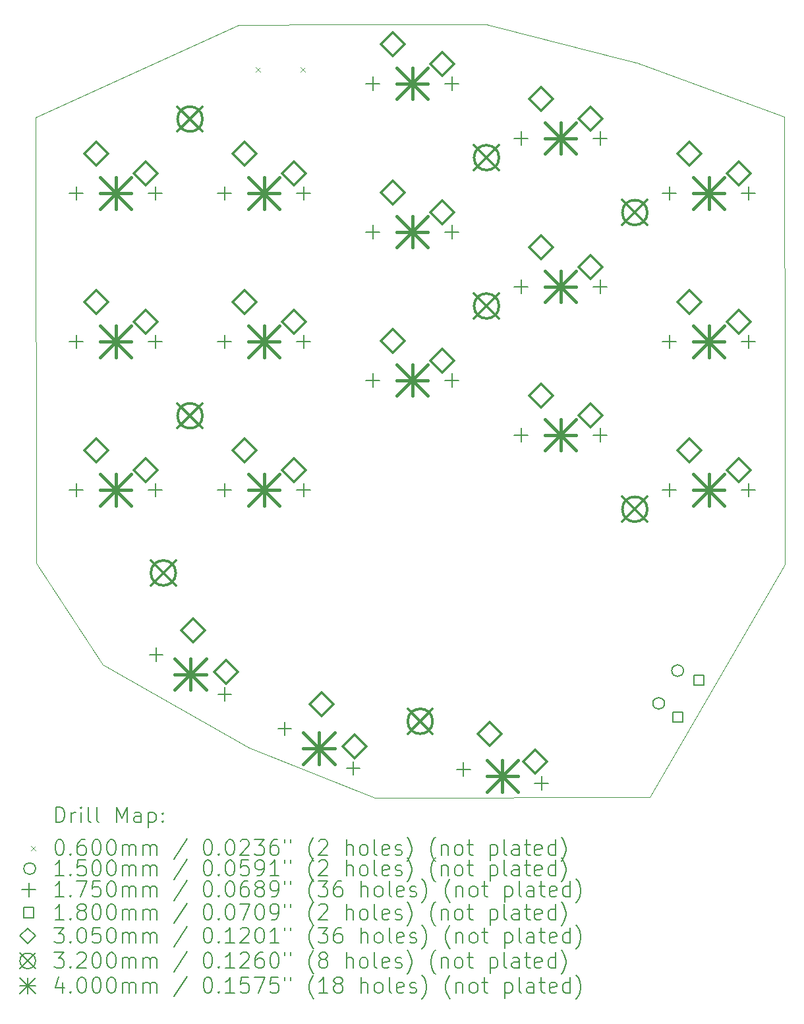
<source format=gbr>
%TF.GenerationSoftware,KiCad,Pcbnew,7.0.9-7.0.9~ubuntu22.04.1*%
%TF.CreationDate,2023-11-28T14:59:11+03:00*%
%TF.ProjectId,Keeb,4b656562-2e6b-4696-9361-645f70636258,rev?*%
%TF.SameCoordinates,Original*%
%TF.FileFunction,Drillmap*%
%TF.FilePolarity,Positive*%
%FSLAX45Y45*%
G04 Gerber Fmt 4.5, Leading zero omitted, Abs format (unit mm)*
G04 Created by KiCad (PCBNEW 7.0.9-7.0.9~ubuntu22.04.1) date 2023-11-28 14:59:11*
%MOMM*%
%LPD*%
G01*
G04 APERTURE LIST*
%ADD10C,0.050000*%
%ADD11C,0.200000*%
%ADD12C,0.100000*%
%ADD13C,0.150000*%
%ADD14C,0.175000*%
%ADD15C,0.180000*%
%ADD16C,0.305000*%
%ADD17C,0.320000*%
%ADD18C,0.400000*%
G04 APERTURE END LIST*
D10*
X17893000Y-3886000D02*
X17900000Y-3886000D01*
X19800000Y-4582000D01*
X19810000Y-8436000D01*
X19805000Y-10328000D01*
X18076000Y-13319000D01*
X14544000Y-13327000D01*
X12922000Y-12678000D01*
X11043000Y-11612000D01*
X10190000Y-10309294D01*
X10183000Y-4587294D01*
X12789000Y-3399000D01*
X14076000Y-3396294D01*
X15976000Y-3396294D01*
X17893000Y-3886000D01*
D11*
D12*
X13007500Y-3942000D02*
X13067500Y-4002000D01*
X13067500Y-3942000D02*
X13007500Y-4002000D01*
X13585500Y-3942000D02*
X13645500Y-4002000D01*
X13645500Y-3942000D02*
X13585500Y-4002000D01*
D13*
X18262000Y-12112000D02*
G75*
G03*
X18262000Y-12112000I-75000J0D01*
G01*
X18504500Y-11691978D02*
G75*
G03*
X18504500Y-11691978I-75000J0D01*
G01*
D14*
X10704500Y-5474294D02*
X10704500Y-5649294D01*
X10617000Y-5561794D02*
X10792000Y-5561794D01*
X10704500Y-7379294D02*
X10704500Y-7554294D01*
X10617000Y-7466794D02*
X10792000Y-7466794D01*
X10704500Y-9284294D02*
X10704500Y-9459294D01*
X10617000Y-9371794D02*
X10792000Y-9371794D01*
X11720500Y-5474294D02*
X11720500Y-5649294D01*
X11633000Y-5561794D02*
X11808000Y-5561794D01*
X11720500Y-7379294D02*
X11720500Y-7554294D01*
X11633000Y-7466794D02*
X11808000Y-7466794D01*
X11720500Y-9284294D02*
X11720500Y-9459294D01*
X11633000Y-9371794D02*
X11808000Y-9371794D01*
X11731516Y-11396751D02*
X11731516Y-11571751D01*
X11644016Y-11484251D02*
X11819016Y-11484251D01*
X12609500Y-5474294D02*
X12609500Y-5649294D01*
X12522000Y-5561794D02*
X12697000Y-5561794D01*
X12609500Y-7379294D02*
X12609500Y-7554294D01*
X12522000Y-7466794D02*
X12697000Y-7466794D01*
X12609500Y-9284294D02*
X12609500Y-9459294D01*
X12522000Y-9371794D02*
X12697000Y-9371794D01*
X12611398Y-11904751D02*
X12611398Y-12079751D01*
X12523898Y-11992251D02*
X12698898Y-11992251D01*
X13381295Y-12349251D02*
X13381295Y-12524251D01*
X13293795Y-12436751D02*
X13468795Y-12436751D01*
X13625500Y-5474294D02*
X13625500Y-5649294D01*
X13538000Y-5561794D02*
X13713000Y-5561794D01*
X13625500Y-7379294D02*
X13625500Y-7554294D01*
X13538000Y-7466794D02*
X13713000Y-7466794D01*
X13625500Y-9284294D02*
X13625500Y-9459294D01*
X13538000Y-9371794D02*
X13713000Y-9371794D01*
X14261177Y-12857251D02*
X14261177Y-13032251D01*
X14173677Y-12944751D02*
X14348677Y-12944751D01*
X14514500Y-4064294D02*
X14514500Y-4239294D01*
X14427000Y-4151794D02*
X14602000Y-4151794D01*
X14514500Y-5969294D02*
X14514500Y-6144294D01*
X14427000Y-6056794D02*
X14602000Y-6056794D01*
X14514500Y-7874294D02*
X14514500Y-8049294D01*
X14427000Y-7961794D02*
X14602000Y-7961794D01*
X15530500Y-4064294D02*
X15530500Y-4239294D01*
X15443000Y-4151794D02*
X15618000Y-4151794D01*
X15530500Y-5969294D02*
X15530500Y-6144294D01*
X15443000Y-6056794D02*
X15618000Y-6056794D01*
X15530500Y-7874294D02*
X15530500Y-8049294D01*
X15443000Y-7961794D02*
X15618000Y-7961794D01*
X15679435Y-12871073D02*
X15679435Y-13046073D01*
X15591935Y-12958573D02*
X15766935Y-12958573D01*
X16419500Y-4769294D02*
X16419500Y-4944294D01*
X16332000Y-4856794D02*
X16507000Y-4856794D01*
X16419500Y-6674294D02*
X16419500Y-6849294D01*
X16332000Y-6761794D02*
X16507000Y-6761794D01*
X16419500Y-8579294D02*
X16419500Y-8754294D01*
X16332000Y-8666794D02*
X16507000Y-8666794D01*
X16680000Y-13047500D02*
X16680000Y-13222500D01*
X16592500Y-13135000D02*
X16767500Y-13135000D01*
X17435500Y-4769294D02*
X17435500Y-4944294D01*
X17348000Y-4856794D02*
X17523000Y-4856794D01*
X17435500Y-6674294D02*
X17435500Y-6849294D01*
X17348000Y-6761794D02*
X17523000Y-6761794D01*
X17435500Y-8579294D02*
X17435500Y-8754294D01*
X17348000Y-8666794D02*
X17523000Y-8666794D01*
X18324500Y-5474294D02*
X18324500Y-5649294D01*
X18237000Y-5561794D02*
X18412000Y-5561794D01*
X18324500Y-7379294D02*
X18324500Y-7554294D01*
X18237000Y-7466794D02*
X18412000Y-7466794D01*
X18324500Y-9284294D02*
X18324500Y-9459294D01*
X18237000Y-9371794D02*
X18412000Y-9371794D01*
X19340500Y-5474294D02*
X19340500Y-5649294D01*
X19253000Y-5561794D02*
X19428000Y-5561794D01*
X19340500Y-7379294D02*
X19340500Y-7554294D01*
X19253000Y-7466794D02*
X19428000Y-7466794D01*
X19340500Y-9284294D02*
X19340500Y-9459294D01*
X19253000Y-9371794D02*
X19428000Y-9371794D01*
D15*
X18498046Y-12353121D02*
X18498046Y-12225840D01*
X18370766Y-12225840D01*
X18370766Y-12353121D01*
X18498046Y-12353121D01*
X18770546Y-11881137D02*
X18770546Y-11753857D01*
X18643266Y-11753857D01*
X18643266Y-11881137D01*
X18770546Y-11881137D01*
D16*
X10958500Y-5206294D02*
X11111000Y-5053794D01*
X10958500Y-4901294D01*
X10806000Y-5053794D01*
X10958500Y-5206294D01*
X10958500Y-7111294D02*
X11111000Y-6958794D01*
X10958500Y-6806294D01*
X10806000Y-6958794D01*
X10958500Y-7111294D01*
X10958500Y-9016294D02*
X11111000Y-8863794D01*
X10958500Y-8711294D01*
X10806000Y-8863794D01*
X10958500Y-9016294D01*
X11593500Y-5460294D02*
X11746000Y-5307794D01*
X11593500Y-5155294D01*
X11441000Y-5307794D01*
X11593500Y-5460294D01*
X11593500Y-7365294D02*
X11746000Y-7212794D01*
X11593500Y-7060294D01*
X11441000Y-7212794D01*
X11593500Y-7365294D01*
X11593500Y-9270294D02*
X11746000Y-9117794D01*
X11593500Y-8965294D01*
X11441000Y-9117794D01*
X11593500Y-9270294D01*
X12205487Y-11323810D02*
X12357987Y-11171310D01*
X12205487Y-11018810D01*
X12052987Y-11171310D01*
X12205487Y-11323810D01*
X12628413Y-11861281D02*
X12780913Y-11708781D01*
X12628413Y-11556281D01*
X12475913Y-11708781D01*
X12628413Y-11861281D01*
X12863500Y-5206294D02*
X13016000Y-5053794D01*
X12863500Y-4901294D01*
X12711000Y-5053794D01*
X12863500Y-5206294D01*
X12863500Y-7111294D02*
X13016000Y-6958794D01*
X12863500Y-6806294D01*
X12711000Y-6958794D01*
X12863500Y-7111294D01*
X12863500Y-9016294D02*
X13016000Y-8863794D01*
X12863500Y-8711294D01*
X12711000Y-8863794D01*
X12863500Y-9016294D01*
X13498500Y-5460294D02*
X13651000Y-5307794D01*
X13498500Y-5155294D01*
X13346000Y-5307794D01*
X13498500Y-5460294D01*
X13498500Y-7365294D02*
X13651000Y-7212794D01*
X13498500Y-7060294D01*
X13346000Y-7212794D01*
X13498500Y-7365294D01*
X13498500Y-9270294D02*
X13651000Y-9117794D01*
X13498500Y-8965294D01*
X13346000Y-9117794D01*
X13498500Y-9270294D01*
X13855265Y-12276310D02*
X14007765Y-12123810D01*
X13855265Y-11971310D01*
X13702765Y-12123810D01*
X13855265Y-12276310D01*
X14278191Y-12813781D02*
X14430691Y-12661281D01*
X14278191Y-12508781D01*
X14125691Y-12661281D01*
X14278191Y-12813781D01*
X14768500Y-3796294D02*
X14921000Y-3643794D01*
X14768500Y-3491294D01*
X14616000Y-3643794D01*
X14768500Y-3796294D01*
X14768500Y-5701294D02*
X14921000Y-5548794D01*
X14768500Y-5396294D01*
X14616000Y-5548794D01*
X14768500Y-5701294D01*
X14768500Y-7606294D02*
X14921000Y-7453794D01*
X14768500Y-7301294D01*
X14616000Y-7453794D01*
X14768500Y-7606294D01*
X15403500Y-4050294D02*
X15556000Y-3897794D01*
X15403500Y-3745294D01*
X15251000Y-3897794D01*
X15403500Y-4050294D01*
X15403500Y-5955294D02*
X15556000Y-5802794D01*
X15403500Y-5650294D01*
X15251000Y-5802794D01*
X15403500Y-5955294D01*
X15403500Y-7860294D02*
X15556000Y-7707794D01*
X15403500Y-7555294D01*
X15251000Y-7707794D01*
X15403500Y-7860294D01*
X16017790Y-12654898D02*
X16170290Y-12502398D01*
X16017790Y-12349898D01*
X15865290Y-12502398D01*
X16017790Y-12654898D01*
X16599036Y-13015305D02*
X16751536Y-12862805D01*
X16599036Y-12710305D01*
X16446536Y-12862805D01*
X16599036Y-13015305D01*
X16673500Y-4501294D02*
X16826000Y-4348794D01*
X16673500Y-4196294D01*
X16521000Y-4348794D01*
X16673500Y-4501294D01*
X16673500Y-6406294D02*
X16826000Y-6253794D01*
X16673500Y-6101294D01*
X16521000Y-6253794D01*
X16673500Y-6406294D01*
X16673500Y-8311294D02*
X16826000Y-8158794D01*
X16673500Y-8006294D01*
X16521000Y-8158794D01*
X16673500Y-8311294D01*
X17308500Y-4755294D02*
X17461000Y-4602794D01*
X17308500Y-4450294D01*
X17156000Y-4602794D01*
X17308500Y-4755294D01*
X17308500Y-6660294D02*
X17461000Y-6507794D01*
X17308500Y-6355294D01*
X17156000Y-6507794D01*
X17308500Y-6660294D01*
X17308500Y-8565294D02*
X17461000Y-8412794D01*
X17308500Y-8260294D01*
X17156000Y-8412794D01*
X17308500Y-8565294D01*
X18578500Y-5206294D02*
X18731000Y-5053794D01*
X18578500Y-4901294D01*
X18426000Y-5053794D01*
X18578500Y-5206294D01*
X18578500Y-7111294D02*
X18731000Y-6958794D01*
X18578500Y-6806294D01*
X18426000Y-6958794D01*
X18578500Y-7111294D01*
X18578500Y-9016294D02*
X18731000Y-8863794D01*
X18578500Y-8711294D01*
X18426000Y-8863794D01*
X18578500Y-9016294D01*
X19213500Y-5460294D02*
X19366000Y-5307794D01*
X19213500Y-5155294D01*
X19061000Y-5307794D01*
X19213500Y-5460294D01*
X19213500Y-7365294D02*
X19366000Y-7212794D01*
X19213500Y-7060294D01*
X19061000Y-7212794D01*
X19213500Y-7365294D01*
X19213500Y-9270294D02*
X19366000Y-9117794D01*
X19213500Y-8965294D01*
X19061000Y-9117794D01*
X19213500Y-9270294D01*
D17*
X11662818Y-10277112D02*
X11982818Y-10597112D01*
X11982818Y-10277112D02*
X11662818Y-10597112D01*
X11982818Y-10437112D02*
G75*
G03*
X11982818Y-10437112I-160000J0D01*
G01*
X12005000Y-4449294D02*
X12325000Y-4769294D01*
X12325000Y-4449294D02*
X12005000Y-4769294D01*
X12325000Y-4609294D02*
G75*
G03*
X12325000Y-4609294I-160000J0D01*
G01*
X12005000Y-8259294D02*
X12325000Y-8579294D01*
X12325000Y-8259294D02*
X12005000Y-8579294D01*
X12325000Y-8419294D02*
G75*
G03*
X12325000Y-8419294I-160000J0D01*
G01*
X14962375Y-12182112D02*
X15282375Y-12502112D01*
X15282375Y-12182112D02*
X14962375Y-12502112D01*
X15282375Y-12342112D02*
G75*
G03*
X15282375Y-12342112I-160000J0D01*
G01*
X15815000Y-4944294D02*
X16135000Y-5264294D01*
X16135000Y-4944294D02*
X15815000Y-5264294D01*
X16135000Y-5104294D02*
G75*
G03*
X16135000Y-5104294I-160000J0D01*
G01*
X15815000Y-6849294D02*
X16135000Y-7169294D01*
X16135000Y-6849294D02*
X15815000Y-7169294D01*
X16135000Y-7009294D02*
G75*
G03*
X16135000Y-7009294I-160000J0D01*
G01*
X17720000Y-5649294D02*
X18040000Y-5969294D01*
X18040000Y-5649294D02*
X17720000Y-5969294D01*
X18040000Y-5809294D02*
G75*
G03*
X18040000Y-5809294I-160000J0D01*
G01*
X17720000Y-9459294D02*
X18040000Y-9779294D01*
X18040000Y-9459294D02*
X17720000Y-9779294D01*
X18040000Y-9619294D02*
G75*
G03*
X18040000Y-9619294I-160000J0D01*
G01*
D18*
X11012500Y-5361794D02*
X11412500Y-5761794D01*
X11412500Y-5361794D02*
X11012500Y-5761794D01*
X11212500Y-5361794D02*
X11212500Y-5761794D01*
X11012500Y-5561794D02*
X11412500Y-5561794D01*
X11012500Y-7266794D02*
X11412500Y-7666794D01*
X11412500Y-7266794D02*
X11012500Y-7666794D01*
X11212500Y-7266794D02*
X11212500Y-7666794D01*
X11012500Y-7466794D02*
X11412500Y-7466794D01*
X11012500Y-9171794D02*
X11412500Y-9571794D01*
X11412500Y-9171794D02*
X11012500Y-9571794D01*
X11212500Y-9171794D02*
X11212500Y-9571794D01*
X11012500Y-9371794D02*
X11412500Y-9371794D01*
X11971457Y-11538251D02*
X12371457Y-11938251D01*
X12371457Y-11538251D02*
X11971457Y-11938251D01*
X12171457Y-11538251D02*
X12171457Y-11938251D01*
X11971457Y-11738251D02*
X12371457Y-11738251D01*
X12917500Y-5361794D02*
X13317500Y-5761794D01*
X13317500Y-5361794D02*
X12917500Y-5761794D01*
X13117500Y-5361794D02*
X13117500Y-5761794D01*
X12917500Y-5561794D02*
X13317500Y-5561794D01*
X12917500Y-7266794D02*
X13317500Y-7666794D01*
X13317500Y-7266794D02*
X12917500Y-7666794D01*
X13117500Y-7266794D02*
X13117500Y-7666794D01*
X12917500Y-7466794D02*
X13317500Y-7466794D01*
X12917500Y-9171794D02*
X13317500Y-9571794D01*
X13317500Y-9171794D02*
X12917500Y-9571794D01*
X13117500Y-9171794D02*
X13117500Y-9571794D01*
X12917500Y-9371794D02*
X13317500Y-9371794D01*
X13621236Y-12490751D02*
X14021236Y-12890751D01*
X14021236Y-12490751D02*
X13621236Y-12890751D01*
X13821236Y-12490751D02*
X13821236Y-12890751D01*
X13621236Y-12690751D02*
X14021236Y-12690751D01*
X14822500Y-3951794D02*
X15222500Y-4351794D01*
X15222500Y-3951794D02*
X14822500Y-4351794D01*
X15022500Y-3951794D02*
X15022500Y-4351794D01*
X14822500Y-4151794D02*
X15222500Y-4151794D01*
X14822500Y-5856794D02*
X15222500Y-6256794D01*
X15222500Y-5856794D02*
X14822500Y-6256794D01*
X15022500Y-5856794D02*
X15022500Y-6256794D01*
X14822500Y-6056794D02*
X15222500Y-6056794D01*
X14822500Y-7761794D02*
X15222500Y-8161794D01*
X15222500Y-7761794D02*
X14822500Y-8161794D01*
X15022500Y-7761794D02*
X15022500Y-8161794D01*
X14822500Y-7961794D02*
X15222500Y-7961794D01*
X15979718Y-12846787D02*
X16379718Y-13246787D01*
X16379718Y-12846787D02*
X15979718Y-13246787D01*
X16179718Y-12846787D02*
X16179718Y-13246787D01*
X15979718Y-13046787D02*
X16379718Y-13046787D01*
X16727500Y-4656794D02*
X17127500Y-5056794D01*
X17127500Y-4656794D02*
X16727500Y-5056794D01*
X16927500Y-4656794D02*
X16927500Y-5056794D01*
X16727500Y-4856794D02*
X17127500Y-4856794D01*
X16727500Y-6561794D02*
X17127500Y-6961794D01*
X17127500Y-6561794D02*
X16727500Y-6961794D01*
X16927500Y-6561794D02*
X16927500Y-6961794D01*
X16727500Y-6761794D02*
X17127500Y-6761794D01*
X16727500Y-8466794D02*
X17127500Y-8866794D01*
X17127500Y-8466794D02*
X16727500Y-8866794D01*
X16927500Y-8466794D02*
X16927500Y-8866794D01*
X16727500Y-8666794D02*
X17127500Y-8666794D01*
X18632500Y-5361794D02*
X19032500Y-5761794D01*
X19032500Y-5361794D02*
X18632500Y-5761794D01*
X18832500Y-5361794D02*
X18832500Y-5761794D01*
X18632500Y-5561794D02*
X19032500Y-5561794D01*
X18632500Y-7266794D02*
X19032500Y-7666794D01*
X19032500Y-7266794D02*
X18632500Y-7666794D01*
X18832500Y-7266794D02*
X18832500Y-7666794D01*
X18632500Y-7466794D02*
X19032500Y-7466794D01*
X18632500Y-9171794D02*
X19032500Y-9571794D01*
X19032500Y-9171794D02*
X18632500Y-9571794D01*
X18832500Y-9171794D02*
X18832500Y-9571794D01*
X18632500Y-9371794D02*
X19032500Y-9371794D01*
D11*
X10441277Y-13640984D02*
X10441277Y-13440984D01*
X10441277Y-13440984D02*
X10488896Y-13440984D01*
X10488896Y-13440984D02*
X10517467Y-13450508D01*
X10517467Y-13450508D02*
X10536515Y-13469555D01*
X10536515Y-13469555D02*
X10546039Y-13488603D01*
X10546039Y-13488603D02*
X10555563Y-13526698D01*
X10555563Y-13526698D02*
X10555563Y-13555269D01*
X10555563Y-13555269D02*
X10546039Y-13593365D01*
X10546039Y-13593365D02*
X10536515Y-13612412D01*
X10536515Y-13612412D02*
X10517467Y-13631460D01*
X10517467Y-13631460D02*
X10488896Y-13640984D01*
X10488896Y-13640984D02*
X10441277Y-13640984D01*
X10641277Y-13640984D02*
X10641277Y-13507650D01*
X10641277Y-13545746D02*
X10650801Y-13526698D01*
X10650801Y-13526698D02*
X10660324Y-13517174D01*
X10660324Y-13517174D02*
X10679372Y-13507650D01*
X10679372Y-13507650D02*
X10698420Y-13507650D01*
X10765086Y-13640984D02*
X10765086Y-13507650D01*
X10765086Y-13440984D02*
X10755563Y-13450508D01*
X10755563Y-13450508D02*
X10765086Y-13460031D01*
X10765086Y-13460031D02*
X10774610Y-13450508D01*
X10774610Y-13450508D02*
X10765086Y-13440984D01*
X10765086Y-13440984D02*
X10765086Y-13460031D01*
X10888896Y-13640984D02*
X10869848Y-13631460D01*
X10869848Y-13631460D02*
X10860324Y-13612412D01*
X10860324Y-13612412D02*
X10860324Y-13440984D01*
X10993658Y-13640984D02*
X10974610Y-13631460D01*
X10974610Y-13631460D02*
X10965086Y-13612412D01*
X10965086Y-13612412D02*
X10965086Y-13440984D01*
X11222229Y-13640984D02*
X11222229Y-13440984D01*
X11222229Y-13440984D02*
X11288896Y-13583841D01*
X11288896Y-13583841D02*
X11355562Y-13440984D01*
X11355562Y-13440984D02*
X11355562Y-13640984D01*
X11536515Y-13640984D02*
X11536515Y-13536222D01*
X11536515Y-13536222D02*
X11526991Y-13517174D01*
X11526991Y-13517174D02*
X11507943Y-13507650D01*
X11507943Y-13507650D02*
X11469848Y-13507650D01*
X11469848Y-13507650D02*
X11450801Y-13517174D01*
X11536515Y-13631460D02*
X11517467Y-13640984D01*
X11517467Y-13640984D02*
X11469848Y-13640984D01*
X11469848Y-13640984D02*
X11450801Y-13631460D01*
X11450801Y-13631460D02*
X11441277Y-13612412D01*
X11441277Y-13612412D02*
X11441277Y-13593365D01*
X11441277Y-13593365D02*
X11450801Y-13574317D01*
X11450801Y-13574317D02*
X11469848Y-13564793D01*
X11469848Y-13564793D02*
X11517467Y-13564793D01*
X11517467Y-13564793D02*
X11536515Y-13555269D01*
X11631753Y-13507650D02*
X11631753Y-13707650D01*
X11631753Y-13517174D02*
X11650801Y-13507650D01*
X11650801Y-13507650D02*
X11688896Y-13507650D01*
X11688896Y-13507650D02*
X11707943Y-13517174D01*
X11707943Y-13517174D02*
X11717467Y-13526698D01*
X11717467Y-13526698D02*
X11726991Y-13545746D01*
X11726991Y-13545746D02*
X11726991Y-13602888D01*
X11726991Y-13602888D02*
X11717467Y-13621936D01*
X11717467Y-13621936D02*
X11707943Y-13631460D01*
X11707943Y-13631460D02*
X11688896Y-13640984D01*
X11688896Y-13640984D02*
X11650801Y-13640984D01*
X11650801Y-13640984D02*
X11631753Y-13631460D01*
X11812705Y-13621936D02*
X11822229Y-13631460D01*
X11822229Y-13631460D02*
X11812705Y-13640984D01*
X11812705Y-13640984D02*
X11803182Y-13631460D01*
X11803182Y-13631460D02*
X11812705Y-13621936D01*
X11812705Y-13621936D02*
X11812705Y-13640984D01*
X11812705Y-13517174D02*
X11822229Y-13526698D01*
X11822229Y-13526698D02*
X11812705Y-13536222D01*
X11812705Y-13536222D02*
X11803182Y-13526698D01*
X11803182Y-13526698D02*
X11812705Y-13517174D01*
X11812705Y-13517174D02*
X11812705Y-13536222D01*
D12*
X10120500Y-13939500D02*
X10180500Y-13999500D01*
X10180500Y-13939500D02*
X10120500Y-13999500D01*
D11*
X10479372Y-13860984D02*
X10498420Y-13860984D01*
X10498420Y-13860984D02*
X10517467Y-13870508D01*
X10517467Y-13870508D02*
X10526991Y-13880031D01*
X10526991Y-13880031D02*
X10536515Y-13899079D01*
X10536515Y-13899079D02*
X10546039Y-13937174D01*
X10546039Y-13937174D02*
X10546039Y-13984793D01*
X10546039Y-13984793D02*
X10536515Y-14022888D01*
X10536515Y-14022888D02*
X10526991Y-14041936D01*
X10526991Y-14041936D02*
X10517467Y-14051460D01*
X10517467Y-14051460D02*
X10498420Y-14060984D01*
X10498420Y-14060984D02*
X10479372Y-14060984D01*
X10479372Y-14060984D02*
X10460324Y-14051460D01*
X10460324Y-14051460D02*
X10450801Y-14041936D01*
X10450801Y-14041936D02*
X10441277Y-14022888D01*
X10441277Y-14022888D02*
X10431753Y-13984793D01*
X10431753Y-13984793D02*
X10431753Y-13937174D01*
X10431753Y-13937174D02*
X10441277Y-13899079D01*
X10441277Y-13899079D02*
X10450801Y-13880031D01*
X10450801Y-13880031D02*
X10460324Y-13870508D01*
X10460324Y-13870508D02*
X10479372Y-13860984D01*
X10631753Y-14041936D02*
X10641277Y-14051460D01*
X10641277Y-14051460D02*
X10631753Y-14060984D01*
X10631753Y-14060984D02*
X10622229Y-14051460D01*
X10622229Y-14051460D02*
X10631753Y-14041936D01*
X10631753Y-14041936D02*
X10631753Y-14060984D01*
X10812705Y-13860984D02*
X10774610Y-13860984D01*
X10774610Y-13860984D02*
X10755563Y-13870508D01*
X10755563Y-13870508D02*
X10746039Y-13880031D01*
X10746039Y-13880031D02*
X10726991Y-13908603D01*
X10726991Y-13908603D02*
X10717467Y-13946698D01*
X10717467Y-13946698D02*
X10717467Y-14022888D01*
X10717467Y-14022888D02*
X10726991Y-14041936D01*
X10726991Y-14041936D02*
X10736515Y-14051460D01*
X10736515Y-14051460D02*
X10755563Y-14060984D01*
X10755563Y-14060984D02*
X10793658Y-14060984D01*
X10793658Y-14060984D02*
X10812705Y-14051460D01*
X10812705Y-14051460D02*
X10822229Y-14041936D01*
X10822229Y-14041936D02*
X10831753Y-14022888D01*
X10831753Y-14022888D02*
X10831753Y-13975269D01*
X10831753Y-13975269D02*
X10822229Y-13956222D01*
X10822229Y-13956222D02*
X10812705Y-13946698D01*
X10812705Y-13946698D02*
X10793658Y-13937174D01*
X10793658Y-13937174D02*
X10755563Y-13937174D01*
X10755563Y-13937174D02*
X10736515Y-13946698D01*
X10736515Y-13946698D02*
X10726991Y-13956222D01*
X10726991Y-13956222D02*
X10717467Y-13975269D01*
X10955563Y-13860984D02*
X10974610Y-13860984D01*
X10974610Y-13860984D02*
X10993658Y-13870508D01*
X10993658Y-13870508D02*
X11003182Y-13880031D01*
X11003182Y-13880031D02*
X11012705Y-13899079D01*
X11012705Y-13899079D02*
X11022229Y-13937174D01*
X11022229Y-13937174D02*
X11022229Y-13984793D01*
X11022229Y-13984793D02*
X11012705Y-14022888D01*
X11012705Y-14022888D02*
X11003182Y-14041936D01*
X11003182Y-14041936D02*
X10993658Y-14051460D01*
X10993658Y-14051460D02*
X10974610Y-14060984D01*
X10974610Y-14060984D02*
X10955563Y-14060984D01*
X10955563Y-14060984D02*
X10936515Y-14051460D01*
X10936515Y-14051460D02*
X10926991Y-14041936D01*
X10926991Y-14041936D02*
X10917467Y-14022888D01*
X10917467Y-14022888D02*
X10907944Y-13984793D01*
X10907944Y-13984793D02*
X10907944Y-13937174D01*
X10907944Y-13937174D02*
X10917467Y-13899079D01*
X10917467Y-13899079D02*
X10926991Y-13880031D01*
X10926991Y-13880031D02*
X10936515Y-13870508D01*
X10936515Y-13870508D02*
X10955563Y-13860984D01*
X11146039Y-13860984D02*
X11165086Y-13860984D01*
X11165086Y-13860984D02*
X11184134Y-13870508D01*
X11184134Y-13870508D02*
X11193658Y-13880031D01*
X11193658Y-13880031D02*
X11203182Y-13899079D01*
X11203182Y-13899079D02*
X11212705Y-13937174D01*
X11212705Y-13937174D02*
X11212705Y-13984793D01*
X11212705Y-13984793D02*
X11203182Y-14022888D01*
X11203182Y-14022888D02*
X11193658Y-14041936D01*
X11193658Y-14041936D02*
X11184134Y-14051460D01*
X11184134Y-14051460D02*
X11165086Y-14060984D01*
X11165086Y-14060984D02*
X11146039Y-14060984D01*
X11146039Y-14060984D02*
X11126991Y-14051460D01*
X11126991Y-14051460D02*
X11117467Y-14041936D01*
X11117467Y-14041936D02*
X11107944Y-14022888D01*
X11107944Y-14022888D02*
X11098420Y-13984793D01*
X11098420Y-13984793D02*
X11098420Y-13937174D01*
X11098420Y-13937174D02*
X11107944Y-13899079D01*
X11107944Y-13899079D02*
X11117467Y-13880031D01*
X11117467Y-13880031D02*
X11126991Y-13870508D01*
X11126991Y-13870508D02*
X11146039Y-13860984D01*
X11298420Y-14060984D02*
X11298420Y-13927650D01*
X11298420Y-13946698D02*
X11307943Y-13937174D01*
X11307943Y-13937174D02*
X11326991Y-13927650D01*
X11326991Y-13927650D02*
X11355563Y-13927650D01*
X11355563Y-13927650D02*
X11374610Y-13937174D01*
X11374610Y-13937174D02*
X11384134Y-13956222D01*
X11384134Y-13956222D02*
X11384134Y-14060984D01*
X11384134Y-13956222D02*
X11393658Y-13937174D01*
X11393658Y-13937174D02*
X11412705Y-13927650D01*
X11412705Y-13927650D02*
X11441277Y-13927650D01*
X11441277Y-13927650D02*
X11460324Y-13937174D01*
X11460324Y-13937174D02*
X11469848Y-13956222D01*
X11469848Y-13956222D02*
X11469848Y-14060984D01*
X11565086Y-14060984D02*
X11565086Y-13927650D01*
X11565086Y-13946698D02*
X11574610Y-13937174D01*
X11574610Y-13937174D02*
X11593658Y-13927650D01*
X11593658Y-13927650D02*
X11622229Y-13927650D01*
X11622229Y-13927650D02*
X11641277Y-13937174D01*
X11641277Y-13937174D02*
X11650801Y-13956222D01*
X11650801Y-13956222D02*
X11650801Y-14060984D01*
X11650801Y-13956222D02*
X11660324Y-13937174D01*
X11660324Y-13937174D02*
X11679372Y-13927650D01*
X11679372Y-13927650D02*
X11707943Y-13927650D01*
X11707943Y-13927650D02*
X11726991Y-13937174D01*
X11726991Y-13937174D02*
X11736515Y-13956222D01*
X11736515Y-13956222D02*
X11736515Y-14060984D01*
X12126991Y-13851460D02*
X11955563Y-14108603D01*
X12384134Y-13860984D02*
X12403182Y-13860984D01*
X12403182Y-13860984D02*
X12422229Y-13870508D01*
X12422229Y-13870508D02*
X12431753Y-13880031D01*
X12431753Y-13880031D02*
X12441277Y-13899079D01*
X12441277Y-13899079D02*
X12450801Y-13937174D01*
X12450801Y-13937174D02*
X12450801Y-13984793D01*
X12450801Y-13984793D02*
X12441277Y-14022888D01*
X12441277Y-14022888D02*
X12431753Y-14041936D01*
X12431753Y-14041936D02*
X12422229Y-14051460D01*
X12422229Y-14051460D02*
X12403182Y-14060984D01*
X12403182Y-14060984D02*
X12384134Y-14060984D01*
X12384134Y-14060984D02*
X12365086Y-14051460D01*
X12365086Y-14051460D02*
X12355563Y-14041936D01*
X12355563Y-14041936D02*
X12346039Y-14022888D01*
X12346039Y-14022888D02*
X12336515Y-13984793D01*
X12336515Y-13984793D02*
X12336515Y-13937174D01*
X12336515Y-13937174D02*
X12346039Y-13899079D01*
X12346039Y-13899079D02*
X12355563Y-13880031D01*
X12355563Y-13880031D02*
X12365086Y-13870508D01*
X12365086Y-13870508D02*
X12384134Y-13860984D01*
X12536515Y-14041936D02*
X12546039Y-14051460D01*
X12546039Y-14051460D02*
X12536515Y-14060984D01*
X12536515Y-14060984D02*
X12526991Y-14051460D01*
X12526991Y-14051460D02*
X12536515Y-14041936D01*
X12536515Y-14041936D02*
X12536515Y-14060984D01*
X12669848Y-13860984D02*
X12688896Y-13860984D01*
X12688896Y-13860984D02*
X12707944Y-13870508D01*
X12707944Y-13870508D02*
X12717467Y-13880031D01*
X12717467Y-13880031D02*
X12726991Y-13899079D01*
X12726991Y-13899079D02*
X12736515Y-13937174D01*
X12736515Y-13937174D02*
X12736515Y-13984793D01*
X12736515Y-13984793D02*
X12726991Y-14022888D01*
X12726991Y-14022888D02*
X12717467Y-14041936D01*
X12717467Y-14041936D02*
X12707944Y-14051460D01*
X12707944Y-14051460D02*
X12688896Y-14060984D01*
X12688896Y-14060984D02*
X12669848Y-14060984D01*
X12669848Y-14060984D02*
X12650801Y-14051460D01*
X12650801Y-14051460D02*
X12641277Y-14041936D01*
X12641277Y-14041936D02*
X12631753Y-14022888D01*
X12631753Y-14022888D02*
X12622229Y-13984793D01*
X12622229Y-13984793D02*
X12622229Y-13937174D01*
X12622229Y-13937174D02*
X12631753Y-13899079D01*
X12631753Y-13899079D02*
X12641277Y-13880031D01*
X12641277Y-13880031D02*
X12650801Y-13870508D01*
X12650801Y-13870508D02*
X12669848Y-13860984D01*
X12812706Y-13880031D02*
X12822229Y-13870508D01*
X12822229Y-13870508D02*
X12841277Y-13860984D01*
X12841277Y-13860984D02*
X12888896Y-13860984D01*
X12888896Y-13860984D02*
X12907944Y-13870508D01*
X12907944Y-13870508D02*
X12917467Y-13880031D01*
X12917467Y-13880031D02*
X12926991Y-13899079D01*
X12926991Y-13899079D02*
X12926991Y-13918127D01*
X12926991Y-13918127D02*
X12917467Y-13946698D01*
X12917467Y-13946698D02*
X12803182Y-14060984D01*
X12803182Y-14060984D02*
X12926991Y-14060984D01*
X12993658Y-13860984D02*
X13117467Y-13860984D01*
X13117467Y-13860984D02*
X13050801Y-13937174D01*
X13050801Y-13937174D02*
X13079372Y-13937174D01*
X13079372Y-13937174D02*
X13098420Y-13946698D01*
X13098420Y-13946698D02*
X13107944Y-13956222D01*
X13107944Y-13956222D02*
X13117467Y-13975269D01*
X13117467Y-13975269D02*
X13117467Y-14022888D01*
X13117467Y-14022888D02*
X13107944Y-14041936D01*
X13107944Y-14041936D02*
X13098420Y-14051460D01*
X13098420Y-14051460D02*
X13079372Y-14060984D01*
X13079372Y-14060984D02*
X13022229Y-14060984D01*
X13022229Y-14060984D02*
X13003182Y-14051460D01*
X13003182Y-14051460D02*
X12993658Y-14041936D01*
X13288896Y-13860984D02*
X13250801Y-13860984D01*
X13250801Y-13860984D02*
X13231753Y-13870508D01*
X13231753Y-13870508D02*
X13222229Y-13880031D01*
X13222229Y-13880031D02*
X13203182Y-13908603D01*
X13203182Y-13908603D02*
X13193658Y-13946698D01*
X13193658Y-13946698D02*
X13193658Y-14022888D01*
X13193658Y-14022888D02*
X13203182Y-14041936D01*
X13203182Y-14041936D02*
X13212706Y-14051460D01*
X13212706Y-14051460D02*
X13231753Y-14060984D01*
X13231753Y-14060984D02*
X13269848Y-14060984D01*
X13269848Y-14060984D02*
X13288896Y-14051460D01*
X13288896Y-14051460D02*
X13298420Y-14041936D01*
X13298420Y-14041936D02*
X13307944Y-14022888D01*
X13307944Y-14022888D02*
X13307944Y-13975269D01*
X13307944Y-13975269D02*
X13298420Y-13956222D01*
X13298420Y-13956222D02*
X13288896Y-13946698D01*
X13288896Y-13946698D02*
X13269848Y-13937174D01*
X13269848Y-13937174D02*
X13231753Y-13937174D01*
X13231753Y-13937174D02*
X13212706Y-13946698D01*
X13212706Y-13946698D02*
X13203182Y-13956222D01*
X13203182Y-13956222D02*
X13193658Y-13975269D01*
X13384134Y-13860984D02*
X13384134Y-13899079D01*
X13460325Y-13860984D02*
X13460325Y-13899079D01*
X13755563Y-14137174D02*
X13746039Y-14127650D01*
X13746039Y-14127650D02*
X13726991Y-14099079D01*
X13726991Y-14099079D02*
X13717468Y-14080031D01*
X13717468Y-14080031D02*
X13707944Y-14051460D01*
X13707944Y-14051460D02*
X13698420Y-14003841D01*
X13698420Y-14003841D02*
X13698420Y-13965746D01*
X13698420Y-13965746D02*
X13707944Y-13918127D01*
X13707944Y-13918127D02*
X13717468Y-13889555D01*
X13717468Y-13889555D02*
X13726991Y-13870508D01*
X13726991Y-13870508D02*
X13746039Y-13841936D01*
X13746039Y-13841936D02*
X13755563Y-13832412D01*
X13822229Y-13880031D02*
X13831753Y-13870508D01*
X13831753Y-13870508D02*
X13850801Y-13860984D01*
X13850801Y-13860984D02*
X13898420Y-13860984D01*
X13898420Y-13860984D02*
X13917468Y-13870508D01*
X13917468Y-13870508D02*
X13926991Y-13880031D01*
X13926991Y-13880031D02*
X13936515Y-13899079D01*
X13936515Y-13899079D02*
X13936515Y-13918127D01*
X13936515Y-13918127D02*
X13926991Y-13946698D01*
X13926991Y-13946698D02*
X13812706Y-14060984D01*
X13812706Y-14060984D02*
X13936515Y-14060984D01*
X14174610Y-14060984D02*
X14174610Y-13860984D01*
X14260325Y-14060984D02*
X14260325Y-13956222D01*
X14260325Y-13956222D02*
X14250801Y-13937174D01*
X14250801Y-13937174D02*
X14231753Y-13927650D01*
X14231753Y-13927650D02*
X14203182Y-13927650D01*
X14203182Y-13927650D02*
X14184134Y-13937174D01*
X14184134Y-13937174D02*
X14174610Y-13946698D01*
X14384134Y-14060984D02*
X14365087Y-14051460D01*
X14365087Y-14051460D02*
X14355563Y-14041936D01*
X14355563Y-14041936D02*
X14346039Y-14022888D01*
X14346039Y-14022888D02*
X14346039Y-13965746D01*
X14346039Y-13965746D02*
X14355563Y-13946698D01*
X14355563Y-13946698D02*
X14365087Y-13937174D01*
X14365087Y-13937174D02*
X14384134Y-13927650D01*
X14384134Y-13927650D02*
X14412706Y-13927650D01*
X14412706Y-13927650D02*
X14431753Y-13937174D01*
X14431753Y-13937174D02*
X14441277Y-13946698D01*
X14441277Y-13946698D02*
X14450801Y-13965746D01*
X14450801Y-13965746D02*
X14450801Y-14022888D01*
X14450801Y-14022888D02*
X14441277Y-14041936D01*
X14441277Y-14041936D02*
X14431753Y-14051460D01*
X14431753Y-14051460D02*
X14412706Y-14060984D01*
X14412706Y-14060984D02*
X14384134Y-14060984D01*
X14565087Y-14060984D02*
X14546039Y-14051460D01*
X14546039Y-14051460D02*
X14536515Y-14032412D01*
X14536515Y-14032412D02*
X14536515Y-13860984D01*
X14717468Y-14051460D02*
X14698420Y-14060984D01*
X14698420Y-14060984D02*
X14660325Y-14060984D01*
X14660325Y-14060984D02*
X14641277Y-14051460D01*
X14641277Y-14051460D02*
X14631753Y-14032412D01*
X14631753Y-14032412D02*
X14631753Y-13956222D01*
X14631753Y-13956222D02*
X14641277Y-13937174D01*
X14641277Y-13937174D02*
X14660325Y-13927650D01*
X14660325Y-13927650D02*
X14698420Y-13927650D01*
X14698420Y-13927650D02*
X14717468Y-13937174D01*
X14717468Y-13937174D02*
X14726991Y-13956222D01*
X14726991Y-13956222D02*
X14726991Y-13975269D01*
X14726991Y-13975269D02*
X14631753Y-13994317D01*
X14803182Y-14051460D02*
X14822230Y-14060984D01*
X14822230Y-14060984D02*
X14860325Y-14060984D01*
X14860325Y-14060984D02*
X14879372Y-14051460D01*
X14879372Y-14051460D02*
X14888896Y-14032412D01*
X14888896Y-14032412D02*
X14888896Y-14022888D01*
X14888896Y-14022888D02*
X14879372Y-14003841D01*
X14879372Y-14003841D02*
X14860325Y-13994317D01*
X14860325Y-13994317D02*
X14831753Y-13994317D01*
X14831753Y-13994317D02*
X14812706Y-13984793D01*
X14812706Y-13984793D02*
X14803182Y-13965746D01*
X14803182Y-13965746D02*
X14803182Y-13956222D01*
X14803182Y-13956222D02*
X14812706Y-13937174D01*
X14812706Y-13937174D02*
X14831753Y-13927650D01*
X14831753Y-13927650D02*
X14860325Y-13927650D01*
X14860325Y-13927650D02*
X14879372Y-13937174D01*
X14955563Y-14137174D02*
X14965087Y-14127650D01*
X14965087Y-14127650D02*
X14984134Y-14099079D01*
X14984134Y-14099079D02*
X14993658Y-14080031D01*
X14993658Y-14080031D02*
X15003182Y-14051460D01*
X15003182Y-14051460D02*
X15012706Y-14003841D01*
X15012706Y-14003841D02*
X15012706Y-13965746D01*
X15012706Y-13965746D02*
X15003182Y-13918127D01*
X15003182Y-13918127D02*
X14993658Y-13889555D01*
X14993658Y-13889555D02*
X14984134Y-13870508D01*
X14984134Y-13870508D02*
X14965087Y-13841936D01*
X14965087Y-13841936D02*
X14955563Y-13832412D01*
X15317468Y-14137174D02*
X15307944Y-14127650D01*
X15307944Y-14127650D02*
X15288896Y-14099079D01*
X15288896Y-14099079D02*
X15279372Y-14080031D01*
X15279372Y-14080031D02*
X15269849Y-14051460D01*
X15269849Y-14051460D02*
X15260325Y-14003841D01*
X15260325Y-14003841D02*
X15260325Y-13965746D01*
X15260325Y-13965746D02*
X15269849Y-13918127D01*
X15269849Y-13918127D02*
X15279372Y-13889555D01*
X15279372Y-13889555D02*
X15288896Y-13870508D01*
X15288896Y-13870508D02*
X15307944Y-13841936D01*
X15307944Y-13841936D02*
X15317468Y-13832412D01*
X15393658Y-13927650D02*
X15393658Y-14060984D01*
X15393658Y-13946698D02*
X15403182Y-13937174D01*
X15403182Y-13937174D02*
X15422230Y-13927650D01*
X15422230Y-13927650D02*
X15450801Y-13927650D01*
X15450801Y-13927650D02*
X15469849Y-13937174D01*
X15469849Y-13937174D02*
X15479372Y-13956222D01*
X15479372Y-13956222D02*
X15479372Y-14060984D01*
X15603182Y-14060984D02*
X15584134Y-14051460D01*
X15584134Y-14051460D02*
X15574611Y-14041936D01*
X15574611Y-14041936D02*
X15565087Y-14022888D01*
X15565087Y-14022888D02*
X15565087Y-13965746D01*
X15565087Y-13965746D02*
X15574611Y-13946698D01*
X15574611Y-13946698D02*
X15584134Y-13937174D01*
X15584134Y-13937174D02*
X15603182Y-13927650D01*
X15603182Y-13927650D02*
X15631753Y-13927650D01*
X15631753Y-13927650D02*
X15650801Y-13937174D01*
X15650801Y-13937174D02*
X15660325Y-13946698D01*
X15660325Y-13946698D02*
X15669849Y-13965746D01*
X15669849Y-13965746D02*
X15669849Y-14022888D01*
X15669849Y-14022888D02*
X15660325Y-14041936D01*
X15660325Y-14041936D02*
X15650801Y-14051460D01*
X15650801Y-14051460D02*
X15631753Y-14060984D01*
X15631753Y-14060984D02*
X15603182Y-14060984D01*
X15726992Y-13927650D02*
X15803182Y-13927650D01*
X15755563Y-13860984D02*
X15755563Y-14032412D01*
X15755563Y-14032412D02*
X15765087Y-14051460D01*
X15765087Y-14051460D02*
X15784134Y-14060984D01*
X15784134Y-14060984D02*
X15803182Y-14060984D01*
X16022230Y-13927650D02*
X16022230Y-14127650D01*
X16022230Y-13937174D02*
X16041277Y-13927650D01*
X16041277Y-13927650D02*
X16079373Y-13927650D01*
X16079373Y-13927650D02*
X16098420Y-13937174D01*
X16098420Y-13937174D02*
X16107944Y-13946698D01*
X16107944Y-13946698D02*
X16117468Y-13965746D01*
X16117468Y-13965746D02*
X16117468Y-14022888D01*
X16117468Y-14022888D02*
X16107944Y-14041936D01*
X16107944Y-14041936D02*
X16098420Y-14051460D01*
X16098420Y-14051460D02*
X16079373Y-14060984D01*
X16079373Y-14060984D02*
X16041277Y-14060984D01*
X16041277Y-14060984D02*
X16022230Y-14051460D01*
X16231753Y-14060984D02*
X16212706Y-14051460D01*
X16212706Y-14051460D02*
X16203182Y-14032412D01*
X16203182Y-14032412D02*
X16203182Y-13860984D01*
X16393658Y-14060984D02*
X16393658Y-13956222D01*
X16393658Y-13956222D02*
X16384134Y-13937174D01*
X16384134Y-13937174D02*
X16365087Y-13927650D01*
X16365087Y-13927650D02*
X16326992Y-13927650D01*
X16326992Y-13927650D02*
X16307944Y-13937174D01*
X16393658Y-14051460D02*
X16374611Y-14060984D01*
X16374611Y-14060984D02*
X16326992Y-14060984D01*
X16326992Y-14060984D02*
X16307944Y-14051460D01*
X16307944Y-14051460D02*
X16298420Y-14032412D01*
X16298420Y-14032412D02*
X16298420Y-14013365D01*
X16298420Y-14013365D02*
X16307944Y-13994317D01*
X16307944Y-13994317D02*
X16326992Y-13984793D01*
X16326992Y-13984793D02*
X16374611Y-13984793D01*
X16374611Y-13984793D02*
X16393658Y-13975269D01*
X16460325Y-13927650D02*
X16536515Y-13927650D01*
X16488896Y-13860984D02*
X16488896Y-14032412D01*
X16488896Y-14032412D02*
X16498420Y-14051460D01*
X16498420Y-14051460D02*
X16517468Y-14060984D01*
X16517468Y-14060984D02*
X16536515Y-14060984D01*
X16679373Y-14051460D02*
X16660325Y-14060984D01*
X16660325Y-14060984D02*
X16622230Y-14060984D01*
X16622230Y-14060984D02*
X16603182Y-14051460D01*
X16603182Y-14051460D02*
X16593658Y-14032412D01*
X16593658Y-14032412D02*
X16593658Y-13956222D01*
X16593658Y-13956222D02*
X16603182Y-13937174D01*
X16603182Y-13937174D02*
X16622230Y-13927650D01*
X16622230Y-13927650D02*
X16660325Y-13927650D01*
X16660325Y-13927650D02*
X16679373Y-13937174D01*
X16679373Y-13937174D02*
X16688896Y-13956222D01*
X16688896Y-13956222D02*
X16688896Y-13975269D01*
X16688896Y-13975269D02*
X16593658Y-13994317D01*
X16860325Y-14060984D02*
X16860325Y-13860984D01*
X16860325Y-14051460D02*
X16841277Y-14060984D01*
X16841277Y-14060984D02*
X16803182Y-14060984D01*
X16803182Y-14060984D02*
X16784135Y-14051460D01*
X16784135Y-14051460D02*
X16774611Y-14041936D01*
X16774611Y-14041936D02*
X16765087Y-14022888D01*
X16765087Y-14022888D02*
X16765087Y-13965746D01*
X16765087Y-13965746D02*
X16774611Y-13946698D01*
X16774611Y-13946698D02*
X16784135Y-13937174D01*
X16784135Y-13937174D02*
X16803182Y-13927650D01*
X16803182Y-13927650D02*
X16841277Y-13927650D01*
X16841277Y-13927650D02*
X16860325Y-13937174D01*
X16936516Y-14137174D02*
X16946039Y-14127650D01*
X16946039Y-14127650D02*
X16965087Y-14099079D01*
X16965087Y-14099079D02*
X16974611Y-14080031D01*
X16974611Y-14080031D02*
X16984135Y-14051460D01*
X16984135Y-14051460D02*
X16993658Y-14003841D01*
X16993658Y-14003841D02*
X16993658Y-13965746D01*
X16993658Y-13965746D02*
X16984135Y-13918127D01*
X16984135Y-13918127D02*
X16974611Y-13889555D01*
X16974611Y-13889555D02*
X16965087Y-13870508D01*
X16965087Y-13870508D02*
X16946039Y-13841936D01*
X16946039Y-13841936D02*
X16936516Y-13832412D01*
D13*
X10180500Y-14233500D02*
G75*
G03*
X10180500Y-14233500I-75000J0D01*
G01*
D11*
X10546039Y-14324984D02*
X10431753Y-14324984D01*
X10488896Y-14324984D02*
X10488896Y-14124984D01*
X10488896Y-14124984D02*
X10469848Y-14153555D01*
X10469848Y-14153555D02*
X10450801Y-14172603D01*
X10450801Y-14172603D02*
X10431753Y-14182127D01*
X10631753Y-14305936D02*
X10641277Y-14315460D01*
X10641277Y-14315460D02*
X10631753Y-14324984D01*
X10631753Y-14324984D02*
X10622229Y-14315460D01*
X10622229Y-14315460D02*
X10631753Y-14305936D01*
X10631753Y-14305936D02*
X10631753Y-14324984D01*
X10822229Y-14124984D02*
X10726991Y-14124984D01*
X10726991Y-14124984D02*
X10717467Y-14220222D01*
X10717467Y-14220222D02*
X10726991Y-14210698D01*
X10726991Y-14210698D02*
X10746039Y-14201174D01*
X10746039Y-14201174D02*
X10793658Y-14201174D01*
X10793658Y-14201174D02*
X10812705Y-14210698D01*
X10812705Y-14210698D02*
X10822229Y-14220222D01*
X10822229Y-14220222D02*
X10831753Y-14239269D01*
X10831753Y-14239269D02*
X10831753Y-14286888D01*
X10831753Y-14286888D02*
X10822229Y-14305936D01*
X10822229Y-14305936D02*
X10812705Y-14315460D01*
X10812705Y-14315460D02*
X10793658Y-14324984D01*
X10793658Y-14324984D02*
X10746039Y-14324984D01*
X10746039Y-14324984D02*
X10726991Y-14315460D01*
X10726991Y-14315460D02*
X10717467Y-14305936D01*
X10955563Y-14124984D02*
X10974610Y-14124984D01*
X10974610Y-14124984D02*
X10993658Y-14134508D01*
X10993658Y-14134508D02*
X11003182Y-14144031D01*
X11003182Y-14144031D02*
X11012705Y-14163079D01*
X11012705Y-14163079D02*
X11022229Y-14201174D01*
X11022229Y-14201174D02*
X11022229Y-14248793D01*
X11022229Y-14248793D02*
X11012705Y-14286888D01*
X11012705Y-14286888D02*
X11003182Y-14305936D01*
X11003182Y-14305936D02*
X10993658Y-14315460D01*
X10993658Y-14315460D02*
X10974610Y-14324984D01*
X10974610Y-14324984D02*
X10955563Y-14324984D01*
X10955563Y-14324984D02*
X10936515Y-14315460D01*
X10936515Y-14315460D02*
X10926991Y-14305936D01*
X10926991Y-14305936D02*
X10917467Y-14286888D01*
X10917467Y-14286888D02*
X10907944Y-14248793D01*
X10907944Y-14248793D02*
X10907944Y-14201174D01*
X10907944Y-14201174D02*
X10917467Y-14163079D01*
X10917467Y-14163079D02*
X10926991Y-14144031D01*
X10926991Y-14144031D02*
X10936515Y-14134508D01*
X10936515Y-14134508D02*
X10955563Y-14124984D01*
X11146039Y-14124984D02*
X11165086Y-14124984D01*
X11165086Y-14124984D02*
X11184134Y-14134508D01*
X11184134Y-14134508D02*
X11193658Y-14144031D01*
X11193658Y-14144031D02*
X11203182Y-14163079D01*
X11203182Y-14163079D02*
X11212705Y-14201174D01*
X11212705Y-14201174D02*
X11212705Y-14248793D01*
X11212705Y-14248793D02*
X11203182Y-14286888D01*
X11203182Y-14286888D02*
X11193658Y-14305936D01*
X11193658Y-14305936D02*
X11184134Y-14315460D01*
X11184134Y-14315460D02*
X11165086Y-14324984D01*
X11165086Y-14324984D02*
X11146039Y-14324984D01*
X11146039Y-14324984D02*
X11126991Y-14315460D01*
X11126991Y-14315460D02*
X11117467Y-14305936D01*
X11117467Y-14305936D02*
X11107944Y-14286888D01*
X11107944Y-14286888D02*
X11098420Y-14248793D01*
X11098420Y-14248793D02*
X11098420Y-14201174D01*
X11098420Y-14201174D02*
X11107944Y-14163079D01*
X11107944Y-14163079D02*
X11117467Y-14144031D01*
X11117467Y-14144031D02*
X11126991Y-14134508D01*
X11126991Y-14134508D02*
X11146039Y-14124984D01*
X11298420Y-14324984D02*
X11298420Y-14191650D01*
X11298420Y-14210698D02*
X11307943Y-14201174D01*
X11307943Y-14201174D02*
X11326991Y-14191650D01*
X11326991Y-14191650D02*
X11355563Y-14191650D01*
X11355563Y-14191650D02*
X11374610Y-14201174D01*
X11374610Y-14201174D02*
X11384134Y-14220222D01*
X11384134Y-14220222D02*
X11384134Y-14324984D01*
X11384134Y-14220222D02*
X11393658Y-14201174D01*
X11393658Y-14201174D02*
X11412705Y-14191650D01*
X11412705Y-14191650D02*
X11441277Y-14191650D01*
X11441277Y-14191650D02*
X11460324Y-14201174D01*
X11460324Y-14201174D02*
X11469848Y-14220222D01*
X11469848Y-14220222D02*
X11469848Y-14324984D01*
X11565086Y-14324984D02*
X11565086Y-14191650D01*
X11565086Y-14210698D02*
X11574610Y-14201174D01*
X11574610Y-14201174D02*
X11593658Y-14191650D01*
X11593658Y-14191650D02*
X11622229Y-14191650D01*
X11622229Y-14191650D02*
X11641277Y-14201174D01*
X11641277Y-14201174D02*
X11650801Y-14220222D01*
X11650801Y-14220222D02*
X11650801Y-14324984D01*
X11650801Y-14220222D02*
X11660324Y-14201174D01*
X11660324Y-14201174D02*
X11679372Y-14191650D01*
X11679372Y-14191650D02*
X11707943Y-14191650D01*
X11707943Y-14191650D02*
X11726991Y-14201174D01*
X11726991Y-14201174D02*
X11736515Y-14220222D01*
X11736515Y-14220222D02*
X11736515Y-14324984D01*
X12126991Y-14115460D02*
X11955563Y-14372603D01*
X12384134Y-14124984D02*
X12403182Y-14124984D01*
X12403182Y-14124984D02*
X12422229Y-14134508D01*
X12422229Y-14134508D02*
X12431753Y-14144031D01*
X12431753Y-14144031D02*
X12441277Y-14163079D01*
X12441277Y-14163079D02*
X12450801Y-14201174D01*
X12450801Y-14201174D02*
X12450801Y-14248793D01*
X12450801Y-14248793D02*
X12441277Y-14286888D01*
X12441277Y-14286888D02*
X12431753Y-14305936D01*
X12431753Y-14305936D02*
X12422229Y-14315460D01*
X12422229Y-14315460D02*
X12403182Y-14324984D01*
X12403182Y-14324984D02*
X12384134Y-14324984D01*
X12384134Y-14324984D02*
X12365086Y-14315460D01*
X12365086Y-14315460D02*
X12355563Y-14305936D01*
X12355563Y-14305936D02*
X12346039Y-14286888D01*
X12346039Y-14286888D02*
X12336515Y-14248793D01*
X12336515Y-14248793D02*
X12336515Y-14201174D01*
X12336515Y-14201174D02*
X12346039Y-14163079D01*
X12346039Y-14163079D02*
X12355563Y-14144031D01*
X12355563Y-14144031D02*
X12365086Y-14134508D01*
X12365086Y-14134508D02*
X12384134Y-14124984D01*
X12536515Y-14305936D02*
X12546039Y-14315460D01*
X12546039Y-14315460D02*
X12536515Y-14324984D01*
X12536515Y-14324984D02*
X12526991Y-14315460D01*
X12526991Y-14315460D02*
X12536515Y-14305936D01*
X12536515Y-14305936D02*
X12536515Y-14324984D01*
X12669848Y-14124984D02*
X12688896Y-14124984D01*
X12688896Y-14124984D02*
X12707944Y-14134508D01*
X12707944Y-14134508D02*
X12717467Y-14144031D01*
X12717467Y-14144031D02*
X12726991Y-14163079D01*
X12726991Y-14163079D02*
X12736515Y-14201174D01*
X12736515Y-14201174D02*
X12736515Y-14248793D01*
X12736515Y-14248793D02*
X12726991Y-14286888D01*
X12726991Y-14286888D02*
X12717467Y-14305936D01*
X12717467Y-14305936D02*
X12707944Y-14315460D01*
X12707944Y-14315460D02*
X12688896Y-14324984D01*
X12688896Y-14324984D02*
X12669848Y-14324984D01*
X12669848Y-14324984D02*
X12650801Y-14315460D01*
X12650801Y-14315460D02*
X12641277Y-14305936D01*
X12641277Y-14305936D02*
X12631753Y-14286888D01*
X12631753Y-14286888D02*
X12622229Y-14248793D01*
X12622229Y-14248793D02*
X12622229Y-14201174D01*
X12622229Y-14201174D02*
X12631753Y-14163079D01*
X12631753Y-14163079D02*
X12641277Y-14144031D01*
X12641277Y-14144031D02*
X12650801Y-14134508D01*
X12650801Y-14134508D02*
X12669848Y-14124984D01*
X12917467Y-14124984D02*
X12822229Y-14124984D01*
X12822229Y-14124984D02*
X12812706Y-14220222D01*
X12812706Y-14220222D02*
X12822229Y-14210698D01*
X12822229Y-14210698D02*
X12841277Y-14201174D01*
X12841277Y-14201174D02*
X12888896Y-14201174D01*
X12888896Y-14201174D02*
X12907944Y-14210698D01*
X12907944Y-14210698D02*
X12917467Y-14220222D01*
X12917467Y-14220222D02*
X12926991Y-14239269D01*
X12926991Y-14239269D02*
X12926991Y-14286888D01*
X12926991Y-14286888D02*
X12917467Y-14305936D01*
X12917467Y-14305936D02*
X12907944Y-14315460D01*
X12907944Y-14315460D02*
X12888896Y-14324984D01*
X12888896Y-14324984D02*
X12841277Y-14324984D01*
X12841277Y-14324984D02*
X12822229Y-14315460D01*
X12822229Y-14315460D02*
X12812706Y-14305936D01*
X13022229Y-14324984D02*
X13060325Y-14324984D01*
X13060325Y-14324984D02*
X13079372Y-14315460D01*
X13079372Y-14315460D02*
X13088896Y-14305936D01*
X13088896Y-14305936D02*
X13107944Y-14277365D01*
X13107944Y-14277365D02*
X13117467Y-14239269D01*
X13117467Y-14239269D02*
X13117467Y-14163079D01*
X13117467Y-14163079D02*
X13107944Y-14144031D01*
X13107944Y-14144031D02*
X13098420Y-14134508D01*
X13098420Y-14134508D02*
X13079372Y-14124984D01*
X13079372Y-14124984D02*
X13041277Y-14124984D01*
X13041277Y-14124984D02*
X13022229Y-14134508D01*
X13022229Y-14134508D02*
X13012706Y-14144031D01*
X13012706Y-14144031D02*
X13003182Y-14163079D01*
X13003182Y-14163079D02*
X13003182Y-14210698D01*
X13003182Y-14210698D02*
X13012706Y-14229746D01*
X13012706Y-14229746D02*
X13022229Y-14239269D01*
X13022229Y-14239269D02*
X13041277Y-14248793D01*
X13041277Y-14248793D02*
X13079372Y-14248793D01*
X13079372Y-14248793D02*
X13098420Y-14239269D01*
X13098420Y-14239269D02*
X13107944Y-14229746D01*
X13107944Y-14229746D02*
X13117467Y-14210698D01*
X13307944Y-14324984D02*
X13193658Y-14324984D01*
X13250801Y-14324984D02*
X13250801Y-14124984D01*
X13250801Y-14124984D02*
X13231753Y-14153555D01*
X13231753Y-14153555D02*
X13212706Y-14172603D01*
X13212706Y-14172603D02*
X13193658Y-14182127D01*
X13384134Y-14124984D02*
X13384134Y-14163079D01*
X13460325Y-14124984D02*
X13460325Y-14163079D01*
X13755563Y-14401174D02*
X13746039Y-14391650D01*
X13746039Y-14391650D02*
X13726991Y-14363079D01*
X13726991Y-14363079D02*
X13717468Y-14344031D01*
X13717468Y-14344031D02*
X13707944Y-14315460D01*
X13707944Y-14315460D02*
X13698420Y-14267841D01*
X13698420Y-14267841D02*
X13698420Y-14229746D01*
X13698420Y-14229746D02*
X13707944Y-14182127D01*
X13707944Y-14182127D02*
X13717468Y-14153555D01*
X13717468Y-14153555D02*
X13726991Y-14134508D01*
X13726991Y-14134508D02*
X13746039Y-14105936D01*
X13746039Y-14105936D02*
X13755563Y-14096412D01*
X13822229Y-14144031D02*
X13831753Y-14134508D01*
X13831753Y-14134508D02*
X13850801Y-14124984D01*
X13850801Y-14124984D02*
X13898420Y-14124984D01*
X13898420Y-14124984D02*
X13917468Y-14134508D01*
X13917468Y-14134508D02*
X13926991Y-14144031D01*
X13926991Y-14144031D02*
X13936515Y-14163079D01*
X13936515Y-14163079D02*
X13936515Y-14182127D01*
X13936515Y-14182127D02*
X13926991Y-14210698D01*
X13926991Y-14210698D02*
X13812706Y-14324984D01*
X13812706Y-14324984D02*
X13936515Y-14324984D01*
X14174610Y-14324984D02*
X14174610Y-14124984D01*
X14260325Y-14324984D02*
X14260325Y-14220222D01*
X14260325Y-14220222D02*
X14250801Y-14201174D01*
X14250801Y-14201174D02*
X14231753Y-14191650D01*
X14231753Y-14191650D02*
X14203182Y-14191650D01*
X14203182Y-14191650D02*
X14184134Y-14201174D01*
X14184134Y-14201174D02*
X14174610Y-14210698D01*
X14384134Y-14324984D02*
X14365087Y-14315460D01*
X14365087Y-14315460D02*
X14355563Y-14305936D01*
X14355563Y-14305936D02*
X14346039Y-14286888D01*
X14346039Y-14286888D02*
X14346039Y-14229746D01*
X14346039Y-14229746D02*
X14355563Y-14210698D01*
X14355563Y-14210698D02*
X14365087Y-14201174D01*
X14365087Y-14201174D02*
X14384134Y-14191650D01*
X14384134Y-14191650D02*
X14412706Y-14191650D01*
X14412706Y-14191650D02*
X14431753Y-14201174D01*
X14431753Y-14201174D02*
X14441277Y-14210698D01*
X14441277Y-14210698D02*
X14450801Y-14229746D01*
X14450801Y-14229746D02*
X14450801Y-14286888D01*
X14450801Y-14286888D02*
X14441277Y-14305936D01*
X14441277Y-14305936D02*
X14431753Y-14315460D01*
X14431753Y-14315460D02*
X14412706Y-14324984D01*
X14412706Y-14324984D02*
X14384134Y-14324984D01*
X14565087Y-14324984D02*
X14546039Y-14315460D01*
X14546039Y-14315460D02*
X14536515Y-14296412D01*
X14536515Y-14296412D02*
X14536515Y-14124984D01*
X14717468Y-14315460D02*
X14698420Y-14324984D01*
X14698420Y-14324984D02*
X14660325Y-14324984D01*
X14660325Y-14324984D02*
X14641277Y-14315460D01*
X14641277Y-14315460D02*
X14631753Y-14296412D01*
X14631753Y-14296412D02*
X14631753Y-14220222D01*
X14631753Y-14220222D02*
X14641277Y-14201174D01*
X14641277Y-14201174D02*
X14660325Y-14191650D01*
X14660325Y-14191650D02*
X14698420Y-14191650D01*
X14698420Y-14191650D02*
X14717468Y-14201174D01*
X14717468Y-14201174D02*
X14726991Y-14220222D01*
X14726991Y-14220222D02*
X14726991Y-14239269D01*
X14726991Y-14239269D02*
X14631753Y-14258317D01*
X14803182Y-14315460D02*
X14822230Y-14324984D01*
X14822230Y-14324984D02*
X14860325Y-14324984D01*
X14860325Y-14324984D02*
X14879372Y-14315460D01*
X14879372Y-14315460D02*
X14888896Y-14296412D01*
X14888896Y-14296412D02*
X14888896Y-14286888D01*
X14888896Y-14286888D02*
X14879372Y-14267841D01*
X14879372Y-14267841D02*
X14860325Y-14258317D01*
X14860325Y-14258317D02*
X14831753Y-14258317D01*
X14831753Y-14258317D02*
X14812706Y-14248793D01*
X14812706Y-14248793D02*
X14803182Y-14229746D01*
X14803182Y-14229746D02*
X14803182Y-14220222D01*
X14803182Y-14220222D02*
X14812706Y-14201174D01*
X14812706Y-14201174D02*
X14831753Y-14191650D01*
X14831753Y-14191650D02*
X14860325Y-14191650D01*
X14860325Y-14191650D02*
X14879372Y-14201174D01*
X14955563Y-14401174D02*
X14965087Y-14391650D01*
X14965087Y-14391650D02*
X14984134Y-14363079D01*
X14984134Y-14363079D02*
X14993658Y-14344031D01*
X14993658Y-14344031D02*
X15003182Y-14315460D01*
X15003182Y-14315460D02*
X15012706Y-14267841D01*
X15012706Y-14267841D02*
X15012706Y-14229746D01*
X15012706Y-14229746D02*
X15003182Y-14182127D01*
X15003182Y-14182127D02*
X14993658Y-14153555D01*
X14993658Y-14153555D02*
X14984134Y-14134508D01*
X14984134Y-14134508D02*
X14965087Y-14105936D01*
X14965087Y-14105936D02*
X14955563Y-14096412D01*
X15317468Y-14401174D02*
X15307944Y-14391650D01*
X15307944Y-14391650D02*
X15288896Y-14363079D01*
X15288896Y-14363079D02*
X15279372Y-14344031D01*
X15279372Y-14344031D02*
X15269849Y-14315460D01*
X15269849Y-14315460D02*
X15260325Y-14267841D01*
X15260325Y-14267841D02*
X15260325Y-14229746D01*
X15260325Y-14229746D02*
X15269849Y-14182127D01*
X15269849Y-14182127D02*
X15279372Y-14153555D01*
X15279372Y-14153555D02*
X15288896Y-14134508D01*
X15288896Y-14134508D02*
X15307944Y-14105936D01*
X15307944Y-14105936D02*
X15317468Y-14096412D01*
X15393658Y-14191650D02*
X15393658Y-14324984D01*
X15393658Y-14210698D02*
X15403182Y-14201174D01*
X15403182Y-14201174D02*
X15422230Y-14191650D01*
X15422230Y-14191650D02*
X15450801Y-14191650D01*
X15450801Y-14191650D02*
X15469849Y-14201174D01*
X15469849Y-14201174D02*
X15479372Y-14220222D01*
X15479372Y-14220222D02*
X15479372Y-14324984D01*
X15603182Y-14324984D02*
X15584134Y-14315460D01*
X15584134Y-14315460D02*
X15574611Y-14305936D01*
X15574611Y-14305936D02*
X15565087Y-14286888D01*
X15565087Y-14286888D02*
X15565087Y-14229746D01*
X15565087Y-14229746D02*
X15574611Y-14210698D01*
X15574611Y-14210698D02*
X15584134Y-14201174D01*
X15584134Y-14201174D02*
X15603182Y-14191650D01*
X15603182Y-14191650D02*
X15631753Y-14191650D01*
X15631753Y-14191650D02*
X15650801Y-14201174D01*
X15650801Y-14201174D02*
X15660325Y-14210698D01*
X15660325Y-14210698D02*
X15669849Y-14229746D01*
X15669849Y-14229746D02*
X15669849Y-14286888D01*
X15669849Y-14286888D02*
X15660325Y-14305936D01*
X15660325Y-14305936D02*
X15650801Y-14315460D01*
X15650801Y-14315460D02*
X15631753Y-14324984D01*
X15631753Y-14324984D02*
X15603182Y-14324984D01*
X15726992Y-14191650D02*
X15803182Y-14191650D01*
X15755563Y-14124984D02*
X15755563Y-14296412D01*
X15755563Y-14296412D02*
X15765087Y-14315460D01*
X15765087Y-14315460D02*
X15784134Y-14324984D01*
X15784134Y-14324984D02*
X15803182Y-14324984D01*
X16022230Y-14191650D02*
X16022230Y-14391650D01*
X16022230Y-14201174D02*
X16041277Y-14191650D01*
X16041277Y-14191650D02*
X16079373Y-14191650D01*
X16079373Y-14191650D02*
X16098420Y-14201174D01*
X16098420Y-14201174D02*
X16107944Y-14210698D01*
X16107944Y-14210698D02*
X16117468Y-14229746D01*
X16117468Y-14229746D02*
X16117468Y-14286888D01*
X16117468Y-14286888D02*
X16107944Y-14305936D01*
X16107944Y-14305936D02*
X16098420Y-14315460D01*
X16098420Y-14315460D02*
X16079373Y-14324984D01*
X16079373Y-14324984D02*
X16041277Y-14324984D01*
X16041277Y-14324984D02*
X16022230Y-14315460D01*
X16231753Y-14324984D02*
X16212706Y-14315460D01*
X16212706Y-14315460D02*
X16203182Y-14296412D01*
X16203182Y-14296412D02*
X16203182Y-14124984D01*
X16393658Y-14324984D02*
X16393658Y-14220222D01*
X16393658Y-14220222D02*
X16384134Y-14201174D01*
X16384134Y-14201174D02*
X16365087Y-14191650D01*
X16365087Y-14191650D02*
X16326992Y-14191650D01*
X16326992Y-14191650D02*
X16307944Y-14201174D01*
X16393658Y-14315460D02*
X16374611Y-14324984D01*
X16374611Y-14324984D02*
X16326992Y-14324984D01*
X16326992Y-14324984D02*
X16307944Y-14315460D01*
X16307944Y-14315460D02*
X16298420Y-14296412D01*
X16298420Y-14296412D02*
X16298420Y-14277365D01*
X16298420Y-14277365D02*
X16307944Y-14258317D01*
X16307944Y-14258317D02*
X16326992Y-14248793D01*
X16326992Y-14248793D02*
X16374611Y-14248793D01*
X16374611Y-14248793D02*
X16393658Y-14239269D01*
X16460325Y-14191650D02*
X16536515Y-14191650D01*
X16488896Y-14124984D02*
X16488896Y-14296412D01*
X16488896Y-14296412D02*
X16498420Y-14315460D01*
X16498420Y-14315460D02*
X16517468Y-14324984D01*
X16517468Y-14324984D02*
X16536515Y-14324984D01*
X16679373Y-14315460D02*
X16660325Y-14324984D01*
X16660325Y-14324984D02*
X16622230Y-14324984D01*
X16622230Y-14324984D02*
X16603182Y-14315460D01*
X16603182Y-14315460D02*
X16593658Y-14296412D01*
X16593658Y-14296412D02*
X16593658Y-14220222D01*
X16593658Y-14220222D02*
X16603182Y-14201174D01*
X16603182Y-14201174D02*
X16622230Y-14191650D01*
X16622230Y-14191650D02*
X16660325Y-14191650D01*
X16660325Y-14191650D02*
X16679373Y-14201174D01*
X16679373Y-14201174D02*
X16688896Y-14220222D01*
X16688896Y-14220222D02*
X16688896Y-14239269D01*
X16688896Y-14239269D02*
X16593658Y-14258317D01*
X16860325Y-14324984D02*
X16860325Y-14124984D01*
X16860325Y-14315460D02*
X16841277Y-14324984D01*
X16841277Y-14324984D02*
X16803182Y-14324984D01*
X16803182Y-14324984D02*
X16784135Y-14315460D01*
X16784135Y-14315460D02*
X16774611Y-14305936D01*
X16774611Y-14305936D02*
X16765087Y-14286888D01*
X16765087Y-14286888D02*
X16765087Y-14229746D01*
X16765087Y-14229746D02*
X16774611Y-14210698D01*
X16774611Y-14210698D02*
X16784135Y-14201174D01*
X16784135Y-14201174D02*
X16803182Y-14191650D01*
X16803182Y-14191650D02*
X16841277Y-14191650D01*
X16841277Y-14191650D02*
X16860325Y-14201174D01*
X16936516Y-14401174D02*
X16946039Y-14391650D01*
X16946039Y-14391650D02*
X16965087Y-14363079D01*
X16965087Y-14363079D02*
X16974611Y-14344031D01*
X16974611Y-14344031D02*
X16984135Y-14315460D01*
X16984135Y-14315460D02*
X16993658Y-14267841D01*
X16993658Y-14267841D02*
X16993658Y-14229746D01*
X16993658Y-14229746D02*
X16984135Y-14182127D01*
X16984135Y-14182127D02*
X16974611Y-14153555D01*
X16974611Y-14153555D02*
X16965087Y-14134508D01*
X16965087Y-14134508D02*
X16946039Y-14105936D01*
X16946039Y-14105936D02*
X16936516Y-14096412D01*
D14*
X10093000Y-14416000D02*
X10093000Y-14591000D01*
X10005500Y-14503500D02*
X10180500Y-14503500D01*
D11*
X10546039Y-14594984D02*
X10431753Y-14594984D01*
X10488896Y-14594984D02*
X10488896Y-14394984D01*
X10488896Y-14394984D02*
X10469848Y-14423555D01*
X10469848Y-14423555D02*
X10450801Y-14442603D01*
X10450801Y-14442603D02*
X10431753Y-14452127D01*
X10631753Y-14575936D02*
X10641277Y-14585460D01*
X10641277Y-14585460D02*
X10631753Y-14594984D01*
X10631753Y-14594984D02*
X10622229Y-14585460D01*
X10622229Y-14585460D02*
X10631753Y-14575936D01*
X10631753Y-14575936D02*
X10631753Y-14594984D01*
X10707944Y-14394984D02*
X10841277Y-14394984D01*
X10841277Y-14394984D02*
X10755563Y-14594984D01*
X11012705Y-14394984D02*
X10917467Y-14394984D01*
X10917467Y-14394984D02*
X10907944Y-14490222D01*
X10907944Y-14490222D02*
X10917467Y-14480698D01*
X10917467Y-14480698D02*
X10936515Y-14471174D01*
X10936515Y-14471174D02*
X10984134Y-14471174D01*
X10984134Y-14471174D02*
X11003182Y-14480698D01*
X11003182Y-14480698D02*
X11012705Y-14490222D01*
X11012705Y-14490222D02*
X11022229Y-14509269D01*
X11022229Y-14509269D02*
X11022229Y-14556888D01*
X11022229Y-14556888D02*
X11012705Y-14575936D01*
X11012705Y-14575936D02*
X11003182Y-14585460D01*
X11003182Y-14585460D02*
X10984134Y-14594984D01*
X10984134Y-14594984D02*
X10936515Y-14594984D01*
X10936515Y-14594984D02*
X10917467Y-14585460D01*
X10917467Y-14585460D02*
X10907944Y-14575936D01*
X11146039Y-14394984D02*
X11165086Y-14394984D01*
X11165086Y-14394984D02*
X11184134Y-14404508D01*
X11184134Y-14404508D02*
X11193658Y-14414031D01*
X11193658Y-14414031D02*
X11203182Y-14433079D01*
X11203182Y-14433079D02*
X11212705Y-14471174D01*
X11212705Y-14471174D02*
X11212705Y-14518793D01*
X11212705Y-14518793D02*
X11203182Y-14556888D01*
X11203182Y-14556888D02*
X11193658Y-14575936D01*
X11193658Y-14575936D02*
X11184134Y-14585460D01*
X11184134Y-14585460D02*
X11165086Y-14594984D01*
X11165086Y-14594984D02*
X11146039Y-14594984D01*
X11146039Y-14594984D02*
X11126991Y-14585460D01*
X11126991Y-14585460D02*
X11117467Y-14575936D01*
X11117467Y-14575936D02*
X11107944Y-14556888D01*
X11107944Y-14556888D02*
X11098420Y-14518793D01*
X11098420Y-14518793D02*
X11098420Y-14471174D01*
X11098420Y-14471174D02*
X11107944Y-14433079D01*
X11107944Y-14433079D02*
X11117467Y-14414031D01*
X11117467Y-14414031D02*
X11126991Y-14404508D01*
X11126991Y-14404508D02*
X11146039Y-14394984D01*
X11298420Y-14594984D02*
X11298420Y-14461650D01*
X11298420Y-14480698D02*
X11307943Y-14471174D01*
X11307943Y-14471174D02*
X11326991Y-14461650D01*
X11326991Y-14461650D02*
X11355563Y-14461650D01*
X11355563Y-14461650D02*
X11374610Y-14471174D01*
X11374610Y-14471174D02*
X11384134Y-14490222D01*
X11384134Y-14490222D02*
X11384134Y-14594984D01*
X11384134Y-14490222D02*
X11393658Y-14471174D01*
X11393658Y-14471174D02*
X11412705Y-14461650D01*
X11412705Y-14461650D02*
X11441277Y-14461650D01*
X11441277Y-14461650D02*
X11460324Y-14471174D01*
X11460324Y-14471174D02*
X11469848Y-14490222D01*
X11469848Y-14490222D02*
X11469848Y-14594984D01*
X11565086Y-14594984D02*
X11565086Y-14461650D01*
X11565086Y-14480698D02*
X11574610Y-14471174D01*
X11574610Y-14471174D02*
X11593658Y-14461650D01*
X11593658Y-14461650D02*
X11622229Y-14461650D01*
X11622229Y-14461650D02*
X11641277Y-14471174D01*
X11641277Y-14471174D02*
X11650801Y-14490222D01*
X11650801Y-14490222D02*
X11650801Y-14594984D01*
X11650801Y-14490222D02*
X11660324Y-14471174D01*
X11660324Y-14471174D02*
X11679372Y-14461650D01*
X11679372Y-14461650D02*
X11707943Y-14461650D01*
X11707943Y-14461650D02*
X11726991Y-14471174D01*
X11726991Y-14471174D02*
X11736515Y-14490222D01*
X11736515Y-14490222D02*
X11736515Y-14594984D01*
X12126991Y-14385460D02*
X11955563Y-14642603D01*
X12384134Y-14394984D02*
X12403182Y-14394984D01*
X12403182Y-14394984D02*
X12422229Y-14404508D01*
X12422229Y-14404508D02*
X12431753Y-14414031D01*
X12431753Y-14414031D02*
X12441277Y-14433079D01*
X12441277Y-14433079D02*
X12450801Y-14471174D01*
X12450801Y-14471174D02*
X12450801Y-14518793D01*
X12450801Y-14518793D02*
X12441277Y-14556888D01*
X12441277Y-14556888D02*
X12431753Y-14575936D01*
X12431753Y-14575936D02*
X12422229Y-14585460D01*
X12422229Y-14585460D02*
X12403182Y-14594984D01*
X12403182Y-14594984D02*
X12384134Y-14594984D01*
X12384134Y-14594984D02*
X12365086Y-14585460D01*
X12365086Y-14585460D02*
X12355563Y-14575936D01*
X12355563Y-14575936D02*
X12346039Y-14556888D01*
X12346039Y-14556888D02*
X12336515Y-14518793D01*
X12336515Y-14518793D02*
X12336515Y-14471174D01*
X12336515Y-14471174D02*
X12346039Y-14433079D01*
X12346039Y-14433079D02*
X12355563Y-14414031D01*
X12355563Y-14414031D02*
X12365086Y-14404508D01*
X12365086Y-14404508D02*
X12384134Y-14394984D01*
X12536515Y-14575936D02*
X12546039Y-14585460D01*
X12546039Y-14585460D02*
X12536515Y-14594984D01*
X12536515Y-14594984D02*
X12526991Y-14585460D01*
X12526991Y-14585460D02*
X12536515Y-14575936D01*
X12536515Y-14575936D02*
X12536515Y-14594984D01*
X12669848Y-14394984D02*
X12688896Y-14394984D01*
X12688896Y-14394984D02*
X12707944Y-14404508D01*
X12707944Y-14404508D02*
X12717467Y-14414031D01*
X12717467Y-14414031D02*
X12726991Y-14433079D01*
X12726991Y-14433079D02*
X12736515Y-14471174D01*
X12736515Y-14471174D02*
X12736515Y-14518793D01*
X12736515Y-14518793D02*
X12726991Y-14556888D01*
X12726991Y-14556888D02*
X12717467Y-14575936D01*
X12717467Y-14575936D02*
X12707944Y-14585460D01*
X12707944Y-14585460D02*
X12688896Y-14594984D01*
X12688896Y-14594984D02*
X12669848Y-14594984D01*
X12669848Y-14594984D02*
X12650801Y-14585460D01*
X12650801Y-14585460D02*
X12641277Y-14575936D01*
X12641277Y-14575936D02*
X12631753Y-14556888D01*
X12631753Y-14556888D02*
X12622229Y-14518793D01*
X12622229Y-14518793D02*
X12622229Y-14471174D01*
X12622229Y-14471174D02*
X12631753Y-14433079D01*
X12631753Y-14433079D02*
X12641277Y-14414031D01*
X12641277Y-14414031D02*
X12650801Y-14404508D01*
X12650801Y-14404508D02*
X12669848Y-14394984D01*
X12907944Y-14394984D02*
X12869848Y-14394984D01*
X12869848Y-14394984D02*
X12850801Y-14404508D01*
X12850801Y-14404508D02*
X12841277Y-14414031D01*
X12841277Y-14414031D02*
X12822229Y-14442603D01*
X12822229Y-14442603D02*
X12812706Y-14480698D01*
X12812706Y-14480698D02*
X12812706Y-14556888D01*
X12812706Y-14556888D02*
X12822229Y-14575936D01*
X12822229Y-14575936D02*
X12831753Y-14585460D01*
X12831753Y-14585460D02*
X12850801Y-14594984D01*
X12850801Y-14594984D02*
X12888896Y-14594984D01*
X12888896Y-14594984D02*
X12907944Y-14585460D01*
X12907944Y-14585460D02*
X12917467Y-14575936D01*
X12917467Y-14575936D02*
X12926991Y-14556888D01*
X12926991Y-14556888D02*
X12926991Y-14509269D01*
X12926991Y-14509269D02*
X12917467Y-14490222D01*
X12917467Y-14490222D02*
X12907944Y-14480698D01*
X12907944Y-14480698D02*
X12888896Y-14471174D01*
X12888896Y-14471174D02*
X12850801Y-14471174D01*
X12850801Y-14471174D02*
X12831753Y-14480698D01*
X12831753Y-14480698D02*
X12822229Y-14490222D01*
X12822229Y-14490222D02*
X12812706Y-14509269D01*
X13041277Y-14480698D02*
X13022229Y-14471174D01*
X13022229Y-14471174D02*
X13012706Y-14461650D01*
X13012706Y-14461650D02*
X13003182Y-14442603D01*
X13003182Y-14442603D02*
X13003182Y-14433079D01*
X13003182Y-14433079D02*
X13012706Y-14414031D01*
X13012706Y-14414031D02*
X13022229Y-14404508D01*
X13022229Y-14404508D02*
X13041277Y-14394984D01*
X13041277Y-14394984D02*
X13079372Y-14394984D01*
X13079372Y-14394984D02*
X13098420Y-14404508D01*
X13098420Y-14404508D02*
X13107944Y-14414031D01*
X13107944Y-14414031D02*
X13117467Y-14433079D01*
X13117467Y-14433079D02*
X13117467Y-14442603D01*
X13117467Y-14442603D02*
X13107944Y-14461650D01*
X13107944Y-14461650D02*
X13098420Y-14471174D01*
X13098420Y-14471174D02*
X13079372Y-14480698D01*
X13079372Y-14480698D02*
X13041277Y-14480698D01*
X13041277Y-14480698D02*
X13022229Y-14490222D01*
X13022229Y-14490222D02*
X13012706Y-14499746D01*
X13012706Y-14499746D02*
X13003182Y-14518793D01*
X13003182Y-14518793D02*
X13003182Y-14556888D01*
X13003182Y-14556888D02*
X13012706Y-14575936D01*
X13012706Y-14575936D02*
X13022229Y-14585460D01*
X13022229Y-14585460D02*
X13041277Y-14594984D01*
X13041277Y-14594984D02*
X13079372Y-14594984D01*
X13079372Y-14594984D02*
X13098420Y-14585460D01*
X13098420Y-14585460D02*
X13107944Y-14575936D01*
X13107944Y-14575936D02*
X13117467Y-14556888D01*
X13117467Y-14556888D02*
X13117467Y-14518793D01*
X13117467Y-14518793D02*
X13107944Y-14499746D01*
X13107944Y-14499746D02*
X13098420Y-14490222D01*
X13098420Y-14490222D02*
X13079372Y-14480698D01*
X13212706Y-14594984D02*
X13250801Y-14594984D01*
X13250801Y-14594984D02*
X13269848Y-14585460D01*
X13269848Y-14585460D02*
X13279372Y-14575936D01*
X13279372Y-14575936D02*
X13298420Y-14547365D01*
X13298420Y-14547365D02*
X13307944Y-14509269D01*
X13307944Y-14509269D02*
X13307944Y-14433079D01*
X13307944Y-14433079D02*
X13298420Y-14414031D01*
X13298420Y-14414031D02*
X13288896Y-14404508D01*
X13288896Y-14404508D02*
X13269848Y-14394984D01*
X13269848Y-14394984D02*
X13231753Y-14394984D01*
X13231753Y-14394984D02*
X13212706Y-14404508D01*
X13212706Y-14404508D02*
X13203182Y-14414031D01*
X13203182Y-14414031D02*
X13193658Y-14433079D01*
X13193658Y-14433079D02*
X13193658Y-14480698D01*
X13193658Y-14480698D02*
X13203182Y-14499746D01*
X13203182Y-14499746D02*
X13212706Y-14509269D01*
X13212706Y-14509269D02*
X13231753Y-14518793D01*
X13231753Y-14518793D02*
X13269848Y-14518793D01*
X13269848Y-14518793D02*
X13288896Y-14509269D01*
X13288896Y-14509269D02*
X13298420Y-14499746D01*
X13298420Y-14499746D02*
X13307944Y-14480698D01*
X13384134Y-14394984D02*
X13384134Y-14433079D01*
X13460325Y-14394984D02*
X13460325Y-14433079D01*
X13755563Y-14671174D02*
X13746039Y-14661650D01*
X13746039Y-14661650D02*
X13726991Y-14633079D01*
X13726991Y-14633079D02*
X13717468Y-14614031D01*
X13717468Y-14614031D02*
X13707944Y-14585460D01*
X13707944Y-14585460D02*
X13698420Y-14537841D01*
X13698420Y-14537841D02*
X13698420Y-14499746D01*
X13698420Y-14499746D02*
X13707944Y-14452127D01*
X13707944Y-14452127D02*
X13717468Y-14423555D01*
X13717468Y-14423555D02*
X13726991Y-14404508D01*
X13726991Y-14404508D02*
X13746039Y-14375936D01*
X13746039Y-14375936D02*
X13755563Y-14366412D01*
X13812706Y-14394984D02*
X13936515Y-14394984D01*
X13936515Y-14394984D02*
X13869848Y-14471174D01*
X13869848Y-14471174D02*
X13898420Y-14471174D01*
X13898420Y-14471174D02*
X13917468Y-14480698D01*
X13917468Y-14480698D02*
X13926991Y-14490222D01*
X13926991Y-14490222D02*
X13936515Y-14509269D01*
X13936515Y-14509269D02*
X13936515Y-14556888D01*
X13936515Y-14556888D02*
X13926991Y-14575936D01*
X13926991Y-14575936D02*
X13917468Y-14585460D01*
X13917468Y-14585460D02*
X13898420Y-14594984D01*
X13898420Y-14594984D02*
X13841277Y-14594984D01*
X13841277Y-14594984D02*
X13822229Y-14585460D01*
X13822229Y-14585460D02*
X13812706Y-14575936D01*
X14107944Y-14394984D02*
X14069848Y-14394984D01*
X14069848Y-14394984D02*
X14050801Y-14404508D01*
X14050801Y-14404508D02*
X14041277Y-14414031D01*
X14041277Y-14414031D02*
X14022229Y-14442603D01*
X14022229Y-14442603D02*
X14012706Y-14480698D01*
X14012706Y-14480698D02*
X14012706Y-14556888D01*
X14012706Y-14556888D02*
X14022229Y-14575936D01*
X14022229Y-14575936D02*
X14031753Y-14585460D01*
X14031753Y-14585460D02*
X14050801Y-14594984D01*
X14050801Y-14594984D02*
X14088896Y-14594984D01*
X14088896Y-14594984D02*
X14107944Y-14585460D01*
X14107944Y-14585460D02*
X14117468Y-14575936D01*
X14117468Y-14575936D02*
X14126991Y-14556888D01*
X14126991Y-14556888D02*
X14126991Y-14509269D01*
X14126991Y-14509269D02*
X14117468Y-14490222D01*
X14117468Y-14490222D02*
X14107944Y-14480698D01*
X14107944Y-14480698D02*
X14088896Y-14471174D01*
X14088896Y-14471174D02*
X14050801Y-14471174D01*
X14050801Y-14471174D02*
X14031753Y-14480698D01*
X14031753Y-14480698D02*
X14022229Y-14490222D01*
X14022229Y-14490222D02*
X14012706Y-14509269D01*
X14365087Y-14594984D02*
X14365087Y-14394984D01*
X14450801Y-14594984D02*
X14450801Y-14490222D01*
X14450801Y-14490222D02*
X14441277Y-14471174D01*
X14441277Y-14471174D02*
X14422230Y-14461650D01*
X14422230Y-14461650D02*
X14393658Y-14461650D01*
X14393658Y-14461650D02*
X14374610Y-14471174D01*
X14374610Y-14471174D02*
X14365087Y-14480698D01*
X14574610Y-14594984D02*
X14555563Y-14585460D01*
X14555563Y-14585460D02*
X14546039Y-14575936D01*
X14546039Y-14575936D02*
X14536515Y-14556888D01*
X14536515Y-14556888D02*
X14536515Y-14499746D01*
X14536515Y-14499746D02*
X14546039Y-14480698D01*
X14546039Y-14480698D02*
X14555563Y-14471174D01*
X14555563Y-14471174D02*
X14574610Y-14461650D01*
X14574610Y-14461650D02*
X14603182Y-14461650D01*
X14603182Y-14461650D02*
X14622230Y-14471174D01*
X14622230Y-14471174D02*
X14631753Y-14480698D01*
X14631753Y-14480698D02*
X14641277Y-14499746D01*
X14641277Y-14499746D02*
X14641277Y-14556888D01*
X14641277Y-14556888D02*
X14631753Y-14575936D01*
X14631753Y-14575936D02*
X14622230Y-14585460D01*
X14622230Y-14585460D02*
X14603182Y-14594984D01*
X14603182Y-14594984D02*
X14574610Y-14594984D01*
X14755563Y-14594984D02*
X14736515Y-14585460D01*
X14736515Y-14585460D02*
X14726991Y-14566412D01*
X14726991Y-14566412D02*
X14726991Y-14394984D01*
X14907944Y-14585460D02*
X14888896Y-14594984D01*
X14888896Y-14594984D02*
X14850801Y-14594984D01*
X14850801Y-14594984D02*
X14831753Y-14585460D01*
X14831753Y-14585460D02*
X14822230Y-14566412D01*
X14822230Y-14566412D02*
X14822230Y-14490222D01*
X14822230Y-14490222D02*
X14831753Y-14471174D01*
X14831753Y-14471174D02*
X14850801Y-14461650D01*
X14850801Y-14461650D02*
X14888896Y-14461650D01*
X14888896Y-14461650D02*
X14907944Y-14471174D01*
X14907944Y-14471174D02*
X14917468Y-14490222D01*
X14917468Y-14490222D02*
X14917468Y-14509269D01*
X14917468Y-14509269D02*
X14822230Y-14528317D01*
X14993658Y-14585460D02*
X15012706Y-14594984D01*
X15012706Y-14594984D02*
X15050801Y-14594984D01*
X15050801Y-14594984D02*
X15069849Y-14585460D01*
X15069849Y-14585460D02*
X15079372Y-14566412D01*
X15079372Y-14566412D02*
X15079372Y-14556888D01*
X15079372Y-14556888D02*
X15069849Y-14537841D01*
X15069849Y-14537841D02*
X15050801Y-14528317D01*
X15050801Y-14528317D02*
X15022230Y-14528317D01*
X15022230Y-14528317D02*
X15003182Y-14518793D01*
X15003182Y-14518793D02*
X14993658Y-14499746D01*
X14993658Y-14499746D02*
X14993658Y-14490222D01*
X14993658Y-14490222D02*
X15003182Y-14471174D01*
X15003182Y-14471174D02*
X15022230Y-14461650D01*
X15022230Y-14461650D02*
X15050801Y-14461650D01*
X15050801Y-14461650D02*
X15069849Y-14471174D01*
X15146039Y-14671174D02*
X15155563Y-14661650D01*
X15155563Y-14661650D02*
X15174611Y-14633079D01*
X15174611Y-14633079D02*
X15184134Y-14614031D01*
X15184134Y-14614031D02*
X15193658Y-14585460D01*
X15193658Y-14585460D02*
X15203182Y-14537841D01*
X15203182Y-14537841D02*
X15203182Y-14499746D01*
X15203182Y-14499746D02*
X15193658Y-14452127D01*
X15193658Y-14452127D02*
X15184134Y-14423555D01*
X15184134Y-14423555D02*
X15174611Y-14404508D01*
X15174611Y-14404508D02*
X15155563Y-14375936D01*
X15155563Y-14375936D02*
X15146039Y-14366412D01*
X15507944Y-14671174D02*
X15498420Y-14661650D01*
X15498420Y-14661650D02*
X15479372Y-14633079D01*
X15479372Y-14633079D02*
X15469849Y-14614031D01*
X15469849Y-14614031D02*
X15460325Y-14585460D01*
X15460325Y-14585460D02*
X15450801Y-14537841D01*
X15450801Y-14537841D02*
X15450801Y-14499746D01*
X15450801Y-14499746D02*
X15460325Y-14452127D01*
X15460325Y-14452127D02*
X15469849Y-14423555D01*
X15469849Y-14423555D02*
X15479372Y-14404508D01*
X15479372Y-14404508D02*
X15498420Y-14375936D01*
X15498420Y-14375936D02*
X15507944Y-14366412D01*
X15584134Y-14461650D02*
X15584134Y-14594984D01*
X15584134Y-14480698D02*
X15593658Y-14471174D01*
X15593658Y-14471174D02*
X15612706Y-14461650D01*
X15612706Y-14461650D02*
X15641277Y-14461650D01*
X15641277Y-14461650D02*
X15660325Y-14471174D01*
X15660325Y-14471174D02*
X15669849Y-14490222D01*
X15669849Y-14490222D02*
X15669849Y-14594984D01*
X15793658Y-14594984D02*
X15774611Y-14585460D01*
X15774611Y-14585460D02*
X15765087Y-14575936D01*
X15765087Y-14575936D02*
X15755563Y-14556888D01*
X15755563Y-14556888D02*
X15755563Y-14499746D01*
X15755563Y-14499746D02*
X15765087Y-14480698D01*
X15765087Y-14480698D02*
X15774611Y-14471174D01*
X15774611Y-14471174D02*
X15793658Y-14461650D01*
X15793658Y-14461650D02*
X15822230Y-14461650D01*
X15822230Y-14461650D02*
X15841277Y-14471174D01*
X15841277Y-14471174D02*
X15850801Y-14480698D01*
X15850801Y-14480698D02*
X15860325Y-14499746D01*
X15860325Y-14499746D02*
X15860325Y-14556888D01*
X15860325Y-14556888D02*
X15850801Y-14575936D01*
X15850801Y-14575936D02*
X15841277Y-14585460D01*
X15841277Y-14585460D02*
X15822230Y-14594984D01*
X15822230Y-14594984D02*
X15793658Y-14594984D01*
X15917468Y-14461650D02*
X15993658Y-14461650D01*
X15946039Y-14394984D02*
X15946039Y-14566412D01*
X15946039Y-14566412D02*
X15955563Y-14585460D01*
X15955563Y-14585460D02*
X15974611Y-14594984D01*
X15974611Y-14594984D02*
X15993658Y-14594984D01*
X16212706Y-14461650D02*
X16212706Y-14661650D01*
X16212706Y-14471174D02*
X16231753Y-14461650D01*
X16231753Y-14461650D02*
X16269849Y-14461650D01*
X16269849Y-14461650D02*
X16288896Y-14471174D01*
X16288896Y-14471174D02*
X16298420Y-14480698D01*
X16298420Y-14480698D02*
X16307944Y-14499746D01*
X16307944Y-14499746D02*
X16307944Y-14556888D01*
X16307944Y-14556888D02*
X16298420Y-14575936D01*
X16298420Y-14575936D02*
X16288896Y-14585460D01*
X16288896Y-14585460D02*
X16269849Y-14594984D01*
X16269849Y-14594984D02*
X16231753Y-14594984D01*
X16231753Y-14594984D02*
X16212706Y-14585460D01*
X16422230Y-14594984D02*
X16403182Y-14585460D01*
X16403182Y-14585460D02*
X16393658Y-14566412D01*
X16393658Y-14566412D02*
X16393658Y-14394984D01*
X16584134Y-14594984D02*
X16584134Y-14490222D01*
X16584134Y-14490222D02*
X16574611Y-14471174D01*
X16574611Y-14471174D02*
X16555563Y-14461650D01*
X16555563Y-14461650D02*
X16517468Y-14461650D01*
X16517468Y-14461650D02*
X16498420Y-14471174D01*
X16584134Y-14585460D02*
X16565087Y-14594984D01*
X16565087Y-14594984D02*
X16517468Y-14594984D01*
X16517468Y-14594984D02*
X16498420Y-14585460D01*
X16498420Y-14585460D02*
X16488896Y-14566412D01*
X16488896Y-14566412D02*
X16488896Y-14547365D01*
X16488896Y-14547365D02*
X16498420Y-14528317D01*
X16498420Y-14528317D02*
X16517468Y-14518793D01*
X16517468Y-14518793D02*
X16565087Y-14518793D01*
X16565087Y-14518793D02*
X16584134Y-14509269D01*
X16650801Y-14461650D02*
X16726992Y-14461650D01*
X16679373Y-14394984D02*
X16679373Y-14566412D01*
X16679373Y-14566412D02*
X16688896Y-14585460D01*
X16688896Y-14585460D02*
X16707944Y-14594984D01*
X16707944Y-14594984D02*
X16726992Y-14594984D01*
X16869849Y-14585460D02*
X16850801Y-14594984D01*
X16850801Y-14594984D02*
X16812706Y-14594984D01*
X16812706Y-14594984D02*
X16793658Y-14585460D01*
X16793658Y-14585460D02*
X16784135Y-14566412D01*
X16784135Y-14566412D02*
X16784135Y-14490222D01*
X16784135Y-14490222D02*
X16793658Y-14471174D01*
X16793658Y-14471174D02*
X16812706Y-14461650D01*
X16812706Y-14461650D02*
X16850801Y-14461650D01*
X16850801Y-14461650D02*
X16869849Y-14471174D01*
X16869849Y-14471174D02*
X16879373Y-14490222D01*
X16879373Y-14490222D02*
X16879373Y-14509269D01*
X16879373Y-14509269D02*
X16784135Y-14528317D01*
X17050801Y-14594984D02*
X17050801Y-14394984D01*
X17050801Y-14585460D02*
X17031754Y-14594984D01*
X17031754Y-14594984D02*
X16993658Y-14594984D01*
X16993658Y-14594984D02*
X16974611Y-14585460D01*
X16974611Y-14585460D02*
X16965087Y-14575936D01*
X16965087Y-14575936D02*
X16955563Y-14556888D01*
X16955563Y-14556888D02*
X16955563Y-14499746D01*
X16955563Y-14499746D02*
X16965087Y-14480698D01*
X16965087Y-14480698D02*
X16974611Y-14471174D01*
X16974611Y-14471174D02*
X16993658Y-14461650D01*
X16993658Y-14461650D02*
X17031754Y-14461650D01*
X17031754Y-14461650D02*
X17050801Y-14471174D01*
X17126992Y-14671174D02*
X17136516Y-14661650D01*
X17136516Y-14661650D02*
X17155563Y-14633079D01*
X17155563Y-14633079D02*
X17165087Y-14614031D01*
X17165087Y-14614031D02*
X17174611Y-14585460D01*
X17174611Y-14585460D02*
X17184135Y-14537841D01*
X17184135Y-14537841D02*
X17184135Y-14499746D01*
X17184135Y-14499746D02*
X17174611Y-14452127D01*
X17174611Y-14452127D02*
X17165087Y-14423555D01*
X17165087Y-14423555D02*
X17155563Y-14404508D01*
X17155563Y-14404508D02*
X17136516Y-14375936D01*
X17136516Y-14375936D02*
X17126992Y-14366412D01*
D15*
X10154140Y-14862140D02*
X10154140Y-14734860D01*
X10026860Y-14734860D01*
X10026860Y-14862140D01*
X10154140Y-14862140D01*
D11*
X10546039Y-14889984D02*
X10431753Y-14889984D01*
X10488896Y-14889984D02*
X10488896Y-14689984D01*
X10488896Y-14689984D02*
X10469848Y-14718555D01*
X10469848Y-14718555D02*
X10450801Y-14737603D01*
X10450801Y-14737603D02*
X10431753Y-14747127D01*
X10631753Y-14870936D02*
X10641277Y-14880460D01*
X10641277Y-14880460D02*
X10631753Y-14889984D01*
X10631753Y-14889984D02*
X10622229Y-14880460D01*
X10622229Y-14880460D02*
X10631753Y-14870936D01*
X10631753Y-14870936D02*
X10631753Y-14889984D01*
X10755563Y-14775698D02*
X10736515Y-14766174D01*
X10736515Y-14766174D02*
X10726991Y-14756650D01*
X10726991Y-14756650D02*
X10717467Y-14737603D01*
X10717467Y-14737603D02*
X10717467Y-14728079D01*
X10717467Y-14728079D02*
X10726991Y-14709031D01*
X10726991Y-14709031D02*
X10736515Y-14699508D01*
X10736515Y-14699508D02*
X10755563Y-14689984D01*
X10755563Y-14689984D02*
X10793658Y-14689984D01*
X10793658Y-14689984D02*
X10812705Y-14699508D01*
X10812705Y-14699508D02*
X10822229Y-14709031D01*
X10822229Y-14709031D02*
X10831753Y-14728079D01*
X10831753Y-14728079D02*
X10831753Y-14737603D01*
X10831753Y-14737603D02*
X10822229Y-14756650D01*
X10822229Y-14756650D02*
X10812705Y-14766174D01*
X10812705Y-14766174D02*
X10793658Y-14775698D01*
X10793658Y-14775698D02*
X10755563Y-14775698D01*
X10755563Y-14775698D02*
X10736515Y-14785222D01*
X10736515Y-14785222D02*
X10726991Y-14794746D01*
X10726991Y-14794746D02*
X10717467Y-14813793D01*
X10717467Y-14813793D02*
X10717467Y-14851888D01*
X10717467Y-14851888D02*
X10726991Y-14870936D01*
X10726991Y-14870936D02*
X10736515Y-14880460D01*
X10736515Y-14880460D02*
X10755563Y-14889984D01*
X10755563Y-14889984D02*
X10793658Y-14889984D01*
X10793658Y-14889984D02*
X10812705Y-14880460D01*
X10812705Y-14880460D02*
X10822229Y-14870936D01*
X10822229Y-14870936D02*
X10831753Y-14851888D01*
X10831753Y-14851888D02*
X10831753Y-14813793D01*
X10831753Y-14813793D02*
X10822229Y-14794746D01*
X10822229Y-14794746D02*
X10812705Y-14785222D01*
X10812705Y-14785222D02*
X10793658Y-14775698D01*
X10955563Y-14689984D02*
X10974610Y-14689984D01*
X10974610Y-14689984D02*
X10993658Y-14699508D01*
X10993658Y-14699508D02*
X11003182Y-14709031D01*
X11003182Y-14709031D02*
X11012705Y-14728079D01*
X11012705Y-14728079D02*
X11022229Y-14766174D01*
X11022229Y-14766174D02*
X11022229Y-14813793D01*
X11022229Y-14813793D02*
X11012705Y-14851888D01*
X11012705Y-14851888D02*
X11003182Y-14870936D01*
X11003182Y-14870936D02*
X10993658Y-14880460D01*
X10993658Y-14880460D02*
X10974610Y-14889984D01*
X10974610Y-14889984D02*
X10955563Y-14889984D01*
X10955563Y-14889984D02*
X10936515Y-14880460D01*
X10936515Y-14880460D02*
X10926991Y-14870936D01*
X10926991Y-14870936D02*
X10917467Y-14851888D01*
X10917467Y-14851888D02*
X10907944Y-14813793D01*
X10907944Y-14813793D02*
X10907944Y-14766174D01*
X10907944Y-14766174D02*
X10917467Y-14728079D01*
X10917467Y-14728079D02*
X10926991Y-14709031D01*
X10926991Y-14709031D02*
X10936515Y-14699508D01*
X10936515Y-14699508D02*
X10955563Y-14689984D01*
X11146039Y-14689984D02*
X11165086Y-14689984D01*
X11165086Y-14689984D02*
X11184134Y-14699508D01*
X11184134Y-14699508D02*
X11193658Y-14709031D01*
X11193658Y-14709031D02*
X11203182Y-14728079D01*
X11203182Y-14728079D02*
X11212705Y-14766174D01*
X11212705Y-14766174D02*
X11212705Y-14813793D01*
X11212705Y-14813793D02*
X11203182Y-14851888D01*
X11203182Y-14851888D02*
X11193658Y-14870936D01*
X11193658Y-14870936D02*
X11184134Y-14880460D01*
X11184134Y-14880460D02*
X11165086Y-14889984D01*
X11165086Y-14889984D02*
X11146039Y-14889984D01*
X11146039Y-14889984D02*
X11126991Y-14880460D01*
X11126991Y-14880460D02*
X11117467Y-14870936D01*
X11117467Y-14870936D02*
X11107944Y-14851888D01*
X11107944Y-14851888D02*
X11098420Y-14813793D01*
X11098420Y-14813793D02*
X11098420Y-14766174D01*
X11098420Y-14766174D02*
X11107944Y-14728079D01*
X11107944Y-14728079D02*
X11117467Y-14709031D01*
X11117467Y-14709031D02*
X11126991Y-14699508D01*
X11126991Y-14699508D02*
X11146039Y-14689984D01*
X11298420Y-14889984D02*
X11298420Y-14756650D01*
X11298420Y-14775698D02*
X11307943Y-14766174D01*
X11307943Y-14766174D02*
X11326991Y-14756650D01*
X11326991Y-14756650D02*
X11355563Y-14756650D01*
X11355563Y-14756650D02*
X11374610Y-14766174D01*
X11374610Y-14766174D02*
X11384134Y-14785222D01*
X11384134Y-14785222D02*
X11384134Y-14889984D01*
X11384134Y-14785222D02*
X11393658Y-14766174D01*
X11393658Y-14766174D02*
X11412705Y-14756650D01*
X11412705Y-14756650D02*
X11441277Y-14756650D01*
X11441277Y-14756650D02*
X11460324Y-14766174D01*
X11460324Y-14766174D02*
X11469848Y-14785222D01*
X11469848Y-14785222D02*
X11469848Y-14889984D01*
X11565086Y-14889984D02*
X11565086Y-14756650D01*
X11565086Y-14775698D02*
X11574610Y-14766174D01*
X11574610Y-14766174D02*
X11593658Y-14756650D01*
X11593658Y-14756650D02*
X11622229Y-14756650D01*
X11622229Y-14756650D02*
X11641277Y-14766174D01*
X11641277Y-14766174D02*
X11650801Y-14785222D01*
X11650801Y-14785222D02*
X11650801Y-14889984D01*
X11650801Y-14785222D02*
X11660324Y-14766174D01*
X11660324Y-14766174D02*
X11679372Y-14756650D01*
X11679372Y-14756650D02*
X11707943Y-14756650D01*
X11707943Y-14756650D02*
X11726991Y-14766174D01*
X11726991Y-14766174D02*
X11736515Y-14785222D01*
X11736515Y-14785222D02*
X11736515Y-14889984D01*
X12126991Y-14680460D02*
X11955563Y-14937603D01*
X12384134Y-14689984D02*
X12403182Y-14689984D01*
X12403182Y-14689984D02*
X12422229Y-14699508D01*
X12422229Y-14699508D02*
X12431753Y-14709031D01*
X12431753Y-14709031D02*
X12441277Y-14728079D01*
X12441277Y-14728079D02*
X12450801Y-14766174D01*
X12450801Y-14766174D02*
X12450801Y-14813793D01*
X12450801Y-14813793D02*
X12441277Y-14851888D01*
X12441277Y-14851888D02*
X12431753Y-14870936D01*
X12431753Y-14870936D02*
X12422229Y-14880460D01*
X12422229Y-14880460D02*
X12403182Y-14889984D01*
X12403182Y-14889984D02*
X12384134Y-14889984D01*
X12384134Y-14889984D02*
X12365086Y-14880460D01*
X12365086Y-14880460D02*
X12355563Y-14870936D01*
X12355563Y-14870936D02*
X12346039Y-14851888D01*
X12346039Y-14851888D02*
X12336515Y-14813793D01*
X12336515Y-14813793D02*
X12336515Y-14766174D01*
X12336515Y-14766174D02*
X12346039Y-14728079D01*
X12346039Y-14728079D02*
X12355563Y-14709031D01*
X12355563Y-14709031D02*
X12365086Y-14699508D01*
X12365086Y-14699508D02*
X12384134Y-14689984D01*
X12536515Y-14870936D02*
X12546039Y-14880460D01*
X12546039Y-14880460D02*
X12536515Y-14889984D01*
X12536515Y-14889984D02*
X12526991Y-14880460D01*
X12526991Y-14880460D02*
X12536515Y-14870936D01*
X12536515Y-14870936D02*
X12536515Y-14889984D01*
X12669848Y-14689984D02*
X12688896Y-14689984D01*
X12688896Y-14689984D02*
X12707944Y-14699508D01*
X12707944Y-14699508D02*
X12717467Y-14709031D01*
X12717467Y-14709031D02*
X12726991Y-14728079D01*
X12726991Y-14728079D02*
X12736515Y-14766174D01*
X12736515Y-14766174D02*
X12736515Y-14813793D01*
X12736515Y-14813793D02*
X12726991Y-14851888D01*
X12726991Y-14851888D02*
X12717467Y-14870936D01*
X12717467Y-14870936D02*
X12707944Y-14880460D01*
X12707944Y-14880460D02*
X12688896Y-14889984D01*
X12688896Y-14889984D02*
X12669848Y-14889984D01*
X12669848Y-14889984D02*
X12650801Y-14880460D01*
X12650801Y-14880460D02*
X12641277Y-14870936D01*
X12641277Y-14870936D02*
X12631753Y-14851888D01*
X12631753Y-14851888D02*
X12622229Y-14813793D01*
X12622229Y-14813793D02*
X12622229Y-14766174D01*
X12622229Y-14766174D02*
X12631753Y-14728079D01*
X12631753Y-14728079D02*
X12641277Y-14709031D01*
X12641277Y-14709031D02*
X12650801Y-14699508D01*
X12650801Y-14699508D02*
X12669848Y-14689984D01*
X12803182Y-14689984D02*
X12936515Y-14689984D01*
X12936515Y-14689984D02*
X12850801Y-14889984D01*
X13050801Y-14689984D02*
X13069848Y-14689984D01*
X13069848Y-14689984D02*
X13088896Y-14699508D01*
X13088896Y-14699508D02*
X13098420Y-14709031D01*
X13098420Y-14709031D02*
X13107944Y-14728079D01*
X13107944Y-14728079D02*
X13117467Y-14766174D01*
X13117467Y-14766174D02*
X13117467Y-14813793D01*
X13117467Y-14813793D02*
X13107944Y-14851888D01*
X13107944Y-14851888D02*
X13098420Y-14870936D01*
X13098420Y-14870936D02*
X13088896Y-14880460D01*
X13088896Y-14880460D02*
X13069848Y-14889984D01*
X13069848Y-14889984D02*
X13050801Y-14889984D01*
X13050801Y-14889984D02*
X13031753Y-14880460D01*
X13031753Y-14880460D02*
X13022229Y-14870936D01*
X13022229Y-14870936D02*
X13012706Y-14851888D01*
X13012706Y-14851888D02*
X13003182Y-14813793D01*
X13003182Y-14813793D02*
X13003182Y-14766174D01*
X13003182Y-14766174D02*
X13012706Y-14728079D01*
X13012706Y-14728079D02*
X13022229Y-14709031D01*
X13022229Y-14709031D02*
X13031753Y-14699508D01*
X13031753Y-14699508D02*
X13050801Y-14689984D01*
X13212706Y-14889984D02*
X13250801Y-14889984D01*
X13250801Y-14889984D02*
X13269848Y-14880460D01*
X13269848Y-14880460D02*
X13279372Y-14870936D01*
X13279372Y-14870936D02*
X13298420Y-14842365D01*
X13298420Y-14842365D02*
X13307944Y-14804269D01*
X13307944Y-14804269D02*
X13307944Y-14728079D01*
X13307944Y-14728079D02*
X13298420Y-14709031D01*
X13298420Y-14709031D02*
X13288896Y-14699508D01*
X13288896Y-14699508D02*
X13269848Y-14689984D01*
X13269848Y-14689984D02*
X13231753Y-14689984D01*
X13231753Y-14689984D02*
X13212706Y-14699508D01*
X13212706Y-14699508D02*
X13203182Y-14709031D01*
X13203182Y-14709031D02*
X13193658Y-14728079D01*
X13193658Y-14728079D02*
X13193658Y-14775698D01*
X13193658Y-14775698D02*
X13203182Y-14794746D01*
X13203182Y-14794746D02*
X13212706Y-14804269D01*
X13212706Y-14804269D02*
X13231753Y-14813793D01*
X13231753Y-14813793D02*
X13269848Y-14813793D01*
X13269848Y-14813793D02*
X13288896Y-14804269D01*
X13288896Y-14804269D02*
X13298420Y-14794746D01*
X13298420Y-14794746D02*
X13307944Y-14775698D01*
X13384134Y-14689984D02*
X13384134Y-14728079D01*
X13460325Y-14689984D02*
X13460325Y-14728079D01*
X13755563Y-14966174D02*
X13746039Y-14956650D01*
X13746039Y-14956650D02*
X13726991Y-14928079D01*
X13726991Y-14928079D02*
X13717468Y-14909031D01*
X13717468Y-14909031D02*
X13707944Y-14880460D01*
X13707944Y-14880460D02*
X13698420Y-14832841D01*
X13698420Y-14832841D02*
X13698420Y-14794746D01*
X13698420Y-14794746D02*
X13707944Y-14747127D01*
X13707944Y-14747127D02*
X13717468Y-14718555D01*
X13717468Y-14718555D02*
X13726991Y-14699508D01*
X13726991Y-14699508D02*
X13746039Y-14670936D01*
X13746039Y-14670936D02*
X13755563Y-14661412D01*
X13822229Y-14709031D02*
X13831753Y-14699508D01*
X13831753Y-14699508D02*
X13850801Y-14689984D01*
X13850801Y-14689984D02*
X13898420Y-14689984D01*
X13898420Y-14689984D02*
X13917468Y-14699508D01*
X13917468Y-14699508D02*
X13926991Y-14709031D01*
X13926991Y-14709031D02*
X13936515Y-14728079D01*
X13936515Y-14728079D02*
X13936515Y-14747127D01*
X13936515Y-14747127D02*
X13926991Y-14775698D01*
X13926991Y-14775698D02*
X13812706Y-14889984D01*
X13812706Y-14889984D02*
X13936515Y-14889984D01*
X14174610Y-14889984D02*
X14174610Y-14689984D01*
X14260325Y-14889984D02*
X14260325Y-14785222D01*
X14260325Y-14785222D02*
X14250801Y-14766174D01*
X14250801Y-14766174D02*
X14231753Y-14756650D01*
X14231753Y-14756650D02*
X14203182Y-14756650D01*
X14203182Y-14756650D02*
X14184134Y-14766174D01*
X14184134Y-14766174D02*
X14174610Y-14775698D01*
X14384134Y-14889984D02*
X14365087Y-14880460D01*
X14365087Y-14880460D02*
X14355563Y-14870936D01*
X14355563Y-14870936D02*
X14346039Y-14851888D01*
X14346039Y-14851888D02*
X14346039Y-14794746D01*
X14346039Y-14794746D02*
X14355563Y-14775698D01*
X14355563Y-14775698D02*
X14365087Y-14766174D01*
X14365087Y-14766174D02*
X14384134Y-14756650D01*
X14384134Y-14756650D02*
X14412706Y-14756650D01*
X14412706Y-14756650D02*
X14431753Y-14766174D01*
X14431753Y-14766174D02*
X14441277Y-14775698D01*
X14441277Y-14775698D02*
X14450801Y-14794746D01*
X14450801Y-14794746D02*
X14450801Y-14851888D01*
X14450801Y-14851888D02*
X14441277Y-14870936D01*
X14441277Y-14870936D02*
X14431753Y-14880460D01*
X14431753Y-14880460D02*
X14412706Y-14889984D01*
X14412706Y-14889984D02*
X14384134Y-14889984D01*
X14565087Y-14889984D02*
X14546039Y-14880460D01*
X14546039Y-14880460D02*
X14536515Y-14861412D01*
X14536515Y-14861412D02*
X14536515Y-14689984D01*
X14717468Y-14880460D02*
X14698420Y-14889984D01*
X14698420Y-14889984D02*
X14660325Y-14889984D01*
X14660325Y-14889984D02*
X14641277Y-14880460D01*
X14641277Y-14880460D02*
X14631753Y-14861412D01*
X14631753Y-14861412D02*
X14631753Y-14785222D01*
X14631753Y-14785222D02*
X14641277Y-14766174D01*
X14641277Y-14766174D02*
X14660325Y-14756650D01*
X14660325Y-14756650D02*
X14698420Y-14756650D01*
X14698420Y-14756650D02*
X14717468Y-14766174D01*
X14717468Y-14766174D02*
X14726991Y-14785222D01*
X14726991Y-14785222D02*
X14726991Y-14804269D01*
X14726991Y-14804269D02*
X14631753Y-14823317D01*
X14803182Y-14880460D02*
X14822230Y-14889984D01*
X14822230Y-14889984D02*
X14860325Y-14889984D01*
X14860325Y-14889984D02*
X14879372Y-14880460D01*
X14879372Y-14880460D02*
X14888896Y-14861412D01*
X14888896Y-14861412D02*
X14888896Y-14851888D01*
X14888896Y-14851888D02*
X14879372Y-14832841D01*
X14879372Y-14832841D02*
X14860325Y-14823317D01*
X14860325Y-14823317D02*
X14831753Y-14823317D01*
X14831753Y-14823317D02*
X14812706Y-14813793D01*
X14812706Y-14813793D02*
X14803182Y-14794746D01*
X14803182Y-14794746D02*
X14803182Y-14785222D01*
X14803182Y-14785222D02*
X14812706Y-14766174D01*
X14812706Y-14766174D02*
X14831753Y-14756650D01*
X14831753Y-14756650D02*
X14860325Y-14756650D01*
X14860325Y-14756650D02*
X14879372Y-14766174D01*
X14955563Y-14966174D02*
X14965087Y-14956650D01*
X14965087Y-14956650D02*
X14984134Y-14928079D01*
X14984134Y-14928079D02*
X14993658Y-14909031D01*
X14993658Y-14909031D02*
X15003182Y-14880460D01*
X15003182Y-14880460D02*
X15012706Y-14832841D01*
X15012706Y-14832841D02*
X15012706Y-14794746D01*
X15012706Y-14794746D02*
X15003182Y-14747127D01*
X15003182Y-14747127D02*
X14993658Y-14718555D01*
X14993658Y-14718555D02*
X14984134Y-14699508D01*
X14984134Y-14699508D02*
X14965087Y-14670936D01*
X14965087Y-14670936D02*
X14955563Y-14661412D01*
X15317468Y-14966174D02*
X15307944Y-14956650D01*
X15307944Y-14956650D02*
X15288896Y-14928079D01*
X15288896Y-14928079D02*
X15279372Y-14909031D01*
X15279372Y-14909031D02*
X15269849Y-14880460D01*
X15269849Y-14880460D02*
X15260325Y-14832841D01*
X15260325Y-14832841D02*
X15260325Y-14794746D01*
X15260325Y-14794746D02*
X15269849Y-14747127D01*
X15269849Y-14747127D02*
X15279372Y-14718555D01*
X15279372Y-14718555D02*
X15288896Y-14699508D01*
X15288896Y-14699508D02*
X15307944Y-14670936D01*
X15307944Y-14670936D02*
X15317468Y-14661412D01*
X15393658Y-14756650D02*
X15393658Y-14889984D01*
X15393658Y-14775698D02*
X15403182Y-14766174D01*
X15403182Y-14766174D02*
X15422230Y-14756650D01*
X15422230Y-14756650D02*
X15450801Y-14756650D01*
X15450801Y-14756650D02*
X15469849Y-14766174D01*
X15469849Y-14766174D02*
X15479372Y-14785222D01*
X15479372Y-14785222D02*
X15479372Y-14889984D01*
X15603182Y-14889984D02*
X15584134Y-14880460D01*
X15584134Y-14880460D02*
X15574611Y-14870936D01*
X15574611Y-14870936D02*
X15565087Y-14851888D01*
X15565087Y-14851888D02*
X15565087Y-14794746D01*
X15565087Y-14794746D02*
X15574611Y-14775698D01*
X15574611Y-14775698D02*
X15584134Y-14766174D01*
X15584134Y-14766174D02*
X15603182Y-14756650D01*
X15603182Y-14756650D02*
X15631753Y-14756650D01*
X15631753Y-14756650D02*
X15650801Y-14766174D01*
X15650801Y-14766174D02*
X15660325Y-14775698D01*
X15660325Y-14775698D02*
X15669849Y-14794746D01*
X15669849Y-14794746D02*
X15669849Y-14851888D01*
X15669849Y-14851888D02*
X15660325Y-14870936D01*
X15660325Y-14870936D02*
X15650801Y-14880460D01*
X15650801Y-14880460D02*
X15631753Y-14889984D01*
X15631753Y-14889984D02*
X15603182Y-14889984D01*
X15726992Y-14756650D02*
X15803182Y-14756650D01*
X15755563Y-14689984D02*
X15755563Y-14861412D01*
X15755563Y-14861412D02*
X15765087Y-14880460D01*
X15765087Y-14880460D02*
X15784134Y-14889984D01*
X15784134Y-14889984D02*
X15803182Y-14889984D01*
X16022230Y-14756650D02*
X16022230Y-14956650D01*
X16022230Y-14766174D02*
X16041277Y-14756650D01*
X16041277Y-14756650D02*
X16079373Y-14756650D01*
X16079373Y-14756650D02*
X16098420Y-14766174D01*
X16098420Y-14766174D02*
X16107944Y-14775698D01*
X16107944Y-14775698D02*
X16117468Y-14794746D01*
X16117468Y-14794746D02*
X16117468Y-14851888D01*
X16117468Y-14851888D02*
X16107944Y-14870936D01*
X16107944Y-14870936D02*
X16098420Y-14880460D01*
X16098420Y-14880460D02*
X16079373Y-14889984D01*
X16079373Y-14889984D02*
X16041277Y-14889984D01*
X16041277Y-14889984D02*
X16022230Y-14880460D01*
X16231753Y-14889984D02*
X16212706Y-14880460D01*
X16212706Y-14880460D02*
X16203182Y-14861412D01*
X16203182Y-14861412D02*
X16203182Y-14689984D01*
X16393658Y-14889984D02*
X16393658Y-14785222D01*
X16393658Y-14785222D02*
X16384134Y-14766174D01*
X16384134Y-14766174D02*
X16365087Y-14756650D01*
X16365087Y-14756650D02*
X16326992Y-14756650D01*
X16326992Y-14756650D02*
X16307944Y-14766174D01*
X16393658Y-14880460D02*
X16374611Y-14889984D01*
X16374611Y-14889984D02*
X16326992Y-14889984D01*
X16326992Y-14889984D02*
X16307944Y-14880460D01*
X16307944Y-14880460D02*
X16298420Y-14861412D01*
X16298420Y-14861412D02*
X16298420Y-14842365D01*
X16298420Y-14842365D02*
X16307944Y-14823317D01*
X16307944Y-14823317D02*
X16326992Y-14813793D01*
X16326992Y-14813793D02*
X16374611Y-14813793D01*
X16374611Y-14813793D02*
X16393658Y-14804269D01*
X16460325Y-14756650D02*
X16536515Y-14756650D01*
X16488896Y-14689984D02*
X16488896Y-14861412D01*
X16488896Y-14861412D02*
X16498420Y-14880460D01*
X16498420Y-14880460D02*
X16517468Y-14889984D01*
X16517468Y-14889984D02*
X16536515Y-14889984D01*
X16679373Y-14880460D02*
X16660325Y-14889984D01*
X16660325Y-14889984D02*
X16622230Y-14889984D01*
X16622230Y-14889984D02*
X16603182Y-14880460D01*
X16603182Y-14880460D02*
X16593658Y-14861412D01*
X16593658Y-14861412D02*
X16593658Y-14785222D01*
X16593658Y-14785222D02*
X16603182Y-14766174D01*
X16603182Y-14766174D02*
X16622230Y-14756650D01*
X16622230Y-14756650D02*
X16660325Y-14756650D01*
X16660325Y-14756650D02*
X16679373Y-14766174D01*
X16679373Y-14766174D02*
X16688896Y-14785222D01*
X16688896Y-14785222D02*
X16688896Y-14804269D01*
X16688896Y-14804269D02*
X16593658Y-14823317D01*
X16860325Y-14889984D02*
X16860325Y-14689984D01*
X16860325Y-14880460D02*
X16841277Y-14889984D01*
X16841277Y-14889984D02*
X16803182Y-14889984D01*
X16803182Y-14889984D02*
X16784135Y-14880460D01*
X16784135Y-14880460D02*
X16774611Y-14870936D01*
X16774611Y-14870936D02*
X16765087Y-14851888D01*
X16765087Y-14851888D02*
X16765087Y-14794746D01*
X16765087Y-14794746D02*
X16774611Y-14775698D01*
X16774611Y-14775698D02*
X16784135Y-14766174D01*
X16784135Y-14766174D02*
X16803182Y-14756650D01*
X16803182Y-14756650D02*
X16841277Y-14756650D01*
X16841277Y-14756650D02*
X16860325Y-14766174D01*
X16936516Y-14966174D02*
X16946039Y-14956650D01*
X16946039Y-14956650D02*
X16965087Y-14928079D01*
X16965087Y-14928079D02*
X16974611Y-14909031D01*
X16974611Y-14909031D02*
X16984135Y-14880460D01*
X16984135Y-14880460D02*
X16993658Y-14832841D01*
X16993658Y-14832841D02*
X16993658Y-14794746D01*
X16993658Y-14794746D02*
X16984135Y-14747127D01*
X16984135Y-14747127D02*
X16974611Y-14718555D01*
X16974611Y-14718555D02*
X16965087Y-14699508D01*
X16965087Y-14699508D02*
X16946039Y-14670936D01*
X16946039Y-14670936D02*
X16936516Y-14661412D01*
X10080500Y-15198500D02*
X10180500Y-15098500D01*
X10080500Y-14998500D01*
X9980500Y-15098500D01*
X10080500Y-15198500D01*
X10422229Y-14989984D02*
X10546039Y-14989984D01*
X10546039Y-14989984D02*
X10479372Y-15066174D01*
X10479372Y-15066174D02*
X10507944Y-15066174D01*
X10507944Y-15066174D02*
X10526991Y-15075698D01*
X10526991Y-15075698D02*
X10536515Y-15085222D01*
X10536515Y-15085222D02*
X10546039Y-15104269D01*
X10546039Y-15104269D02*
X10546039Y-15151888D01*
X10546039Y-15151888D02*
X10536515Y-15170936D01*
X10536515Y-15170936D02*
X10526991Y-15180460D01*
X10526991Y-15180460D02*
X10507944Y-15189984D01*
X10507944Y-15189984D02*
X10450801Y-15189984D01*
X10450801Y-15189984D02*
X10431753Y-15180460D01*
X10431753Y-15180460D02*
X10422229Y-15170936D01*
X10631753Y-15170936D02*
X10641277Y-15180460D01*
X10641277Y-15180460D02*
X10631753Y-15189984D01*
X10631753Y-15189984D02*
X10622229Y-15180460D01*
X10622229Y-15180460D02*
X10631753Y-15170936D01*
X10631753Y-15170936D02*
X10631753Y-15189984D01*
X10765086Y-14989984D02*
X10784134Y-14989984D01*
X10784134Y-14989984D02*
X10803182Y-14999508D01*
X10803182Y-14999508D02*
X10812705Y-15009031D01*
X10812705Y-15009031D02*
X10822229Y-15028079D01*
X10822229Y-15028079D02*
X10831753Y-15066174D01*
X10831753Y-15066174D02*
X10831753Y-15113793D01*
X10831753Y-15113793D02*
X10822229Y-15151888D01*
X10822229Y-15151888D02*
X10812705Y-15170936D01*
X10812705Y-15170936D02*
X10803182Y-15180460D01*
X10803182Y-15180460D02*
X10784134Y-15189984D01*
X10784134Y-15189984D02*
X10765086Y-15189984D01*
X10765086Y-15189984D02*
X10746039Y-15180460D01*
X10746039Y-15180460D02*
X10736515Y-15170936D01*
X10736515Y-15170936D02*
X10726991Y-15151888D01*
X10726991Y-15151888D02*
X10717467Y-15113793D01*
X10717467Y-15113793D02*
X10717467Y-15066174D01*
X10717467Y-15066174D02*
X10726991Y-15028079D01*
X10726991Y-15028079D02*
X10736515Y-15009031D01*
X10736515Y-15009031D02*
X10746039Y-14999508D01*
X10746039Y-14999508D02*
X10765086Y-14989984D01*
X11012705Y-14989984D02*
X10917467Y-14989984D01*
X10917467Y-14989984D02*
X10907944Y-15085222D01*
X10907944Y-15085222D02*
X10917467Y-15075698D01*
X10917467Y-15075698D02*
X10936515Y-15066174D01*
X10936515Y-15066174D02*
X10984134Y-15066174D01*
X10984134Y-15066174D02*
X11003182Y-15075698D01*
X11003182Y-15075698D02*
X11012705Y-15085222D01*
X11012705Y-15085222D02*
X11022229Y-15104269D01*
X11022229Y-15104269D02*
X11022229Y-15151888D01*
X11022229Y-15151888D02*
X11012705Y-15170936D01*
X11012705Y-15170936D02*
X11003182Y-15180460D01*
X11003182Y-15180460D02*
X10984134Y-15189984D01*
X10984134Y-15189984D02*
X10936515Y-15189984D01*
X10936515Y-15189984D02*
X10917467Y-15180460D01*
X10917467Y-15180460D02*
X10907944Y-15170936D01*
X11146039Y-14989984D02*
X11165086Y-14989984D01*
X11165086Y-14989984D02*
X11184134Y-14999508D01*
X11184134Y-14999508D02*
X11193658Y-15009031D01*
X11193658Y-15009031D02*
X11203182Y-15028079D01*
X11203182Y-15028079D02*
X11212705Y-15066174D01*
X11212705Y-15066174D02*
X11212705Y-15113793D01*
X11212705Y-15113793D02*
X11203182Y-15151888D01*
X11203182Y-15151888D02*
X11193658Y-15170936D01*
X11193658Y-15170936D02*
X11184134Y-15180460D01*
X11184134Y-15180460D02*
X11165086Y-15189984D01*
X11165086Y-15189984D02*
X11146039Y-15189984D01*
X11146039Y-15189984D02*
X11126991Y-15180460D01*
X11126991Y-15180460D02*
X11117467Y-15170936D01*
X11117467Y-15170936D02*
X11107944Y-15151888D01*
X11107944Y-15151888D02*
X11098420Y-15113793D01*
X11098420Y-15113793D02*
X11098420Y-15066174D01*
X11098420Y-15066174D02*
X11107944Y-15028079D01*
X11107944Y-15028079D02*
X11117467Y-15009031D01*
X11117467Y-15009031D02*
X11126991Y-14999508D01*
X11126991Y-14999508D02*
X11146039Y-14989984D01*
X11298420Y-15189984D02*
X11298420Y-15056650D01*
X11298420Y-15075698D02*
X11307943Y-15066174D01*
X11307943Y-15066174D02*
X11326991Y-15056650D01*
X11326991Y-15056650D02*
X11355563Y-15056650D01*
X11355563Y-15056650D02*
X11374610Y-15066174D01*
X11374610Y-15066174D02*
X11384134Y-15085222D01*
X11384134Y-15085222D02*
X11384134Y-15189984D01*
X11384134Y-15085222D02*
X11393658Y-15066174D01*
X11393658Y-15066174D02*
X11412705Y-15056650D01*
X11412705Y-15056650D02*
X11441277Y-15056650D01*
X11441277Y-15056650D02*
X11460324Y-15066174D01*
X11460324Y-15066174D02*
X11469848Y-15085222D01*
X11469848Y-15085222D02*
X11469848Y-15189984D01*
X11565086Y-15189984D02*
X11565086Y-15056650D01*
X11565086Y-15075698D02*
X11574610Y-15066174D01*
X11574610Y-15066174D02*
X11593658Y-15056650D01*
X11593658Y-15056650D02*
X11622229Y-15056650D01*
X11622229Y-15056650D02*
X11641277Y-15066174D01*
X11641277Y-15066174D02*
X11650801Y-15085222D01*
X11650801Y-15085222D02*
X11650801Y-15189984D01*
X11650801Y-15085222D02*
X11660324Y-15066174D01*
X11660324Y-15066174D02*
X11679372Y-15056650D01*
X11679372Y-15056650D02*
X11707943Y-15056650D01*
X11707943Y-15056650D02*
X11726991Y-15066174D01*
X11726991Y-15066174D02*
X11736515Y-15085222D01*
X11736515Y-15085222D02*
X11736515Y-15189984D01*
X12126991Y-14980460D02*
X11955563Y-15237603D01*
X12384134Y-14989984D02*
X12403182Y-14989984D01*
X12403182Y-14989984D02*
X12422229Y-14999508D01*
X12422229Y-14999508D02*
X12431753Y-15009031D01*
X12431753Y-15009031D02*
X12441277Y-15028079D01*
X12441277Y-15028079D02*
X12450801Y-15066174D01*
X12450801Y-15066174D02*
X12450801Y-15113793D01*
X12450801Y-15113793D02*
X12441277Y-15151888D01*
X12441277Y-15151888D02*
X12431753Y-15170936D01*
X12431753Y-15170936D02*
X12422229Y-15180460D01*
X12422229Y-15180460D02*
X12403182Y-15189984D01*
X12403182Y-15189984D02*
X12384134Y-15189984D01*
X12384134Y-15189984D02*
X12365086Y-15180460D01*
X12365086Y-15180460D02*
X12355563Y-15170936D01*
X12355563Y-15170936D02*
X12346039Y-15151888D01*
X12346039Y-15151888D02*
X12336515Y-15113793D01*
X12336515Y-15113793D02*
X12336515Y-15066174D01*
X12336515Y-15066174D02*
X12346039Y-15028079D01*
X12346039Y-15028079D02*
X12355563Y-15009031D01*
X12355563Y-15009031D02*
X12365086Y-14999508D01*
X12365086Y-14999508D02*
X12384134Y-14989984D01*
X12536515Y-15170936D02*
X12546039Y-15180460D01*
X12546039Y-15180460D02*
X12536515Y-15189984D01*
X12536515Y-15189984D02*
X12526991Y-15180460D01*
X12526991Y-15180460D02*
X12536515Y-15170936D01*
X12536515Y-15170936D02*
X12536515Y-15189984D01*
X12736515Y-15189984D02*
X12622229Y-15189984D01*
X12679372Y-15189984D02*
X12679372Y-14989984D01*
X12679372Y-14989984D02*
X12660325Y-15018555D01*
X12660325Y-15018555D02*
X12641277Y-15037603D01*
X12641277Y-15037603D02*
X12622229Y-15047127D01*
X12812706Y-15009031D02*
X12822229Y-14999508D01*
X12822229Y-14999508D02*
X12841277Y-14989984D01*
X12841277Y-14989984D02*
X12888896Y-14989984D01*
X12888896Y-14989984D02*
X12907944Y-14999508D01*
X12907944Y-14999508D02*
X12917467Y-15009031D01*
X12917467Y-15009031D02*
X12926991Y-15028079D01*
X12926991Y-15028079D02*
X12926991Y-15047127D01*
X12926991Y-15047127D02*
X12917467Y-15075698D01*
X12917467Y-15075698D02*
X12803182Y-15189984D01*
X12803182Y-15189984D02*
X12926991Y-15189984D01*
X13050801Y-14989984D02*
X13069848Y-14989984D01*
X13069848Y-14989984D02*
X13088896Y-14999508D01*
X13088896Y-14999508D02*
X13098420Y-15009031D01*
X13098420Y-15009031D02*
X13107944Y-15028079D01*
X13107944Y-15028079D02*
X13117467Y-15066174D01*
X13117467Y-15066174D02*
X13117467Y-15113793D01*
X13117467Y-15113793D02*
X13107944Y-15151888D01*
X13107944Y-15151888D02*
X13098420Y-15170936D01*
X13098420Y-15170936D02*
X13088896Y-15180460D01*
X13088896Y-15180460D02*
X13069848Y-15189984D01*
X13069848Y-15189984D02*
X13050801Y-15189984D01*
X13050801Y-15189984D02*
X13031753Y-15180460D01*
X13031753Y-15180460D02*
X13022229Y-15170936D01*
X13022229Y-15170936D02*
X13012706Y-15151888D01*
X13012706Y-15151888D02*
X13003182Y-15113793D01*
X13003182Y-15113793D02*
X13003182Y-15066174D01*
X13003182Y-15066174D02*
X13012706Y-15028079D01*
X13012706Y-15028079D02*
X13022229Y-15009031D01*
X13022229Y-15009031D02*
X13031753Y-14999508D01*
X13031753Y-14999508D02*
X13050801Y-14989984D01*
X13307944Y-15189984D02*
X13193658Y-15189984D01*
X13250801Y-15189984D02*
X13250801Y-14989984D01*
X13250801Y-14989984D02*
X13231753Y-15018555D01*
X13231753Y-15018555D02*
X13212706Y-15037603D01*
X13212706Y-15037603D02*
X13193658Y-15047127D01*
X13384134Y-14989984D02*
X13384134Y-15028079D01*
X13460325Y-14989984D02*
X13460325Y-15028079D01*
X13755563Y-15266174D02*
X13746039Y-15256650D01*
X13746039Y-15256650D02*
X13726991Y-15228079D01*
X13726991Y-15228079D02*
X13717468Y-15209031D01*
X13717468Y-15209031D02*
X13707944Y-15180460D01*
X13707944Y-15180460D02*
X13698420Y-15132841D01*
X13698420Y-15132841D02*
X13698420Y-15094746D01*
X13698420Y-15094746D02*
X13707944Y-15047127D01*
X13707944Y-15047127D02*
X13717468Y-15018555D01*
X13717468Y-15018555D02*
X13726991Y-14999508D01*
X13726991Y-14999508D02*
X13746039Y-14970936D01*
X13746039Y-14970936D02*
X13755563Y-14961412D01*
X13812706Y-14989984D02*
X13936515Y-14989984D01*
X13936515Y-14989984D02*
X13869848Y-15066174D01*
X13869848Y-15066174D02*
X13898420Y-15066174D01*
X13898420Y-15066174D02*
X13917468Y-15075698D01*
X13917468Y-15075698D02*
X13926991Y-15085222D01*
X13926991Y-15085222D02*
X13936515Y-15104269D01*
X13936515Y-15104269D02*
X13936515Y-15151888D01*
X13936515Y-15151888D02*
X13926991Y-15170936D01*
X13926991Y-15170936D02*
X13917468Y-15180460D01*
X13917468Y-15180460D02*
X13898420Y-15189984D01*
X13898420Y-15189984D02*
X13841277Y-15189984D01*
X13841277Y-15189984D02*
X13822229Y-15180460D01*
X13822229Y-15180460D02*
X13812706Y-15170936D01*
X14107944Y-14989984D02*
X14069848Y-14989984D01*
X14069848Y-14989984D02*
X14050801Y-14999508D01*
X14050801Y-14999508D02*
X14041277Y-15009031D01*
X14041277Y-15009031D02*
X14022229Y-15037603D01*
X14022229Y-15037603D02*
X14012706Y-15075698D01*
X14012706Y-15075698D02*
X14012706Y-15151888D01*
X14012706Y-15151888D02*
X14022229Y-15170936D01*
X14022229Y-15170936D02*
X14031753Y-15180460D01*
X14031753Y-15180460D02*
X14050801Y-15189984D01*
X14050801Y-15189984D02*
X14088896Y-15189984D01*
X14088896Y-15189984D02*
X14107944Y-15180460D01*
X14107944Y-15180460D02*
X14117468Y-15170936D01*
X14117468Y-15170936D02*
X14126991Y-15151888D01*
X14126991Y-15151888D02*
X14126991Y-15104269D01*
X14126991Y-15104269D02*
X14117468Y-15085222D01*
X14117468Y-15085222D02*
X14107944Y-15075698D01*
X14107944Y-15075698D02*
X14088896Y-15066174D01*
X14088896Y-15066174D02*
X14050801Y-15066174D01*
X14050801Y-15066174D02*
X14031753Y-15075698D01*
X14031753Y-15075698D02*
X14022229Y-15085222D01*
X14022229Y-15085222D02*
X14012706Y-15104269D01*
X14365087Y-15189984D02*
X14365087Y-14989984D01*
X14450801Y-15189984D02*
X14450801Y-15085222D01*
X14450801Y-15085222D02*
X14441277Y-15066174D01*
X14441277Y-15066174D02*
X14422230Y-15056650D01*
X14422230Y-15056650D02*
X14393658Y-15056650D01*
X14393658Y-15056650D02*
X14374610Y-15066174D01*
X14374610Y-15066174D02*
X14365087Y-15075698D01*
X14574610Y-15189984D02*
X14555563Y-15180460D01*
X14555563Y-15180460D02*
X14546039Y-15170936D01*
X14546039Y-15170936D02*
X14536515Y-15151888D01*
X14536515Y-15151888D02*
X14536515Y-15094746D01*
X14536515Y-15094746D02*
X14546039Y-15075698D01*
X14546039Y-15075698D02*
X14555563Y-15066174D01*
X14555563Y-15066174D02*
X14574610Y-15056650D01*
X14574610Y-15056650D02*
X14603182Y-15056650D01*
X14603182Y-15056650D02*
X14622230Y-15066174D01*
X14622230Y-15066174D02*
X14631753Y-15075698D01*
X14631753Y-15075698D02*
X14641277Y-15094746D01*
X14641277Y-15094746D02*
X14641277Y-15151888D01*
X14641277Y-15151888D02*
X14631753Y-15170936D01*
X14631753Y-15170936D02*
X14622230Y-15180460D01*
X14622230Y-15180460D02*
X14603182Y-15189984D01*
X14603182Y-15189984D02*
X14574610Y-15189984D01*
X14755563Y-15189984D02*
X14736515Y-15180460D01*
X14736515Y-15180460D02*
X14726991Y-15161412D01*
X14726991Y-15161412D02*
X14726991Y-14989984D01*
X14907944Y-15180460D02*
X14888896Y-15189984D01*
X14888896Y-15189984D02*
X14850801Y-15189984D01*
X14850801Y-15189984D02*
X14831753Y-15180460D01*
X14831753Y-15180460D02*
X14822230Y-15161412D01*
X14822230Y-15161412D02*
X14822230Y-15085222D01*
X14822230Y-15085222D02*
X14831753Y-15066174D01*
X14831753Y-15066174D02*
X14850801Y-15056650D01*
X14850801Y-15056650D02*
X14888896Y-15056650D01*
X14888896Y-15056650D02*
X14907944Y-15066174D01*
X14907944Y-15066174D02*
X14917468Y-15085222D01*
X14917468Y-15085222D02*
X14917468Y-15104269D01*
X14917468Y-15104269D02*
X14822230Y-15123317D01*
X14993658Y-15180460D02*
X15012706Y-15189984D01*
X15012706Y-15189984D02*
X15050801Y-15189984D01*
X15050801Y-15189984D02*
X15069849Y-15180460D01*
X15069849Y-15180460D02*
X15079372Y-15161412D01*
X15079372Y-15161412D02*
X15079372Y-15151888D01*
X15079372Y-15151888D02*
X15069849Y-15132841D01*
X15069849Y-15132841D02*
X15050801Y-15123317D01*
X15050801Y-15123317D02*
X15022230Y-15123317D01*
X15022230Y-15123317D02*
X15003182Y-15113793D01*
X15003182Y-15113793D02*
X14993658Y-15094746D01*
X14993658Y-15094746D02*
X14993658Y-15085222D01*
X14993658Y-15085222D02*
X15003182Y-15066174D01*
X15003182Y-15066174D02*
X15022230Y-15056650D01*
X15022230Y-15056650D02*
X15050801Y-15056650D01*
X15050801Y-15056650D02*
X15069849Y-15066174D01*
X15146039Y-15266174D02*
X15155563Y-15256650D01*
X15155563Y-15256650D02*
X15174611Y-15228079D01*
X15174611Y-15228079D02*
X15184134Y-15209031D01*
X15184134Y-15209031D02*
X15193658Y-15180460D01*
X15193658Y-15180460D02*
X15203182Y-15132841D01*
X15203182Y-15132841D02*
X15203182Y-15094746D01*
X15203182Y-15094746D02*
X15193658Y-15047127D01*
X15193658Y-15047127D02*
X15184134Y-15018555D01*
X15184134Y-15018555D02*
X15174611Y-14999508D01*
X15174611Y-14999508D02*
X15155563Y-14970936D01*
X15155563Y-14970936D02*
X15146039Y-14961412D01*
X15507944Y-15266174D02*
X15498420Y-15256650D01*
X15498420Y-15256650D02*
X15479372Y-15228079D01*
X15479372Y-15228079D02*
X15469849Y-15209031D01*
X15469849Y-15209031D02*
X15460325Y-15180460D01*
X15460325Y-15180460D02*
X15450801Y-15132841D01*
X15450801Y-15132841D02*
X15450801Y-15094746D01*
X15450801Y-15094746D02*
X15460325Y-15047127D01*
X15460325Y-15047127D02*
X15469849Y-15018555D01*
X15469849Y-15018555D02*
X15479372Y-14999508D01*
X15479372Y-14999508D02*
X15498420Y-14970936D01*
X15498420Y-14970936D02*
X15507944Y-14961412D01*
X15584134Y-15056650D02*
X15584134Y-15189984D01*
X15584134Y-15075698D02*
X15593658Y-15066174D01*
X15593658Y-15066174D02*
X15612706Y-15056650D01*
X15612706Y-15056650D02*
X15641277Y-15056650D01*
X15641277Y-15056650D02*
X15660325Y-15066174D01*
X15660325Y-15066174D02*
X15669849Y-15085222D01*
X15669849Y-15085222D02*
X15669849Y-15189984D01*
X15793658Y-15189984D02*
X15774611Y-15180460D01*
X15774611Y-15180460D02*
X15765087Y-15170936D01*
X15765087Y-15170936D02*
X15755563Y-15151888D01*
X15755563Y-15151888D02*
X15755563Y-15094746D01*
X15755563Y-15094746D02*
X15765087Y-15075698D01*
X15765087Y-15075698D02*
X15774611Y-15066174D01*
X15774611Y-15066174D02*
X15793658Y-15056650D01*
X15793658Y-15056650D02*
X15822230Y-15056650D01*
X15822230Y-15056650D02*
X15841277Y-15066174D01*
X15841277Y-15066174D02*
X15850801Y-15075698D01*
X15850801Y-15075698D02*
X15860325Y-15094746D01*
X15860325Y-15094746D02*
X15860325Y-15151888D01*
X15860325Y-15151888D02*
X15850801Y-15170936D01*
X15850801Y-15170936D02*
X15841277Y-15180460D01*
X15841277Y-15180460D02*
X15822230Y-15189984D01*
X15822230Y-15189984D02*
X15793658Y-15189984D01*
X15917468Y-15056650D02*
X15993658Y-15056650D01*
X15946039Y-14989984D02*
X15946039Y-15161412D01*
X15946039Y-15161412D02*
X15955563Y-15180460D01*
X15955563Y-15180460D02*
X15974611Y-15189984D01*
X15974611Y-15189984D02*
X15993658Y-15189984D01*
X16212706Y-15056650D02*
X16212706Y-15256650D01*
X16212706Y-15066174D02*
X16231753Y-15056650D01*
X16231753Y-15056650D02*
X16269849Y-15056650D01*
X16269849Y-15056650D02*
X16288896Y-15066174D01*
X16288896Y-15066174D02*
X16298420Y-15075698D01*
X16298420Y-15075698D02*
X16307944Y-15094746D01*
X16307944Y-15094746D02*
X16307944Y-15151888D01*
X16307944Y-15151888D02*
X16298420Y-15170936D01*
X16298420Y-15170936D02*
X16288896Y-15180460D01*
X16288896Y-15180460D02*
X16269849Y-15189984D01*
X16269849Y-15189984D02*
X16231753Y-15189984D01*
X16231753Y-15189984D02*
X16212706Y-15180460D01*
X16422230Y-15189984D02*
X16403182Y-15180460D01*
X16403182Y-15180460D02*
X16393658Y-15161412D01*
X16393658Y-15161412D02*
X16393658Y-14989984D01*
X16584134Y-15189984D02*
X16584134Y-15085222D01*
X16584134Y-15085222D02*
X16574611Y-15066174D01*
X16574611Y-15066174D02*
X16555563Y-15056650D01*
X16555563Y-15056650D02*
X16517468Y-15056650D01*
X16517468Y-15056650D02*
X16498420Y-15066174D01*
X16584134Y-15180460D02*
X16565087Y-15189984D01*
X16565087Y-15189984D02*
X16517468Y-15189984D01*
X16517468Y-15189984D02*
X16498420Y-15180460D01*
X16498420Y-15180460D02*
X16488896Y-15161412D01*
X16488896Y-15161412D02*
X16488896Y-15142365D01*
X16488896Y-15142365D02*
X16498420Y-15123317D01*
X16498420Y-15123317D02*
X16517468Y-15113793D01*
X16517468Y-15113793D02*
X16565087Y-15113793D01*
X16565087Y-15113793D02*
X16584134Y-15104269D01*
X16650801Y-15056650D02*
X16726992Y-15056650D01*
X16679373Y-14989984D02*
X16679373Y-15161412D01*
X16679373Y-15161412D02*
X16688896Y-15180460D01*
X16688896Y-15180460D02*
X16707944Y-15189984D01*
X16707944Y-15189984D02*
X16726992Y-15189984D01*
X16869849Y-15180460D02*
X16850801Y-15189984D01*
X16850801Y-15189984D02*
X16812706Y-15189984D01*
X16812706Y-15189984D02*
X16793658Y-15180460D01*
X16793658Y-15180460D02*
X16784135Y-15161412D01*
X16784135Y-15161412D02*
X16784135Y-15085222D01*
X16784135Y-15085222D02*
X16793658Y-15066174D01*
X16793658Y-15066174D02*
X16812706Y-15056650D01*
X16812706Y-15056650D02*
X16850801Y-15056650D01*
X16850801Y-15056650D02*
X16869849Y-15066174D01*
X16869849Y-15066174D02*
X16879373Y-15085222D01*
X16879373Y-15085222D02*
X16879373Y-15104269D01*
X16879373Y-15104269D02*
X16784135Y-15123317D01*
X17050801Y-15189984D02*
X17050801Y-14989984D01*
X17050801Y-15180460D02*
X17031754Y-15189984D01*
X17031754Y-15189984D02*
X16993658Y-15189984D01*
X16993658Y-15189984D02*
X16974611Y-15180460D01*
X16974611Y-15180460D02*
X16965087Y-15170936D01*
X16965087Y-15170936D02*
X16955563Y-15151888D01*
X16955563Y-15151888D02*
X16955563Y-15094746D01*
X16955563Y-15094746D02*
X16965087Y-15075698D01*
X16965087Y-15075698D02*
X16974611Y-15066174D01*
X16974611Y-15066174D02*
X16993658Y-15056650D01*
X16993658Y-15056650D02*
X17031754Y-15056650D01*
X17031754Y-15056650D02*
X17050801Y-15066174D01*
X17126992Y-15266174D02*
X17136516Y-15256650D01*
X17136516Y-15256650D02*
X17155563Y-15228079D01*
X17155563Y-15228079D02*
X17165087Y-15209031D01*
X17165087Y-15209031D02*
X17174611Y-15180460D01*
X17174611Y-15180460D02*
X17184135Y-15132841D01*
X17184135Y-15132841D02*
X17184135Y-15094746D01*
X17184135Y-15094746D02*
X17174611Y-15047127D01*
X17174611Y-15047127D02*
X17165087Y-15018555D01*
X17165087Y-15018555D02*
X17155563Y-14999508D01*
X17155563Y-14999508D02*
X17136516Y-14970936D01*
X17136516Y-14970936D02*
X17126992Y-14961412D01*
X9980500Y-15318500D02*
X10180500Y-15518500D01*
X10180500Y-15318500D02*
X9980500Y-15518500D01*
X10180500Y-15418500D02*
G75*
G03*
X10180500Y-15418500I-100000J0D01*
G01*
X10422229Y-15309984D02*
X10546039Y-15309984D01*
X10546039Y-15309984D02*
X10479372Y-15386174D01*
X10479372Y-15386174D02*
X10507944Y-15386174D01*
X10507944Y-15386174D02*
X10526991Y-15395698D01*
X10526991Y-15395698D02*
X10536515Y-15405222D01*
X10536515Y-15405222D02*
X10546039Y-15424269D01*
X10546039Y-15424269D02*
X10546039Y-15471888D01*
X10546039Y-15471888D02*
X10536515Y-15490936D01*
X10536515Y-15490936D02*
X10526991Y-15500460D01*
X10526991Y-15500460D02*
X10507944Y-15509984D01*
X10507944Y-15509984D02*
X10450801Y-15509984D01*
X10450801Y-15509984D02*
X10431753Y-15500460D01*
X10431753Y-15500460D02*
X10422229Y-15490936D01*
X10631753Y-15490936D02*
X10641277Y-15500460D01*
X10641277Y-15500460D02*
X10631753Y-15509984D01*
X10631753Y-15509984D02*
X10622229Y-15500460D01*
X10622229Y-15500460D02*
X10631753Y-15490936D01*
X10631753Y-15490936D02*
X10631753Y-15509984D01*
X10717467Y-15329031D02*
X10726991Y-15319508D01*
X10726991Y-15319508D02*
X10746039Y-15309984D01*
X10746039Y-15309984D02*
X10793658Y-15309984D01*
X10793658Y-15309984D02*
X10812705Y-15319508D01*
X10812705Y-15319508D02*
X10822229Y-15329031D01*
X10822229Y-15329031D02*
X10831753Y-15348079D01*
X10831753Y-15348079D02*
X10831753Y-15367127D01*
X10831753Y-15367127D02*
X10822229Y-15395698D01*
X10822229Y-15395698D02*
X10707944Y-15509984D01*
X10707944Y-15509984D02*
X10831753Y-15509984D01*
X10955563Y-15309984D02*
X10974610Y-15309984D01*
X10974610Y-15309984D02*
X10993658Y-15319508D01*
X10993658Y-15319508D02*
X11003182Y-15329031D01*
X11003182Y-15329031D02*
X11012705Y-15348079D01*
X11012705Y-15348079D02*
X11022229Y-15386174D01*
X11022229Y-15386174D02*
X11022229Y-15433793D01*
X11022229Y-15433793D02*
X11012705Y-15471888D01*
X11012705Y-15471888D02*
X11003182Y-15490936D01*
X11003182Y-15490936D02*
X10993658Y-15500460D01*
X10993658Y-15500460D02*
X10974610Y-15509984D01*
X10974610Y-15509984D02*
X10955563Y-15509984D01*
X10955563Y-15509984D02*
X10936515Y-15500460D01*
X10936515Y-15500460D02*
X10926991Y-15490936D01*
X10926991Y-15490936D02*
X10917467Y-15471888D01*
X10917467Y-15471888D02*
X10907944Y-15433793D01*
X10907944Y-15433793D02*
X10907944Y-15386174D01*
X10907944Y-15386174D02*
X10917467Y-15348079D01*
X10917467Y-15348079D02*
X10926991Y-15329031D01*
X10926991Y-15329031D02*
X10936515Y-15319508D01*
X10936515Y-15319508D02*
X10955563Y-15309984D01*
X11146039Y-15309984D02*
X11165086Y-15309984D01*
X11165086Y-15309984D02*
X11184134Y-15319508D01*
X11184134Y-15319508D02*
X11193658Y-15329031D01*
X11193658Y-15329031D02*
X11203182Y-15348079D01*
X11203182Y-15348079D02*
X11212705Y-15386174D01*
X11212705Y-15386174D02*
X11212705Y-15433793D01*
X11212705Y-15433793D02*
X11203182Y-15471888D01*
X11203182Y-15471888D02*
X11193658Y-15490936D01*
X11193658Y-15490936D02*
X11184134Y-15500460D01*
X11184134Y-15500460D02*
X11165086Y-15509984D01*
X11165086Y-15509984D02*
X11146039Y-15509984D01*
X11146039Y-15509984D02*
X11126991Y-15500460D01*
X11126991Y-15500460D02*
X11117467Y-15490936D01*
X11117467Y-15490936D02*
X11107944Y-15471888D01*
X11107944Y-15471888D02*
X11098420Y-15433793D01*
X11098420Y-15433793D02*
X11098420Y-15386174D01*
X11098420Y-15386174D02*
X11107944Y-15348079D01*
X11107944Y-15348079D02*
X11117467Y-15329031D01*
X11117467Y-15329031D02*
X11126991Y-15319508D01*
X11126991Y-15319508D02*
X11146039Y-15309984D01*
X11298420Y-15509984D02*
X11298420Y-15376650D01*
X11298420Y-15395698D02*
X11307943Y-15386174D01*
X11307943Y-15386174D02*
X11326991Y-15376650D01*
X11326991Y-15376650D02*
X11355563Y-15376650D01*
X11355563Y-15376650D02*
X11374610Y-15386174D01*
X11374610Y-15386174D02*
X11384134Y-15405222D01*
X11384134Y-15405222D02*
X11384134Y-15509984D01*
X11384134Y-15405222D02*
X11393658Y-15386174D01*
X11393658Y-15386174D02*
X11412705Y-15376650D01*
X11412705Y-15376650D02*
X11441277Y-15376650D01*
X11441277Y-15376650D02*
X11460324Y-15386174D01*
X11460324Y-15386174D02*
X11469848Y-15405222D01*
X11469848Y-15405222D02*
X11469848Y-15509984D01*
X11565086Y-15509984D02*
X11565086Y-15376650D01*
X11565086Y-15395698D02*
X11574610Y-15386174D01*
X11574610Y-15386174D02*
X11593658Y-15376650D01*
X11593658Y-15376650D02*
X11622229Y-15376650D01*
X11622229Y-15376650D02*
X11641277Y-15386174D01*
X11641277Y-15386174D02*
X11650801Y-15405222D01*
X11650801Y-15405222D02*
X11650801Y-15509984D01*
X11650801Y-15405222D02*
X11660324Y-15386174D01*
X11660324Y-15386174D02*
X11679372Y-15376650D01*
X11679372Y-15376650D02*
X11707943Y-15376650D01*
X11707943Y-15376650D02*
X11726991Y-15386174D01*
X11726991Y-15386174D02*
X11736515Y-15405222D01*
X11736515Y-15405222D02*
X11736515Y-15509984D01*
X12126991Y-15300460D02*
X11955563Y-15557603D01*
X12384134Y-15309984D02*
X12403182Y-15309984D01*
X12403182Y-15309984D02*
X12422229Y-15319508D01*
X12422229Y-15319508D02*
X12431753Y-15329031D01*
X12431753Y-15329031D02*
X12441277Y-15348079D01*
X12441277Y-15348079D02*
X12450801Y-15386174D01*
X12450801Y-15386174D02*
X12450801Y-15433793D01*
X12450801Y-15433793D02*
X12441277Y-15471888D01*
X12441277Y-15471888D02*
X12431753Y-15490936D01*
X12431753Y-15490936D02*
X12422229Y-15500460D01*
X12422229Y-15500460D02*
X12403182Y-15509984D01*
X12403182Y-15509984D02*
X12384134Y-15509984D01*
X12384134Y-15509984D02*
X12365086Y-15500460D01*
X12365086Y-15500460D02*
X12355563Y-15490936D01*
X12355563Y-15490936D02*
X12346039Y-15471888D01*
X12346039Y-15471888D02*
X12336515Y-15433793D01*
X12336515Y-15433793D02*
X12336515Y-15386174D01*
X12336515Y-15386174D02*
X12346039Y-15348079D01*
X12346039Y-15348079D02*
X12355563Y-15329031D01*
X12355563Y-15329031D02*
X12365086Y-15319508D01*
X12365086Y-15319508D02*
X12384134Y-15309984D01*
X12536515Y-15490936D02*
X12546039Y-15500460D01*
X12546039Y-15500460D02*
X12536515Y-15509984D01*
X12536515Y-15509984D02*
X12526991Y-15500460D01*
X12526991Y-15500460D02*
X12536515Y-15490936D01*
X12536515Y-15490936D02*
X12536515Y-15509984D01*
X12736515Y-15509984D02*
X12622229Y-15509984D01*
X12679372Y-15509984D02*
X12679372Y-15309984D01*
X12679372Y-15309984D02*
X12660325Y-15338555D01*
X12660325Y-15338555D02*
X12641277Y-15357603D01*
X12641277Y-15357603D02*
X12622229Y-15367127D01*
X12812706Y-15329031D02*
X12822229Y-15319508D01*
X12822229Y-15319508D02*
X12841277Y-15309984D01*
X12841277Y-15309984D02*
X12888896Y-15309984D01*
X12888896Y-15309984D02*
X12907944Y-15319508D01*
X12907944Y-15319508D02*
X12917467Y-15329031D01*
X12917467Y-15329031D02*
X12926991Y-15348079D01*
X12926991Y-15348079D02*
X12926991Y-15367127D01*
X12926991Y-15367127D02*
X12917467Y-15395698D01*
X12917467Y-15395698D02*
X12803182Y-15509984D01*
X12803182Y-15509984D02*
X12926991Y-15509984D01*
X13098420Y-15309984D02*
X13060325Y-15309984D01*
X13060325Y-15309984D02*
X13041277Y-15319508D01*
X13041277Y-15319508D02*
X13031753Y-15329031D01*
X13031753Y-15329031D02*
X13012706Y-15357603D01*
X13012706Y-15357603D02*
X13003182Y-15395698D01*
X13003182Y-15395698D02*
X13003182Y-15471888D01*
X13003182Y-15471888D02*
X13012706Y-15490936D01*
X13012706Y-15490936D02*
X13022229Y-15500460D01*
X13022229Y-15500460D02*
X13041277Y-15509984D01*
X13041277Y-15509984D02*
X13079372Y-15509984D01*
X13079372Y-15509984D02*
X13098420Y-15500460D01*
X13098420Y-15500460D02*
X13107944Y-15490936D01*
X13107944Y-15490936D02*
X13117467Y-15471888D01*
X13117467Y-15471888D02*
X13117467Y-15424269D01*
X13117467Y-15424269D02*
X13107944Y-15405222D01*
X13107944Y-15405222D02*
X13098420Y-15395698D01*
X13098420Y-15395698D02*
X13079372Y-15386174D01*
X13079372Y-15386174D02*
X13041277Y-15386174D01*
X13041277Y-15386174D02*
X13022229Y-15395698D01*
X13022229Y-15395698D02*
X13012706Y-15405222D01*
X13012706Y-15405222D02*
X13003182Y-15424269D01*
X13241277Y-15309984D02*
X13260325Y-15309984D01*
X13260325Y-15309984D02*
X13279372Y-15319508D01*
X13279372Y-15319508D02*
X13288896Y-15329031D01*
X13288896Y-15329031D02*
X13298420Y-15348079D01*
X13298420Y-15348079D02*
X13307944Y-15386174D01*
X13307944Y-15386174D02*
X13307944Y-15433793D01*
X13307944Y-15433793D02*
X13298420Y-15471888D01*
X13298420Y-15471888D02*
X13288896Y-15490936D01*
X13288896Y-15490936D02*
X13279372Y-15500460D01*
X13279372Y-15500460D02*
X13260325Y-15509984D01*
X13260325Y-15509984D02*
X13241277Y-15509984D01*
X13241277Y-15509984D02*
X13222229Y-15500460D01*
X13222229Y-15500460D02*
X13212706Y-15490936D01*
X13212706Y-15490936D02*
X13203182Y-15471888D01*
X13203182Y-15471888D02*
X13193658Y-15433793D01*
X13193658Y-15433793D02*
X13193658Y-15386174D01*
X13193658Y-15386174D02*
X13203182Y-15348079D01*
X13203182Y-15348079D02*
X13212706Y-15329031D01*
X13212706Y-15329031D02*
X13222229Y-15319508D01*
X13222229Y-15319508D02*
X13241277Y-15309984D01*
X13384134Y-15309984D02*
X13384134Y-15348079D01*
X13460325Y-15309984D02*
X13460325Y-15348079D01*
X13755563Y-15586174D02*
X13746039Y-15576650D01*
X13746039Y-15576650D02*
X13726991Y-15548079D01*
X13726991Y-15548079D02*
X13717468Y-15529031D01*
X13717468Y-15529031D02*
X13707944Y-15500460D01*
X13707944Y-15500460D02*
X13698420Y-15452841D01*
X13698420Y-15452841D02*
X13698420Y-15414746D01*
X13698420Y-15414746D02*
X13707944Y-15367127D01*
X13707944Y-15367127D02*
X13717468Y-15338555D01*
X13717468Y-15338555D02*
X13726991Y-15319508D01*
X13726991Y-15319508D02*
X13746039Y-15290936D01*
X13746039Y-15290936D02*
X13755563Y-15281412D01*
X13860325Y-15395698D02*
X13841277Y-15386174D01*
X13841277Y-15386174D02*
X13831753Y-15376650D01*
X13831753Y-15376650D02*
X13822229Y-15357603D01*
X13822229Y-15357603D02*
X13822229Y-15348079D01*
X13822229Y-15348079D02*
X13831753Y-15329031D01*
X13831753Y-15329031D02*
X13841277Y-15319508D01*
X13841277Y-15319508D02*
X13860325Y-15309984D01*
X13860325Y-15309984D02*
X13898420Y-15309984D01*
X13898420Y-15309984D02*
X13917468Y-15319508D01*
X13917468Y-15319508D02*
X13926991Y-15329031D01*
X13926991Y-15329031D02*
X13936515Y-15348079D01*
X13936515Y-15348079D02*
X13936515Y-15357603D01*
X13936515Y-15357603D02*
X13926991Y-15376650D01*
X13926991Y-15376650D02*
X13917468Y-15386174D01*
X13917468Y-15386174D02*
X13898420Y-15395698D01*
X13898420Y-15395698D02*
X13860325Y-15395698D01*
X13860325Y-15395698D02*
X13841277Y-15405222D01*
X13841277Y-15405222D02*
X13831753Y-15414746D01*
X13831753Y-15414746D02*
X13822229Y-15433793D01*
X13822229Y-15433793D02*
X13822229Y-15471888D01*
X13822229Y-15471888D02*
X13831753Y-15490936D01*
X13831753Y-15490936D02*
X13841277Y-15500460D01*
X13841277Y-15500460D02*
X13860325Y-15509984D01*
X13860325Y-15509984D02*
X13898420Y-15509984D01*
X13898420Y-15509984D02*
X13917468Y-15500460D01*
X13917468Y-15500460D02*
X13926991Y-15490936D01*
X13926991Y-15490936D02*
X13936515Y-15471888D01*
X13936515Y-15471888D02*
X13936515Y-15433793D01*
X13936515Y-15433793D02*
X13926991Y-15414746D01*
X13926991Y-15414746D02*
X13917468Y-15405222D01*
X13917468Y-15405222D02*
X13898420Y-15395698D01*
X14174610Y-15509984D02*
X14174610Y-15309984D01*
X14260325Y-15509984D02*
X14260325Y-15405222D01*
X14260325Y-15405222D02*
X14250801Y-15386174D01*
X14250801Y-15386174D02*
X14231753Y-15376650D01*
X14231753Y-15376650D02*
X14203182Y-15376650D01*
X14203182Y-15376650D02*
X14184134Y-15386174D01*
X14184134Y-15386174D02*
X14174610Y-15395698D01*
X14384134Y-15509984D02*
X14365087Y-15500460D01*
X14365087Y-15500460D02*
X14355563Y-15490936D01*
X14355563Y-15490936D02*
X14346039Y-15471888D01*
X14346039Y-15471888D02*
X14346039Y-15414746D01*
X14346039Y-15414746D02*
X14355563Y-15395698D01*
X14355563Y-15395698D02*
X14365087Y-15386174D01*
X14365087Y-15386174D02*
X14384134Y-15376650D01*
X14384134Y-15376650D02*
X14412706Y-15376650D01*
X14412706Y-15376650D02*
X14431753Y-15386174D01*
X14431753Y-15386174D02*
X14441277Y-15395698D01*
X14441277Y-15395698D02*
X14450801Y-15414746D01*
X14450801Y-15414746D02*
X14450801Y-15471888D01*
X14450801Y-15471888D02*
X14441277Y-15490936D01*
X14441277Y-15490936D02*
X14431753Y-15500460D01*
X14431753Y-15500460D02*
X14412706Y-15509984D01*
X14412706Y-15509984D02*
X14384134Y-15509984D01*
X14565087Y-15509984D02*
X14546039Y-15500460D01*
X14546039Y-15500460D02*
X14536515Y-15481412D01*
X14536515Y-15481412D02*
X14536515Y-15309984D01*
X14717468Y-15500460D02*
X14698420Y-15509984D01*
X14698420Y-15509984D02*
X14660325Y-15509984D01*
X14660325Y-15509984D02*
X14641277Y-15500460D01*
X14641277Y-15500460D02*
X14631753Y-15481412D01*
X14631753Y-15481412D02*
X14631753Y-15405222D01*
X14631753Y-15405222D02*
X14641277Y-15386174D01*
X14641277Y-15386174D02*
X14660325Y-15376650D01*
X14660325Y-15376650D02*
X14698420Y-15376650D01*
X14698420Y-15376650D02*
X14717468Y-15386174D01*
X14717468Y-15386174D02*
X14726991Y-15405222D01*
X14726991Y-15405222D02*
X14726991Y-15424269D01*
X14726991Y-15424269D02*
X14631753Y-15443317D01*
X14803182Y-15500460D02*
X14822230Y-15509984D01*
X14822230Y-15509984D02*
X14860325Y-15509984D01*
X14860325Y-15509984D02*
X14879372Y-15500460D01*
X14879372Y-15500460D02*
X14888896Y-15481412D01*
X14888896Y-15481412D02*
X14888896Y-15471888D01*
X14888896Y-15471888D02*
X14879372Y-15452841D01*
X14879372Y-15452841D02*
X14860325Y-15443317D01*
X14860325Y-15443317D02*
X14831753Y-15443317D01*
X14831753Y-15443317D02*
X14812706Y-15433793D01*
X14812706Y-15433793D02*
X14803182Y-15414746D01*
X14803182Y-15414746D02*
X14803182Y-15405222D01*
X14803182Y-15405222D02*
X14812706Y-15386174D01*
X14812706Y-15386174D02*
X14831753Y-15376650D01*
X14831753Y-15376650D02*
X14860325Y-15376650D01*
X14860325Y-15376650D02*
X14879372Y-15386174D01*
X14955563Y-15586174D02*
X14965087Y-15576650D01*
X14965087Y-15576650D02*
X14984134Y-15548079D01*
X14984134Y-15548079D02*
X14993658Y-15529031D01*
X14993658Y-15529031D02*
X15003182Y-15500460D01*
X15003182Y-15500460D02*
X15012706Y-15452841D01*
X15012706Y-15452841D02*
X15012706Y-15414746D01*
X15012706Y-15414746D02*
X15003182Y-15367127D01*
X15003182Y-15367127D02*
X14993658Y-15338555D01*
X14993658Y-15338555D02*
X14984134Y-15319508D01*
X14984134Y-15319508D02*
X14965087Y-15290936D01*
X14965087Y-15290936D02*
X14955563Y-15281412D01*
X15317468Y-15586174D02*
X15307944Y-15576650D01*
X15307944Y-15576650D02*
X15288896Y-15548079D01*
X15288896Y-15548079D02*
X15279372Y-15529031D01*
X15279372Y-15529031D02*
X15269849Y-15500460D01*
X15269849Y-15500460D02*
X15260325Y-15452841D01*
X15260325Y-15452841D02*
X15260325Y-15414746D01*
X15260325Y-15414746D02*
X15269849Y-15367127D01*
X15269849Y-15367127D02*
X15279372Y-15338555D01*
X15279372Y-15338555D02*
X15288896Y-15319508D01*
X15288896Y-15319508D02*
X15307944Y-15290936D01*
X15307944Y-15290936D02*
X15317468Y-15281412D01*
X15393658Y-15376650D02*
X15393658Y-15509984D01*
X15393658Y-15395698D02*
X15403182Y-15386174D01*
X15403182Y-15386174D02*
X15422230Y-15376650D01*
X15422230Y-15376650D02*
X15450801Y-15376650D01*
X15450801Y-15376650D02*
X15469849Y-15386174D01*
X15469849Y-15386174D02*
X15479372Y-15405222D01*
X15479372Y-15405222D02*
X15479372Y-15509984D01*
X15603182Y-15509984D02*
X15584134Y-15500460D01*
X15584134Y-15500460D02*
X15574611Y-15490936D01*
X15574611Y-15490936D02*
X15565087Y-15471888D01*
X15565087Y-15471888D02*
X15565087Y-15414746D01*
X15565087Y-15414746D02*
X15574611Y-15395698D01*
X15574611Y-15395698D02*
X15584134Y-15386174D01*
X15584134Y-15386174D02*
X15603182Y-15376650D01*
X15603182Y-15376650D02*
X15631753Y-15376650D01*
X15631753Y-15376650D02*
X15650801Y-15386174D01*
X15650801Y-15386174D02*
X15660325Y-15395698D01*
X15660325Y-15395698D02*
X15669849Y-15414746D01*
X15669849Y-15414746D02*
X15669849Y-15471888D01*
X15669849Y-15471888D02*
X15660325Y-15490936D01*
X15660325Y-15490936D02*
X15650801Y-15500460D01*
X15650801Y-15500460D02*
X15631753Y-15509984D01*
X15631753Y-15509984D02*
X15603182Y-15509984D01*
X15726992Y-15376650D02*
X15803182Y-15376650D01*
X15755563Y-15309984D02*
X15755563Y-15481412D01*
X15755563Y-15481412D02*
X15765087Y-15500460D01*
X15765087Y-15500460D02*
X15784134Y-15509984D01*
X15784134Y-15509984D02*
X15803182Y-15509984D01*
X16022230Y-15376650D02*
X16022230Y-15576650D01*
X16022230Y-15386174D02*
X16041277Y-15376650D01*
X16041277Y-15376650D02*
X16079373Y-15376650D01*
X16079373Y-15376650D02*
X16098420Y-15386174D01*
X16098420Y-15386174D02*
X16107944Y-15395698D01*
X16107944Y-15395698D02*
X16117468Y-15414746D01*
X16117468Y-15414746D02*
X16117468Y-15471888D01*
X16117468Y-15471888D02*
X16107944Y-15490936D01*
X16107944Y-15490936D02*
X16098420Y-15500460D01*
X16098420Y-15500460D02*
X16079373Y-15509984D01*
X16079373Y-15509984D02*
X16041277Y-15509984D01*
X16041277Y-15509984D02*
X16022230Y-15500460D01*
X16231753Y-15509984D02*
X16212706Y-15500460D01*
X16212706Y-15500460D02*
X16203182Y-15481412D01*
X16203182Y-15481412D02*
X16203182Y-15309984D01*
X16393658Y-15509984D02*
X16393658Y-15405222D01*
X16393658Y-15405222D02*
X16384134Y-15386174D01*
X16384134Y-15386174D02*
X16365087Y-15376650D01*
X16365087Y-15376650D02*
X16326992Y-15376650D01*
X16326992Y-15376650D02*
X16307944Y-15386174D01*
X16393658Y-15500460D02*
X16374611Y-15509984D01*
X16374611Y-15509984D02*
X16326992Y-15509984D01*
X16326992Y-15509984D02*
X16307944Y-15500460D01*
X16307944Y-15500460D02*
X16298420Y-15481412D01*
X16298420Y-15481412D02*
X16298420Y-15462365D01*
X16298420Y-15462365D02*
X16307944Y-15443317D01*
X16307944Y-15443317D02*
X16326992Y-15433793D01*
X16326992Y-15433793D02*
X16374611Y-15433793D01*
X16374611Y-15433793D02*
X16393658Y-15424269D01*
X16460325Y-15376650D02*
X16536515Y-15376650D01*
X16488896Y-15309984D02*
X16488896Y-15481412D01*
X16488896Y-15481412D02*
X16498420Y-15500460D01*
X16498420Y-15500460D02*
X16517468Y-15509984D01*
X16517468Y-15509984D02*
X16536515Y-15509984D01*
X16679373Y-15500460D02*
X16660325Y-15509984D01*
X16660325Y-15509984D02*
X16622230Y-15509984D01*
X16622230Y-15509984D02*
X16603182Y-15500460D01*
X16603182Y-15500460D02*
X16593658Y-15481412D01*
X16593658Y-15481412D02*
X16593658Y-15405222D01*
X16593658Y-15405222D02*
X16603182Y-15386174D01*
X16603182Y-15386174D02*
X16622230Y-15376650D01*
X16622230Y-15376650D02*
X16660325Y-15376650D01*
X16660325Y-15376650D02*
X16679373Y-15386174D01*
X16679373Y-15386174D02*
X16688896Y-15405222D01*
X16688896Y-15405222D02*
X16688896Y-15424269D01*
X16688896Y-15424269D02*
X16593658Y-15443317D01*
X16860325Y-15509984D02*
X16860325Y-15309984D01*
X16860325Y-15500460D02*
X16841277Y-15509984D01*
X16841277Y-15509984D02*
X16803182Y-15509984D01*
X16803182Y-15509984D02*
X16784135Y-15500460D01*
X16784135Y-15500460D02*
X16774611Y-15490936D01*
X16774611Y-15490936D02*
X16765087Y-15471888D01*
X16765087Y-15471888D02*
X16765087Y-15414746D01*
X16765087Y-15414746D02*
X16774611Y-15395698D01*
X16774611Y-15395698D02*
X16784135Y-15386174D01*
X16784135Y-15386174D02*
X16803182Y-15376650D01*
X16803182Y-15376650D02*
X16841277Y-15376650D01*
X16841277Y-15376650D02*
X16860325Y-15386174D01*
X16936516Y-15586174D02*
X16946039Y-15576650D01*
X16946039Y-15576650D02*
X16965087Y-15548079D01*
X16965087Y-15548079D02*
X16974611Y-15529031D01*
X16974611Y-15529031D02*
X16984135Y-15500460D01*
X16984135Y-15500460D02*
X16993658Y-15452841D01*
X16993658Y-15452841D02*
X16993658Y-15414746D01*
X16993658Y-15414746D02*
X16984135Y-15367127D01*
X16984135Y-15367127D02*
X16974611Y-15338555D01*
X16974611Y-15338555D02*
X16965087Y-15319508D01*
X16965087Y-15319508D02*
X16946039Y-15290936D01*
X16946039Y-15290936D02*
X16936516Y-15281412D01*
X9980500Y-15638500D02*
X10180500Y-15838500D01*
X10180500Y-15638500D02*
X9980500Y-15838500D01*
X10080500Y-15638500D02*
X10080500Y-15838500D01*
X9980500Y-15738500D02*
X10180500Y-15738500D01*
X10526991Y-15696650D02*
X10526991Y-15829984D01*
X10479372Y-15620460D02*
X10431753Y-15763317D01*
X10431753Y-15763317D02*
X10555563Y-15763317D01*
X10631753Y-15810936D02*
X10641277Y-15820460D01*
X10641277Y-15820460D02*
X10631753Y-15829984D01*
X10631753Y-15829984D02*
X10622229Y-15820460D01*
X10622229Y-15820460D02*
X10631753Y-15810936D01*
X10631753Y-15810936D02*
X10631753Y-15829984D01*
X10765086Y-15629984D02*
X10784134Y-15629984D01*
X10784134Y-15629984D02*
X10803182Y-15639508D01*
X10803182Y-15639508D02*
X10812705Y-15649031D01*
X10812705Y-15649031D02*
X10822229Y-15668079D01*
X10822229Y-15668079D02*
X10831753Y-15706174D01*
X10831753Y-15706174D02*
X10831753Y-15753793D01*
X10831753Y-15753793D02*
X10822229Y-15791888D01*
X10822229Y-15791888D02*
X10812705Y-15810936D01*
X10812705Y-15810936D02*
X10803182Y-15820460D01*
X10803182Y-15820460D02*
X10784134Y-15829984D01*
X10784134Y-15829984D02*
X10765086Y-15829984D01*
X10765086Y-15829984D02*
X10746039Y-15820460D01*
X10746039Y-15820460D02*
X10736515Y-15810936D01*
X10736515Y-15810936D02*
X10726991Y-15791888D01*
X10726991Y-15791888D02*
X10717467Y-15753793D01*
X10717467Y-15753793D02*
X10717467Y-15706174D01*
X10717467Y-15706174D02*
X10726991Y-15668079D01*
X10726991Y-15668079D02*
X10736515Y-15649031D01*
X10736515Y-15649031D02*
X10746039Y-15639508D01*
X10746039Y-15639508D02*
X10765086Y-15629984D01*
X10955563Y-15629984D02*
X10974610Y-15629984D01*
X10974610Y-15629984D02*
X10993658Y-15639508D01*
X10993658Y-15639508D02*
X11003182Y-15649031D01*
X11003182Y-15649031D02*
X11012705Y-15668079D01*
X11012705Y-15668079D02*
X11022229Y-15706174D01*
X11022229Y-15706174D02*
X11022229Y-15753793D01*
X11022229Y-15753793D02*
X11012705Y-15791888D01*
X11012705Y-15791888D02*
X11003182Y-15810936D01*
X11003182Y-15810936D02*
X10993658Y-15820460D01*
X10993658Y-15820460D02*
X10974610Y-15829984D01*
X10974610Y-15829984D02*
X10955563Y-15829984D01*
X10955563Y-15829984D02*
X10936515Y-15820460D01*
X10936515Y-15820460D02*
X10926991Y-15810936D01*
X10926991Y-15810936D02*
X10917467Y-15791888D01*
X10917467Y-15791888D02*
X10907944Y-15753793D01*
X10907944Y-15753793D02*
X10907944Y-15706174D01*
X10907944Y-15706174D02*
X10917467Y-15668079D01*
X10917467Y-15668079D02*
X10926991Y-15649031D01*
X10926991Y-15649031D02*
X10936515Y-15639508D01*
X10936515Y-15639508D02*
X10955563Y-15629984D01*
X11146039Y-15629984D02*
X11165086Y-15629984D01*
X11165086Y-15629984D02*
X11184134Y-15639508D01*
X11184134Y-15639508D02*
X11193658Y-15649031D01*
X11193658Y-15649031D02*
X11203182Y-15668079D01*
X11203182Y-15668079D02*
X11212705Y-15706174D01*
X11212705Y-15706174D02*
X11212705Y-15753793D01*
X11212705Y-15753793D02*
X11203182Y-15791888D01*
X11203182Y-15791888D02*
X11193658Y-15810936D01*
X11193658Y-15810936D02*
X11184134Y-15820460D01*
X11184134Y-15820460D02*
X11165086Y-15829984D01*
X11165086Y-15829984D02*
X11146039Y-15829984D01*
X11146039Y-15829984D02*
X11126991Y-15820460D01*
X11126991Y-15820460D02*
X11117467Y-15810936D01*
X11117467Y-15810936D02*
X11107944Y-15791888D01*
X11107944Y-15791888D02*
X11098420Y-15753793D01*
X11098420Y-15753793D02*
X11098420Y-15706174D01*
X11098420Y-15706174D02*
X11107944Y-15668079D01*
X11107944Y-15668079D02*
X11117467Y-15649031D01*
X11117467Y-15649031D02*
X11126991Y-15639508D01*
X11126991Y-15639508D02*
X11146039Y-15629984D01*
X11298420Y-15829984D02*
X11298420Y-15696650D01*
X11298420Y-15715698D02*
X11307943Y-15706174D01*
X11307943Y-15706174D02*
X11326991Y-15696650D01*
X11326991Y-15696650D02*
X11355563Y-15696650D01*
X11355563Y-15696650D02*
X11374610Y-15706174D01*
X11374610Y-15706174D02*
X11384134Y-15725222D01*
X11384134Y-15725222D02*
X11384134Y-15829984D01*
X11384134Y-15725222D02*
X11393658Y-15706174D01*
X11393658Y-15706174D02*
X11412705Y-15696650D01*
X11412705Y-15696650D02*
X11441277Y-15696650D01*
X11441277Y-15696650D02*
X11460324Y-15706174D01*
X11460324Y-15706174D02*
X11469848Y-15725222D01*
X11469848Y-15725222D02*
X11469848Y-15829984D01*
X11565086Y-15829984D02*
X11565086Y-15696650D01*
X11565086Y-15715698D02*
X11574610Y-15706174D01*
X11574610Y-15706174D02*
X11593658Y-15696650D01*
X11593658Y-15696650D02*
X11622229Y-15696650D01*
X11622229Y-15696650D02*
X11641277Y-15706174D01*
X11641277Y-15706174D02*
X11650801Y-15725222D01*
X11650801Y-15725222D02*
X11650801Y-15829984D01*
X11650801Y-15725222D02*
X11660324Y-15706174D01*
X11660324Y-15706174D02*
X11679372Y-15696650D01*
X11679372Y-15696650D02*
X11707943Y-15696650D01*
X11707943Y-15696650D02*
X11726991Y-15706174D01*
X11726991Y-15706174D02*
X11736515Y-15725222D01*
X11736515Y-15725222D02*
X11736515Y-15829984D01*
X12126991Y-15620460D02*
X11955563Y-15877603D01*
X12384134Y-15629984D02*
X12403182Y-15629984D01*
X12403182Y-15629984D02*
X12422229Y-15639508D01*
X12422229Y-15639508D02*
X12431753Y-15649031D01*
X12431753Y-15649031D02*
X12441277Y-15668079D01*
X12441277Y-15668079D02*
X12450801Y-15706174D01*
X12450801Y-15706174D02*
X12450801Y-15753793D01*
X12450801Y-15753793D02*
X12441277Y-15791888D01*
X12441277Y-15791888D02*
X12431753Y-15810936D01*
X12431753Y-15810936D02*
X12422229Y-15820460D01*
X12422229Y-15820460D02*
X12403182Y-15829984D01*
X12403182Y-15829984D02*
X12384134Y-15829984D01*
X12384134Y-15829984D02*
X12365086Y-15820460D01*
X12365086Y-15820460D02*
X12355563Y-15810936D01*
X12355563Y-15810936D02*
X12346039Y-15791888D01*
X12346039Y-15791888D02*
X12336515Y-15753793D01*
X12336515Y-15753793D02*
X12336515Y-15706174D01*
X12336515Y-15706174D02*
X12346039Y-15668079D01*
X12346039Y-15668079D02*
X12355563Y-15649031D01*
X12355563Y-15649031D02*
X12365086Y-15639508D01*
X12365086Y-15639508D02*
X12384134Y-15629984D01*
X12536515Y-15810936D02*
X12546039Y-15820460D01*
X12546039Y-15820460D02*
X12536515Y-15829984D01*
X12536515Y-15829984D02*
X12526991Y-15820460D01*
X12526991Y-15820460D02*
X12536515Y-15810936D01*
X12536515Y-15810936D02*
X12536515Y-15829984D01*
X12736515Y-15829984D02*
X12622229Y-15829984D01*
X12679372Y-15829984D02*
X12679372Y-15629984D01*
X12679372Y-15629984D02*
X12660325Y-15658555D01*
X12660325Y-15658555D02*
X12641277Y-15677603D01*
X12641277Y-15677603D02*
X12622229Y-15687127D01*
X12917467Y-15629984D02*
X12822229Y-15629984D01*
X12822229Y-15629984D02*
X12812706Y-15725222D01*
X12812706Y-15725222D02*
X12822229Y-15715698D01*
X12822229Y-15715698D02*
X12841277Y-15706174D01*
X12841277Y-15706174D02*
X12888896Y-15706174D01*
X12888896Y-15706174D02*
X12907944Y-15715698D01*
X12907944Y-15715698D02*
X12917467Y-15725222D01*
X12917467Y-15725222D02*
X12926991Y-15744269D01*
X12926991Y-15744269D02*
X12926991Y-15791888D01*
X12926991Y-15791888D02*
X12917467Y-15810936D01*
X12917467Y-15810936D02*
X12907944Y-15820460D01*
X12907944Y-15820460D02*
X12888896Y-15829984D01*
X12888896Y-15829984D02*
X12841277Y-15829984D01*
X12841277Y-15829984D02*
X12822229Y-15820460D01*
X12822229Y-15820460D02*
X12812706Y-15810936D01*
X12993658Y-15629984D02*
X13126991Y-15629984D01*
X13126991Y-15629984D02*
X13041277Y-15829984D01*
X13298420Y-15629984D02*
X13203182Y-15629984D01*
X13203182Y-15629984D02*
X13193658Y-15725222D01*
X13193658Y-15725222D02*
X13203182Y-15715698D01*
X13203182Y-15715698D02*
X13222229Y-15706174D01*
X13222229Y-15706174D02*
X13269848Y-15706174D01*
X13269848Y-15706174D02*
X13288896Y-15715698D01*
X13288896Y-15715698D02*
X13298420Y-15725222D01*
X13298420Y-15725222D02*
X13307944Y-15744269D01*
X13307944Y-15744269D02*
X13307944Y-15791888D01*
X13307944Y-15791888D02*
X13298420Y-15810936D01*
X13298420Y-15810936D02*
X13288896Y-15820460D01*
X13288896Y-15820460D02*
X13269848Y-15829984D01*
X13269848Y-15829984D02*
X13222229Y-15829984D01*
X13222229Y-15829984D02*
X13203182Y-15820460D01*
X13203182Y-15820460D02*
X13193658Y-15810936D01*
X13384134Y-15629984D02*
X13384134Y-15668079D01*
X13460325Y-15629984D02*
X13460325Y-15668079D01*
X13755563Y-15906174D02*
X13746039Y-15896650D01*
X13746039Y-15896650D02*
X13726991Y-15868079D01*
X13726991Y-15868079D02*
X13717468Y-15849031D01*
X13717468Y-15849031D02*
X13707944Y-15820460D01*
X13707944Y-15820460D02*
X13698420Y-15772841D01*
X13698420Y-15772841D02*
X13698420Y-15734746D01*
X13698420Y-15734746D02*
X13707944Y-15687127D01*
X13707944Y-15687127D02*
X13717468Y-15658555D01*
X13717468Y-15658555D02*
X13726991Y-15639508D01*
X13726991Y-15639508D02*
X13746039Y-15610936D01*
X13746039Y-15610936D02*
X13755563Y-15601412D01*
X13936515Y-15829984D02*
X13822229Y-15829984D01*
X13879372Y-15829984D02*
X13879372Y-15629984D01*
X13879372Y-15629984D02*
X13860325Y-15658555D01*
X13860325Y-15658555D02*
X13841277Y-15677603D01*
X13841277Y-15677603D02*
X13822229Y-15687127D01*
X14050801Y-15715698D02*
X14031753Y-15706174D01*
X14031753Y-15706174D02*
X14022229Y-15696650D01*
X14022229Y-15696650D02*
X14012706Y-15677603D01*
X14012706Y-15677603D02*
X14012706Y-15668079D01*
X14012706Y-15668079D02*
X14022229Y-15649031D01*
X14022229Y-15649031D02*
X14031753Y-15639508D01*
X14031753Y-15639508D02*
X14050801Y-15629984D01*
X14050801Y-15629984D02*
X14088896Y-15629984D01*
X14088896Y-15629984D02*
X14107944Y-15639508D01*
X14107944Y-15639508D02*
X14117468Y-15649031D01*
X14117468Y-15649031D02*
X14126991Y-15668079D01*
X14126991Y-15668079D02*
X14126991Y-15677603D01*
X14126991Y-15677603D02*
X14117468Y-15696650D01*
X14117468Y-15696650D02*
X14107944Y-15706174D01*
X14107944Y-15706174D02*
X14088896Y-15715698D01*
X14088896Y-15715698D02*
X14050801Y-15715698D01*
X14050801Y-15715698D02*
X14031753Y-15725222D01*
X14031753Y-15725222D02*
X14022229Y-15734746D01*
X14022229Y-15734746D02*
X14012706Y-15753793D01*
X14012706Y-15753793D02*
X14012706Y-15791888D01*
X14012706Y-15791888D02*
X14022229Y-15810936D01*
X14022229Y-15810936D02*
X14031753Y-15820460D01*
X14031753Y-15820460D02*
X14050801Y-15829984D01*
X14050801Y-15829984D02*
X14088896Y-15829984D01*
X14088896Y-15829984D02*
X14107944Y-15820460D01*
X14107944Y-15820460D02*
X14117468Y-15810936D01*
X14117468Y-15810936D02*
X14126991Y-15791888D01*
X14126991Y-15791888D02*
X14126991Y-15753793D01*
X14126991Y-15753793D02*
X14117468Y-15734746D01*
X14117468Y-15734746D02*
X14107944Y-15725222D01*
X14107944Y-15725222D02*
X14088896Y-15715698D01*
X14365087Y-15829984D02*
X14365087Y-15629984D01*
X14450801Y-15829984D02*
X14450801Y-15725222D01*
X14450801Y-15725222D02*
X14441277Y-15706174D01*
X14441277Y-15706174D02*
X14422230Y-15696650D01*
X14422230Y-15696650D02*
X14393658Y-15696650D01*
X14393658Y-15696650D02*
X14374610Y-15706174D01*
X14374610Y-15706174D02*
X14365087Y-15715698D01*
X14574610Y-15829984D02*
X14555563Y-15820460D01*
X14555563Y-15820460D02*
X14546039Y-15810936D01*
X14546039Y-15810936D02*
X14536515Y-15791888D01*
X14536515Y-15791888D02*
X14536515Y-15734746D01*
X14536515Y-15734746D02*
X14546039Y-15715698D01*
X14546039Y-15715698D02*
X14555563Y-15706174D01*
X14555563Y-15706174D02*
X14574610Y-15696650D01*
X14574610Y-15696650D02*
X14603182Y-15696650D01*
X14603182Y-15696650D02*
X14622230Y-15706174D01*
X14622230Y-15706174D02*
X14631753Y-15715698D01*
X14631753Y-15715698D02*
X14641277Y-15734746D01*
X14641277Y-15734746D02*
X14641277Y-15791888D01*
X14641277Y-15791888D02*
X14631753Y-15810936D01*
X14631753Y-15810936D02*
X14622230Y-15820460D01*
X14622230Y-15820460D02*
X14603182Y-15829984D01*
X14603182Y-15829984D02*
X14574610Y-15829984D01*
X14755563Y-15829984D02*
X14736515Y-15820460D01*
X14736515Y-15820460D02*
X14726991Y-15801412D01*
X14726991Y-15801412D02*
X14726991Y-15629984D01*
X14907944Y-15820460D02*
X14888896Y-15829984D01*
X14888896Y-15829984D02*
X14850801Y-15829984D01*
X14850801Y-15829984D02*
X14831753Y-15820460D01*
X14831753Y-15820460D02*
X14822230Y-15801412D01*
X14822230Y-15801412D02*
X14822230Y-15725222D01*
X14822230Y-15725222D02*
X14831753Y-15706174D01*
X14831753Y-15706174D02*
X14850801Y-15696650D01*
X14850801Y-15696650D02*
X14888896Y-15696650D01*
X14888896Y-15696650D02*
X14907944Y-15706174D01*
X14907944Y-15706174D02*
X14917468Y-15725222D01*
X14917468Y-15725222D02*
X14917468Y-15744269D01*
X14917468Y-15744269D02*
X14822230Y-15763317D01*
X14993658Y-15820460D02*
X15012706Y-15829984D01*
X15012706Y-15829984D02*
X15050801Y-15829984D01*
X15050801Y-15829984D02*
X15069849Y-15820460D01*
X15069849Y-15820460D02*
X15079372Y-15801412D01*
X15079372Y-15801412D02*
X15079372Y-15791888D01*
X15079372Y-15791888D02*
X15069849Y-15772841D01*
X15069849Y-15772841D02*
X15050801Y-15763317D01*
X15050801Y-15763317D02*
X15022230Y-15763317D01*
X15022230Y-15763317D02*
X15003182Y-15753793D01*
X15003182Y-15753793D02*
X14993658Y-15734746D01*
X14993658Y-15734746D02*
X14993658Y-15725222D01*
X14993658Y-15725222D02*
X15003182Y-15706174D01*
X15003182Y-15706174D02*
X15022230Y-15696650D01*
X15022230Y-15696650D02*
X15050801Y-15696650D01*
X15050801Y-15696650D02*
X15069849Y-15706174D01*
X15146039Y-15906174D02*
X15155563Y-15896650D01*
X15155563Y-15896650D02*
X15174611Y-15868079D01*
X15174611Y-15868079D02*
X15184134Y-15849031D01*
X15184134Y-15849031D02*
X15193658Y-15820460D01*
X15193658Y-15820460D02*
X15203182Y-15772841D01*
X15203182Y-15772841D02*
X15203182Y-15734746D01*
X15203182Y-15734746D02*
X15193658Y-15687127D01*
X15193658Y-15687127D02*
X15184134Y-15658555D01*
X15184134Y-15658555D02*
X15174611Y-15639508D01*
X15174611Y-15639508D02*
X15155563Y-15610936D01*
X15155563Y-15610936D02*
X15146039Y-15601412D01*
X15507944Y-15906174D02*
X15498420Y-15896650D01*
X15498420Y-15896650D02*
X15479372Y-15868079D01*
X15479372Y-15868079D02*
X15469849Y-15849031D01*
X15469849Y-15849031D02*
X15460325Y-15820460D01*
X15460325Y-15820460D02*
X15450801Y-15772841D01*
X15450801Y-15772841D02*
X15450801Y-15734746D01*
X15450801Y-15734746D02*
X15460325Y-15687127D01*
X15460325Y-15687127D02*
X15469849Y-15658555D01*
X15469849Y-15658555D02*
X15479372Y-15639508D01*
X15479372Y-15639508D02*
X15498420Y-15610936D01*
X15498420Y-15610936D02*
X15507944Y-15601412D01*
X15584134Y-15696650D02*
X15584134Y-15829984D01*
X15584134Y-15715698D02*
X15593658Y-15706174D01*
X15593658Y-15706174D02*
X15612706Y-15696650D01*
X15612706Y-15696650D02*
X15641277Y-15696650D01*
X15641277Y-15696650D02*
X15660325Y-15706174D01*
X15660325Y-15706174D02*
X15669849Y-15725222D01*
X15669849Y-15725222D02*
X15669849Y-15829984D01*
X15793658Y-15829984D02*
X15774611Y-15820460D01*
X15774611Y-15820460D02*
X15765087Y-15810936D01*
X15765087Y-15810936D02*
X15755563Y-15791888D01*
X15755563Y-15791888D02*
X15755563Y-15734746D01*
X15755563Y-15734746D02*
X15765087Y-15715698D01*
X15765087Y-15715698D02*
X15774611Y-15706174D01*
X15774611Y-15706174D02*
X15793658Y-15696650D01*
X15793658Y-15696650D02*
X15822230Y-15696650D01*
X15822230Y-15696650D02*
X15841277Y-15706174D01*
X15841277Y-15706174D02*
X15850801Y-15715698D01*
X15850801Y-15715698D02*
X15860325Y-15734746D01*
X15860325Y-15734746D02*
X15860325Y-15791888D01*
X15860325Y-15791888D02*
X15850801Y-15810936D01*
X15850801Y-15810936D02*
X15841277Y-15820460D01*
X15841277Y-15820460D02*
X15822230Y-15829984D01*
X15822230Y-15829984D02*
X15793658Y-15829984D01*
X15917468Y-15696650D02*
X15993658Y-15696650D01*
X15946039Y-15629984D02*
X15946039Y-15801412D01*
X15946039Y-15801412D02*
X15955563Y-15820460D01*
X15955563Y-15820460D02*
X15974611Y-15829984D01*
X15974611Y-15829984D02*
X15993658Y-15829984D01*
X16212706Y-15696650D02*
X16212706Y-15896650D01*
X16212706Y-15706174D02*
X16231753Y-15696650D01*
X16231753Y-15696650D02*
X16269849Y-15696650D01*
X16269849Y-15696650D02*
X16288896Y-15706174D01*
X16288896Y-15706174D02*
X16298420Y-15715698D01*
X16298420Y-15715698D02*
X16307944Y-15734746D01*
X16307944Y-15734746D02*
X16307944Y-15791888D01*
X16307944Y-15791888D02*
X16298420Y-15810936D01*
X16298420Y-15810936D02*
X16288896Y-15820460D01*
X16288896Y-15820460D02*
X16269849Y-15829984D01*
X16269849Y-15829984D02*
X16231753Y-15829984D01*
X16231753Y-15829984D02*
X16212706Y-15820460D01*
X16422230Y-15829984D02*
X16403182Y-15820460D01*
X16403182Y-15820460D02*
X16393658Y-15801412D01*
X16393658Y-15801412D02*
X16393658Y-15629984D01*
X16584134Y-15829984D02*
X16584134Y-15725222D01*
X16584134Y-15725222D02*
X16574611Y-15706174D01*
X16574611Y-15706174D02*
X16555563Y-15696650D01*
X16555563Y-15696650D02*
X16517468Y-15696650D01*
X16517468Y-15696650D02*
X16498420Y-15706174D01*
X16584134Y-15820460D02*
X16565087Y-15829984D01*
X16565087Y-15829984D02*
X16517468Y-15829984D01*
X16517468Y-15829984D02*
X16498420Y-15820460D01*
X16498420Y-15820460D02*
X16488896Y-15801412D01*
X16488896Y-15801412D02*
X16488896Y-15782365D01*
X16488896Y-15782365D02*
X16498420Y-15763317D01*
X16498420Y-15763317D02*
X16517468Y-15753793D01*
X16517468Y-15753793D02*
X16565087Y-15753793D01*
X16565087Y-15753793D02*
X16584134Y-15744269D01*
X16650801Y-15696650D02*
X16726992Y-15696650D01*
X16679373Y-15629984D02*
X16679373Y-15801412D01*
X16679373Y-15801412D02*
X16688896Y-15820460D01*
X16688896Y-15820460D02*
X16707944Y-15829984D01*
X16707944Y-15829984D02*
X16726992Y-15829984D01*
X16869849Y-15820460D02*
X16850801Y-15829984D01*
X16850801Y-15829984D02*
X16812706Y-15829984D01*
X16812706Y-15829984D02*
X16793658Y-15820460D01*
X16793658Y-15820460D02*
X16784135Y-15801412D01*
X16784135Y-15801412D02*
X16784135Y-15725222D01*
X16784135Y-15725222D02*
X16793658Y-15706174D01*
X16793658Y-15706174D02*
X16812706Y-15696650D01*
X16812706Y-15696650D02*
X16850801Y-15696650D01*
X16850801Y-15696650D02*
X16869849Y-15706174D01*
X16869849Y-15706174D02*
X16879373Y-15725222D01*
X16879373Y-15725222D02*
X16879373Y-15744269D01*
X16879373Y-15744269D02*
X16784135Y-15763317D01*
X17050801Y-15829984D02*
X17050801Y-15629984D01*
X17050801Y-15820460D02*
X17031754Y-15829984D01*
X17031754Y-15829984D02*
X16993658Y-15829984D01*
X16993658Y-15829984D02*
X16974611Y-15820460D01*
X16974611Y-15820460D02*
X16965087Y-15810936D01*
X16965087Y-15810936D02*
X16955563Y-15791888D01*
X16955563Y-15791888D02*
X16955563Y-15734746D01*
X16955563Y-15734746D02*
X16965087Y-15715698D01*
X16965087Y-15715698D02*
X16974611Y-15706174D01*
X16974611Y-15706174D02*
X16993658Y-15696650D01*
X16993658Y-15696650D02*
X17031754Y-15696650D01*
X17031754Y-15696650D02*
X17050801Y-15706174D01*
X17126992Y-15906174D02*
X17136516Y-15896650D01*
X17136516Y-15896650D02*
X17155563Y-15868079D01*
X17155563Y-15868079D02*
X17165087Y-15849031D01*
X17165087Y-15849031D02*
X17174611Y-15820460D01*
X17174611Y-15820460D02*
X17184135Y-15772841D01*
X17184135Y-15772841D02*
X17184135Y-15734746D01*
X17184135Y-15734746D02*
X17174611Y-15687127D01*
X17174611Y-15687127D02*
X17165087Y-15658555D01*
X17165087Y-15658555D02*
X17155563Y-15639508D01*
X17155563Y-15639508D02*
X17136516Y-15610936D01*
X17136516Y-15610936D02*
X17126992Y-15601412D01*
M02*

</source>
